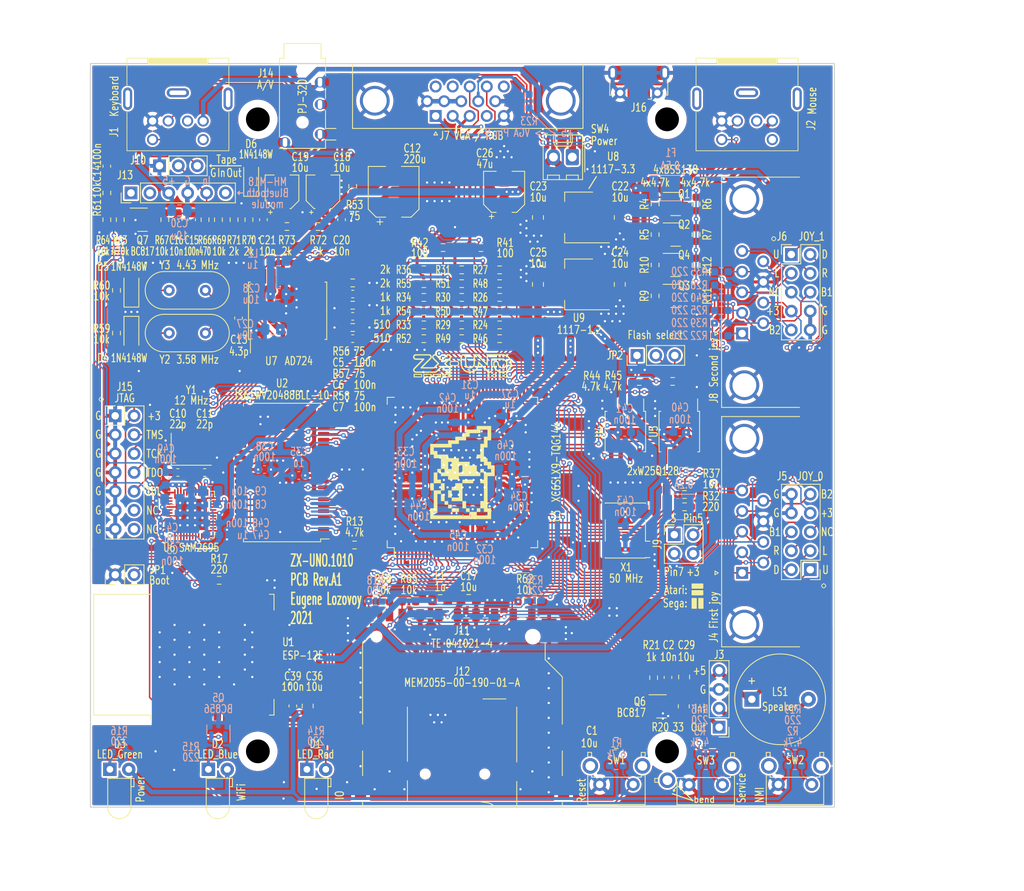
<source format=kicad_pcb>
(kicad_pcb (version 20210424) (generator pcbnew)
  (layers (0 "F.Cu" signal) (31 "B.Cu" signal) (34 "B.Paste" user) (35 "F.Paste" user) (36 "B.SilkS" user "B.Silkscreen") (37 "F.SilkS" user "F.Silkscreen") (38 "B.Mask" user) (39 "F.Mask" user) (44 "Edge.Cuts" user))
  (net 0 "")
  (net 1 "GND")
  (net 2 "/~RESET")
  (net 3 "+5V_FUSE")
  (net 4 "+5V")
  (net 5 "+3V3")
  (net 6 "Net-(D5-Pad2)")
  (net 7 "Net-(C12-Pad1)")
  (net 8 "Net-(C12-Pad2)")
  (net 9 "+1V2")
  (net 10 "+3V3_FUSE")
  (net 11 "Net-(D3-Pad1)")
  (net 12 "/SD_MOSI")
  (net 13 "/SD_SCK")
  (net 14 "/SD_MISO")
  (net 15 "Net-(C7-Pad2)")
  (net 16 "Net-(C10-Pad2)")
  (net 17 "Net-(C11-Pad2)")
  (net 18 "/STDN")
  (net 19 "/R0")
  (net 20 "/R")
  (net 21 "/G")
  (net 22 "/R1")
  (net 23 "/R2")
  (net 24 "/STDNB")
  (net 25 "/B")
  (net 26 "/JOY12_PIN7")
  (net 27 "/JOY12_PIN5")
  (net 28 "/G0")
  (net 29 "/G1")
  (net 30 "/G2")
  (net 31 "/B0")
  (net 32 "/B1")
  (net 33 "/HS")
  (net 34 "/B2")
  (net 35 "/VSYNC")
  (net 36 "/SD_WP")
  (net 37 "/JOY12_SEL")
  (net 38 "Net-(C2-Pad1)")
  (net 39 "/CSYNC")
  (net 40 "/LED")
  (net 41 "/~NMI")
  (net 42 "/~SERVICE")
  (net 43 "/ESP_CTS")
  (net 44 "/ESP_RX")
  (net 45 "/ESP_TX")
  (net 46 "/CLK")
  (net 47 "/FLASH_MOSI")
  (net 48 "/FLASH_MISO")
  (net 49 "/FLASH_SCK")
  (net 50 "/TAPE_OUT")
  (net 51 "/TAPE_IN")
  (net 52 "Net-(C3-Pad2)")
  (net 53 "Net-(C14-Pad2)")
  (net 54 "/VS")
  (net 55 "Net-(C15-Pad1)")
  (net 56 "/SD_VDD")
  (net 57 "/SD_DAT1")
  (net 58 "/SD_DAT2")
  (net 59 "Net-(C15-Pad2)")
  (net 60 "Net-(C5-Pad2)")
  (net 61 "Net-(C5-Pad1)")
  (net 62 "Net-(C6-Pad1)")
  (net 63 "Net-(C6-Pad2)")
  (net 64 "Net-(C7-Pad1)")
  (net 65 "Net-(C8-Pad2)")
  (net 66 "Net-(C18-Pad1)")
  (net 67 "Net-(C18-Pad2)")
  (net 68 "Net-(C13-Pad1)")
  (net 69 "Net-(C19-Pad1)")
  (net 70 "/Composite")
  (net 71 "+5V_PAL")
  (net 72 "Net-(D4-Pad2)")
  (net 73 "/JOY_UP")
  (net 74 "/JOY_FIRE1")
  (net 75 "/JOY_DOWN")
  (net 76 "/JOY_LEFT")
  (net 77 "/JOY_RIGHT")
  (net 78 "/JOY_FIRE2")
  (net 79 "/JOY2_UP")
  (net 80 "/JOY2_DOWN")
  (net 81 "/JOY2_LEFT")
  (net 82 "/JOY2_RIGHT")
  (net 83 "/JOY2_FIRE1")
  (net 84 "/JOY2_FIRE2")
  (net 85 "/EAR")
  (net 86 "/XA13")
  (net 87 "/XA12")
  (net 88 "/XA11")
  (net 89 "/XA10")
  (net 90 "/XA19")
  (net 91 "/XA14")
  (net 92 "/XA9")
  (net 93 "/XA8")
  (net 94 "/XD4")
  (net 95 "/XA7")
  (net 96 "/XD5")
  (net 97 "/XA6")
  (net 98 "/XD6")
  (net 99 "/XA5")
  (net 100 "/~WR")
  (net 101 "/XD3")
  (net 102 "/XD2")
  (net 103 "/XD7")
  (net 104 "/XD1")
  (net 105 "/XA15")
  (net 106 "/XD0")
  (net 107 "/XA4")
  (net 108 "/XA3")
  (net 109 "/XA2")
  (net 110 "/XA16")
  (net 111 "/XA1")
  (net 112 "/XA17")
  (net 113 "/XA0")
  (net 114 "/XA18")
  (net 115 "/XA20")
  (net 116 "/~OE")
  (net 117 "Net-(J1-Pad1)")
  (net 118 "Net-(C19-Pad2)")
  (net 119 "Net-(J1-Pad5)")
  (net 120 "/MIC")
  (net 121 "Net-(J2-Pad5)")
  (net 122 "Net-(J2-Pad1)")
  (net 123 "Net-(J3-Pad1)")
  (net 124 "Net-(Q6-Pad1)")
  (net 125 "Net-(J3-Pad2)")
  (net 126 "/AUDIO_RIGHT")
  (net 127 "/AUDIO_LEFT")
  (net 128 "/TDO")
  (net 129 "/TMS")
  (net 130 "/TCK")
  (net 131 "/TDI")
  (net 132 "Net-(J7-Pad9)")
  (net 133 "/MIDI_IN")
  (net 134 "/MIDI_R")
  (net 135 "/MIDI_L")
  (net 136 "/~SD_CS")
  (net 137 "/~SD_CD")
  (net 138 "/~FLASH_CS0")
  (net 139 "/~FLASH_CS")
  (net 140 "/~FLASH_CS1")
  (net 141 "/~FLASH_HOLD")
  (net 142 "/~FLASH_WP")
  (net 143 "Net-(J16-Pad1)")
  (net 144 "Net-(Q5-Pad2)")
  (net 145 "Net-(Q7-Pad1)")
  (net 146 "/PS2K_DATA")
  (net 147 "/PS2K_CLK")
  (net 148 "/PS2M_DATA")
  (net 149 "/PS2M_CLK")
  (net 150 "Net-(JP1-Pad2)")
  (net 151 "Net-(R17-Pad2)")
  (net 152 "Net-(R18-Pad2)")
  (net 153 "Net-(R19-Pad2)")
  (net 154 "Net-(R22-Pad1)")
  (net 155 "Net-(R25-Pad1)")
  (net 156 "Net-(R28-Pad1)")
  (net 157 "Net-(R32-Pad1)")
  (net 158 "Net-(R35-Pad1)")
  (net 159 "Net-(R38-Pad1)")
  (net 160 "Net-(R39-Pad1)")
  (net 161 "Net-(R40-Pad1)")
  (net 162 "Net-(R43-Pad2)")
  (net 163 "Net-(D1-Pad1)")
  (net 164 "Net-(D2-Pad1)")
  (footprint "Buzzer_Beeper:Buzzer_12x9.5RM7.6" (layer "F.Cu") (at 188.1 133.1)
    (fp_text reference "LS1")
    (fp_text value "Speaker")
  )
  (footprint "Resistor_SMD:R_0603_1608Metric_Pad0.98x0.95mm_HandSolder" (layer "F.Cu") (at 180.6 70.6 90)
    (fp_text reference "R7")
    (fp_text value "4.7k")
  )
  (footprint "my:MountingHole_3.2mm_M3_dk5.2mm_Mask" (layer "F.Cu") (at 176.7 55.1)
    (fp_text reference "H2" hide)
    (fp_text value "Screw M3 dk=5mm L=4mm" hide)
  )
  (footprint "Resistor_SMD:R_0603_1608Metric_Pad0.98x0.95mm_HandSolder" (layer "F.Cu") (at 175.1 78.85 90)
    (fp_text reference "R9")
    (fp_text value "4.7k")
  )
  (footprint "Resistor_SMD:R_0603_1608Metric_Pad0.98x0.95mm_HandSolder" (layer "F.Cu") (at 101.4 68.6 90)
    (fp_text reference "R64")
    (fp_text value "10k")
  )
  (footprint "Connector_Dsub:DSUB-9_Male_Horizontal_P2.77x2.84mm_EdgePinOffset4.94mm_Housed_MountingHolesOffset7.48mm" (layer "F.Cu") (at 186.794669 83.9 90)
    (fp_text reference "J8")
    (fp_text value "DB9-M")
  )
  (footprint "Capacitor_SMD:C_0603_1608Metric_Pad1.08x0.95mm_HandSolder" (layer "F.Cu") (at 112.8 68.6 -90)
    (fp_text reference "C15")
    (fp_text value "100n")
  )
  (footprint "Oscillator:Oscillator_SMD_SeikoEpson_SG8002CA-4Pin_7.0x5.0mm" (layer "F.Cu") (at 171.1 110.4 90)
    (fp_text reference "X1")
    (fp_text value "50 MHz")
  )
  (footprint "Resistor_SMD:R_0603_1608Metric_Pad0.98x0.95mm_HandSolder" (layer "F.Cu") (at 103.2 68.6 -90)
    (fp_text reference "R63")
    (fp_text value "470k")
  )
  (footprint "Diode_SMD:D_SOD-123" (layer "F.Cu") (at 104.7 83.85 -90)
    (fp_text reference "D4")
    (fp_text value "1N4148W")
  )
  (footprint "Capacitor_SMD:C_0603_1608Metric_Pad1.08x0.95mm_HandSolder" (layer "F.Cu") (at 114.55 102.6 180)
    (fp_text reference "C11")
    (fp_text value "22p")
  )
  (footprint "Resistor_SMD:R_0603_1608Metric_Pad0.98x0.95mm_HandSolder" (layer "F.Cu") (at 109.2 68.6 90)
    (fp_text reference "R67")
    (fp_text value "10k")
  )
  (footprint "Connector_Dsub:DSUB-15-HD_Female_Horizontal_P2.29x1.98mm_EdgePinOffset3.03mm_Housed_MountingHolesOffset4.94mm" (layer "F.Cu") (at 145.6 54.650331 180)
    (fp_text reference "J7")
    (fp_text value "DB15_Female_HighDensity_MountingHoles")
  )
  (footprint "Package_TO_SOT_SMD:SOT-23" (layer "F.Cu") (at 177.85 78.85)
    (fp_text reference "Q3")
    (fp_text value "BSS138")
  )
  (footprint "Resistor_SMD:R_0603_1608Metric_Pad0.98x0.95mm_HandSolder" (layer "F.Cu") (at 134.7 112.35 180)
    (fp_text reference "R13")
    (fp_text value "4.7k")
  )
  (footprint "Resistor_SMD:R_0603_1608Metric_Pad0.98x0.95mm_HandSolder" (layer "F.Cu") (at 175.1 74.6875 90)
    (fp_text reference "R10")
    (fp_text value "4.7k")
  )
  (footprint "Resistor_SMD:R_0603_1608Metric_Pad0.98x0.95mm_HandSolder" (layer "F.Cu") (at 177.45 90.35)
    (fp_text reference "R45")
    (fp_text value "4.7k")
  )
  (footprint "Diode_SMD:D_SOD-123" (layer "F.Cu") (at 120.8 63.2 90)
    (fp_text reference "D6")
    (fp_text value "1N4148W")
  )
  (footprint "LED_THT:LED_D3.0mm_Horizontal_O1.27mm_Z6.0mm" (layer "F.Cu") (at 128.2875 142.525)
    (fp_text reference "D1")
    (fp_text value "LED_Red")
  )
  (footprint "Resistor_SMD:R_0603_1608Metric_Pad0.98x0.95mm_HandSolder" (layer "F.Cu") (at 154.2 79.05 180)
    (fp_text reference "R26")
    (fp_text value "1k")
  )
  (footprint "Capacitor_SMD:C_0603_1608Metric_Pad1.08x0.95mm_HandSolder" (layer "F.Cu") (at 132.95 68.6 90)
    (fp_text reference "C20")
    (fp_text value "10n")
  )
  (footprint "Capacitor_SMD:C_0805_2012Metric_Pad1.18x1.45mm_HandSolder" (layer "F.Cu") (at 159.35 77.3 -90)
    (fp_text reference "C25")
    (fp_text value "10u")
  )
  (footprint "Package_TO_SOT_SMD:SOT-23" (layer "F.Cu") (at 177.85 66.4875)
    (fp_text reference "Q1")
    (fp_text value "BSS138")
  )
  (footprint "Resistor_SMD:R_0603_1608Metric_Pad0.98x0.95mm_HandSolder" (layer "F.Cu") (at 144.0125 75.35 180)
    (fp_text reference "R36")
    (fp_text value "2k")
  )
  (footprint "Resistor_SMD:R_0603_1608Metric_Pad0.98x0.95mm_HandSolder" (layer "F.Cu") (at 125.6125 69.52 180)
    (fp_text reference "R73")
    (fp_text value "2k")
  )
  (footprint "Resistor_SMD:R_0603_1608Metric_Pad0.98x0.95mm_HandSolder" (layer "F.Cu") (at 138.5 120)
    (fp_text reference "R68")
    (fp_text value "10k")
  )
  (footprint "Resistor_SMD:R_0603_1608Metric_Pad0.98x0.95mm_HandSolder" (layer "F.Cu") (at 120.5 68.6 90)
    (fp_text reference "R70")
    (fp_text value "2k")
  )
  (footprint "Resistor_SMD:R_0603_1608Metric_Pad0.98x0.95mm_HandSolder" (layer "F.Cu") (at 174.9 130.2 -90)
    (fp_text reference "R21")
    (fp_text value "1k")
  )
  (footprint "Resistor_SMD:R_0603_1608Metric_Pad0.98x0.95mm_HandSolder" (layer "F.Cu") (at 149.1 75.35 180)
    (fp_text reference "R31")
    (fp_text value "2k")
  )
  (footprint "LED_THT:LED_D3.0mm_Horizontal_O1.27mm_Z6.0mm" (layer "F.Cu") (at 115.05 142.525)
    (fp_text reference "D2")
    (fp_text value "LED_Blue")
  )
  (footprint "Connector_PinHeader_2.54mm:PinHeader_2x02_P2.54mm_Vertical" (layer "F.Cu") (at 177.675 110.9625)
    (fp_text reference "J9")
    (fp_text value "Jumper")
  )
  (footprint "Resistor_SMD:R_0603_1608Metric_Pad0.98x0.95mm_HandSolder" (layer "F.Cu") (at 149.1 84.6 180)
    (fp_text reference "R49")
    (fp_text value "510")
  )
  (footprint "my:SOIC-8_5.23x5.23mm_P1.27mm-LONG" (layer "F.Cu") (at 171.1 97.1 -90)
    (fp_text reference "U4")
    (fp_text value "W25Q128")
  )
  (footprint "Package_TO_SOT_SMD:SOT-223-3_TabPin2" (layer "F.Cu") (at 164.85 68.3 180)
    (fp_text reference "U8")
    (fp_text value "1117-3.3")
  )
  (footprint "Resistor_SMD:R_0603_1608Metric_Pad0.98x0.95mm_HandSolder" (layer "F.Cu") (at 154.2 82.75 180)
    (fp_text reference "R24")
    (fp_text value "510")
  )
  (footprint "my:MountingHole_3.2mm_M3_dk5.2mm_Mask" (layer "F.Cu") (at 121.7 55.1)
    (fp_text reference "H4" hide)
    (fp_text value "Screw M3 dk=5mm L=4mm" hide)
  )
  (footprint "my:PJ-320A_D" (layer "F.Cu") (at 127.7 53.28 -90)
    (fp_text reference "J14")
    (fp_text value "PJ-320")
  )
  (footprint "Capacitor_SMD:C_0603_1608Metric_Pad1.08x0.95mm_HandSolder" (layer "F.Cu") (at 101.4 61.4 -90)
    (fp_text reference "C14")
    (fp_text value "100n")
  )
  (footprint "Resistor_SMD:R_0603_1608Metric_Pad0.98x0.95mm_HandSolder" (layer "F.Cu") (at 144.0125 80.9 180)
    (fp_text reference "R54")
    (fp_text value "1k")
  )
  (footprint "Capacitor_SMD:CP_Elec_4x5.4" (layer "F.Cu") (at 130.45 64.85 90)
    (fp_text reference "C18")
    (fp_text value "10u")
  )
  (footprint "Capacitor_SMD:C_0603_1608Metric_Pad1.08x0.95mm_HandSolder" (layer "F.Cu") (at 126.4 134 -90)
    (fp_text reference "C39")
    (fp_text value "100n")
  )
  (footprint "Package_SO:TSOP-II-44_10.16x18.41mm_P0.8mm" (layer "F.Cu") (at 124.95 102.6 180)
    (fp_text reference "U2")
    (fp_text value "IS61WV20488BLL-10")
  )
  (footprint "Capacitor_SMD:C_0805_2012Metric_Pad1.18x1.45mm_HandSolder" (layer "F.Cu") (at 179 130.1 -90)
    (fp_text reference "C29")
    (fp_text value "10u")
  )
  (footprint "Crystal:Crystal_HC49-U_Vertical" (layer "F.Cu") (at 114.65 78.1 180)
    (fp_text reference "Y3")
    (fp_text value "4.43 MHz")
  )
  (footprint "Crystal:Crystal_SMD_SeikoEpson_TSX3225-4Pin_3.2x2.5mm_HandSoldering" (layer "F.Cu") (at 112.75 99.47)
    (fp_text reference "Y1")
    (fp_text value "12 MHz")
  )
  (footprint "RF_Module:ESP-12E" (layer "F.Cu") (at 111.75 127.1 90)
    (fp_text reference "U1")
    (fp_text value "ESP-12E")
  )
  (footprint "Package_TO_SOT_SMD:SOT-223-3_TabPin2" (layer "F.Cu") (at 164.85 77.3 180)
    (fp_text reference "U9")
    (fp_text value "1117-1.2")
  )
  (footprint "Resistor_SMD:R_0603_1608Metric_Pad0.98x0.95mm_HandSolder" (layer "F.Cu") (at 149.1 77.2 180)
    (fp_text reference "R51")
    (fp_text value "2k")
  )
  (footprint "my:MountingHole_3.2mm_M3_dk5.2mm_Mask" (layer "F.Cu") (at 176.7 140.1)
    (fp_text reference "H1" hide)
    (fp_text value "Screw M3 dk=5mm L=4mm" hide)
  )
  (footprint "Resistor_SMD:R_0603_1608Metric_Pad0.98x0.95mm_HandSolder" (layer "F.Cu") (at 149.1 82.75 180)
    (fp_text reference "R29")
    (fp_text value "510")
  )
  (footprint "Resistor_SMD:R_0603_1608Metric_Pad0.98x0.95mm_HandSolder" (layer "F.Cu") (at 144.0125 84.6 180)
    (fp_text reference "R52")
    (fp_text value "510")
  )
  (footprint "Resistor_SMD:R_0603_1608Metric_Pad0.98x0.95mm_HandSolder" (layer "F.Cu") (at 179.05 105.5625)
    (fp_text reference "R37")
    (fp_text value "10k")
  )
  (footprint "Package_DFN_QFN:QFN-48-1EP_6x6mm_P0.4mm_EP4.2x4.2mm" (layer "F.Cu") (at 112.75 108.24)
    (fp_text reference "U6")
    (fp_text value "SAM2695")
  )
  (footprint "Resistor_SMD:R_0603_1608Metric_Pad0.98x0.95mm_HandSolder" (layer "F.Cu") (at 179.05 107.2125)
    (fp_text reference "R32")
    (fp_text value "220")
  )
  (footprint "Capacitor_SMD:C_0603_1608Metric_Pad1.08x0.95mm_HandSolder" (layer "F.Cu") (at 111 68.6 -90)
    (fp_text reference "C16")
    (fp_text value "10n")
  )
  (footprint "Package_TO_SOT_SMD:SOT-23" (layer "F.Cu") (at 177.85 74.6875)
    (fp_text reference "Q4")
    (fp_text value "BSS138")
  )
  (footprint "my:MINI_DIN_6_33PRIMARY" (layer "F.Cu") (at 187.45 53.1)
    (fp_text reference "J2")
    (fp_text value "Mini-DIN-6" hide)
  )
  (footprint "Resistor_SMD:R_0603_1608Metric_Pad0.98x0.95mm_HandSolder" (layer "F.Cu") (at 175.1 70.6 90)
    (fp_text reference "R5")
    (fp_text value "4.7k")
  )
  (footprint "Capacitor_SMD:C_0805_2012Metric_Pad1.18x1.45mm_HandSolder" (layer "F.Cu") (at 169.875 138.9775)
    (fp_text reference "C1")
    (fp_text value "10u")
  )
  (footprint "Resistor_SMD:R_0603_1608Metric_Pad0.98x0.95mm_HandSolder" (layer "F.Cu") (at 102.7 83.85 -90)
    (fp_text reference "R59")
    (fp_text value "10k")
  )
  (footprint "Capacitor_SMD:C_0805_2012Metric_Pad1.18x1.45mm_HandSolder" (layer "F.Cu") (at 150.0375 119.75 180)
    (fp_text reference "C17")
    (fp_text value "10u")
  )
  (footprint "Resistor_SMD:R_0603_1608Metric_Pad0.98x0.95mm_HandSolder" (layer "F.Cu") (at 134.45 80.1)
    (fp_text reference "R57")
    (fp_text value "75")
  )
  (footprint "Capacitor_SMD:C_0603_1608Metric_Pad1.08x0.95mm_HandSolder" (layer "F.Cu") (at 176.825 130.1625 90)
    (fp_text reference "C2")
    (fp_text value "10n")
  )
  (footprint "Capacitor_SMD:C_0805_2012Metric_Pad1.18x1.45mm_HandSolder" (layer "F.Cu") (at 128.4 134 -90)
    (fp_text reference "C36")
    (fp_text value "10u")
  )
  (footprint "Resistor_SMD:R_0603_1608Metric_Pad0.98x0.95mm_HandSolder" (layer "F.Cu") (at 144.0125 82.75 180)
    (fp_text reference "R33")
    (fp_text value "510")
  )
  (footprint "Connector_PinHeader_2.54mm:PinHeader_2x05_P2.54mm_Vertical" (layer "F.Cu") (at 195.955331 115.675 180)
    (fp_text reference "J5")
    (fp_text value "Conn_02x05_Odd_Even")
  )
  (footprint "Resistor_SMD:R_0603_1608Metric_Pad0.98x0.95mm_HandSolder" (layer "F.Cu") (at 146.6 72.35)
    (fp_text reference "R42")
    (fp_text value "100")
  )
  (footprint "Resistor_SMD:R_0603_1608Metric_Pad0.98x0.95mm_HandSolder" (layer "F.Cu") (at 134.45 77.1)
    (fp_text reference "R56")
    (fp_text value "75")
  )
  (footprint "Resistor_SMD:R_0603_1608Metric_Pad0.98x0.95mm_HandSolder" (layer "F.Cu") (at 116.4 68.6 -90)
    (fp_text reference "R69")
    (fp_text value "10k")
  )
  (footprint "Button_Switch_THT:SW_Tactile_SPST_Angled_PTS645Vx58-2LFS" (layer "F.Cu") (at 184.15 144.59 180)
    (fp_text reference "SW3")
    (fp_text value "SW_Push")
  )
  (footprint "Capacitor_SMD:CP_Elec_6.3x7.7" (layer "F.Cu") (at 139.95 64.85 90)
    (fp_text reference "C12")
    (fp_text value "220u")
  )
  (footprint "Resistor_SMD:R_0603_1608Metric_Pad0.98x0.95mm_HandSolder" (layer "F.Cu") (at 134.45 83.1)
    (fp_text reference "R58")
    (fp_text value "75")
  )
  (footprint "Button_Switch_THT:SW_Tactile_SPST_Angled_PTS645Vx58-2LFS" (layer "F.Cu") (at 172.15 144.5525 180)
    (fp_text reference "SW1")
    (fp_text value "SW_Push")
  )
  (footprint "Capacitor_SMD:C_0805_2012Metric_Pad1.18x1.45mm_HandSolder" (layer "F.Cu") (at 159.35 68.3 90)
    (fp_text reference "C23")
    (fp_text value "10u")
  )
  (footprint "Resistor_SMD:R_0603_1608Metric_Pad0.98x0.95mm_HandSolder" (layer "F.Cu") (at 118.5 68.6 90)
    (fp_text reference "R71")
    (fp_text value "2k")
  )
  (footprint "Package_TO_SOT_SMD:SOT-23" (layer "F.Cu") (at 177.85 70.6)
    (fp_text reference "Q2")
    (fp_text value "BSS138")
  )
  (footprint "Capacitor_SMD:CP_Elec_4x5.4" (layer "F.Cu") (at 124.95 64.85 90)
    (fp_text reference "C19")
    (fp_text value "10u")
  )
  (footprint "Resistor_SMD:R_0603_1608Metric_Pad0.98x0.95mm_HandSolder" (layer "F.Cu") (at 142 120 180)
    (fp_text reference "R65")
    (fp_text value "10k")
  )
  (footprint "Resistor_SMD:R_0603_1608Metric_Pad0.98x0.95mm_HandSolder" (layer "F.Cu") (at 144.0125 79.05 180)
    (fp_text reference "R34")
    (fp_text value "1k")
  )
  (footprint "Connector_PinHeader_2.54mm:PinHeader_1x03_P2.54mm_Vertical" (layer "F.Cu") (at 108.475 61.35 90)
    (fp_text reference "J10")
    (fp_text value "PJ-392")
  )
  (footprint "Resistor_SMD:R_0603_1608Metric_Pad0.98x0.95mm_HandSolder" (layer "F.Cu") (at 114.6 68.6 -90)
    (fp_text reference "R66")
    (fp_text value "470")
  )
  (footprint "Package_QFP:LQFP-144_20x20mm_P0.5mm" (layer "F.Cu") (at 149.2 102.6 90)
    (fp_text reference "U3")
    (fp_text value "XC6SLX9-TQG144")
  )
  (footprint "Capacitor_SMD:C_0603_1608Metric_Pad1.08x0.95mm_HandSolder" (layer "F.Cu") (at 134.45 81.6)
    (fp_text reference "C6")
    (fp_text value "100n")
  )
  (footprint "mygraphic:black-mage-12.5x8.6" (layer "F.Cu") (at 149.2 102.6)
    (fp_text reference "LOGO2" hide)
    (fp_text value "graphic" hide)
  )
  (footprint "Resistor_SMD:R_0603_1608Metric_Pad0.98x0.95mm_HandSolder" (layer "F.Cu") (at 102.7 78.1 90)
    (fp_text reference "R60")
    (fp_text value "10k")
  )
  (footprint "Resistor_SMD:R_0603_1608Metric_Pad0.98x0.95mm_HandSolder" (layer "F.Cu") (at 149.1 80.9 180)
    (fp_text reference "R50")
    (fp_text value "1k")
  )
  (footprint "Package_TO_SOT_SMD:SOT-23" (layer "F.Cu") (at 175.95 134.05)
    (fp_text reference "Q6")
    (fp_text value "BC817")
  )
  (footprint "Resistor_SMD:R_0603_1608Metric_Pad0.98x0.95mm_HandSolder" (layer "F.Cu") (at 157.5875 120)
    (fp_text reference "R62")
    (fp_text value "10k")
  )
  (footprint "Resistor_SMD:R_0603_1608Metric_Pad0.98x0.95mm_HandSolder" (layer "F.Cu") (at 154.2 84.6 180)
    (fp_text reference "R46")
    (fp_text value "510")
  )
  (footprint "Resistor_SMD:R_0603_1608Metric_Pad0.98x0.95mm_HandSolder" (layer "F.Cu") (at 149.1 79.05 180)
    (fp_text reference "R30")
    (fp_text value "1k")
  )
  (footprint "Resistor_SMD:R_0603_1608Metric_Pad0.98x0.95mm_HandSolder" (layer "F.Cu") (at 154.2 80.9 180)
    (fp_text reference "R47")
    (fp_text value "1k")
  )
  (footprint "Resistor_SMD:R_0603_1608Metric_Pad0.98x0.95mm_HandSolder" (layer "F.Cu") (at 144.0125 77.2 180)
    (fp_text reference "R55")
    (fp_text value "2k")
  )
  (footprint "Crystal:Crystal_HC49-U_Vertical" (layer "F.Cu") (at 114.65 83.85 180)
    (fp_text reference "Y2")
    (fp_text value "3.58 MHz")
  )
  (footprint "Resistor_SMD:R_0805_2012Metric_Pad1.20x1.40mm_HandSolder" (layer "F.Cu") (at 178.95 134.05 90)
    (fp_text reference "R20")
    (fp_text value "33")
  )
  (footprint "Resistor_SMD:R_0603_1608Metric_Pad0.98x0.95mm_HandSolder" (layer "F.Cu") (at 175.1 66.4875 90)
    (fp_text reference "R4")
    (fp_text value "4.7k")
  )
  (footprint "Connector_USB:USB_Micro-B_Molex-105017-0001" (layer "F.Cu") (at 172.9 50.08 180)
    (fp_text reference "J16")
    (fp_text value "USB_B_Micro")
  )
  (footprint "Resistor_SMD:R_0603_1608Metric_Pad0.98x0.95mm_HandSolder" (layer "F.Cu") (at 180.6 74.6875 90)
    (fp_text reference "R12")
    (fp_text value "4.7k")
  )
  (footprint "Resistor_SMD:R_0603_1608Metric_Pad0.98x0.95mm_HandSolder" (layer "F.Cu") (at 129.7875 69.52)
    (fp_text reference "R72")
    (fp_text value "2k")
  )
  (footprint "my:MINI_DIN_6_33PRIMARY" (layer "F.Cu") (at 110.95 53.1)
    (fp_text reference "J1")
    (fp_text value "Mini-DIN-6" hide)
  )
  (footprint "Package_TO_SOT_SMD:SOT-23" (layer "F.Cu") (at 106.2 68.6)
    (fp_text reference "Q7")
    (fp_text value "BC817")
  )
  (footprint "Connector_Dsub:DSUB-9_Male_Horizontal_P2.77x2.84mm_EdgePinOffset4.94mm_Housed_MountingHolesOffset7.48mm" (layer "F.Cu") (at 186.8 116.1 90)
    (fp_text reference "J4")
    (fp_text value "DB9-M")
  )
  (footprint "my:SD_TE_2041021-mod" (layer "F.Cu") (at 149.15 133.85)
    (fp_text reference "J11")
    (fp_text value "TE 041021-4")
  )
  (footprint "Capacitor_SMD:C_0603_1608Metric_Pad1.08x0.95mm_HandSolder" (layer "F.Cu") (at 119.1 81.825 -90)
    (fp_text reference "C13")
    (fp_text value "4.3p")
  )
  (footprint "Resistor_SMD:R_0603_1608Metric_Pad0.98x0.95mm_HandSolder" (layer "F.Cu") (at 101.4 65 90)
    (fp_text reference "R61")
    (fp_text value "10k")
  )
  (footprint "Connector_PinHeader_2.54mm:PinHeader_1x04_P2.54mm_Vertical" (layer "F.Cu") (at 183.7 136.85 180)
    (fp_text reference "J3")
    (fp_text value "Conn_01x04")
  )
  (footprint "Capacitor_SMD:CP_Elec_5x5.9" (layer "F.Cu") (at 154.8 64.85 90)
    (fp_text reference "C26")
    (fp_text value "47u")
  )
  (footprint "my:SOIC-8_5.23x5.23mm_P1.27mm-LONG" (layer "F.Cu") (at 178.35 97.1 -90)
    (fp_text reference "U5")
    (fp_text value "W25Q128")
  )
  (footprint "Capacitor_SMD:C_0603_1608Metric_Pad1.08x0.95mm_HandSolder" (layer "F.Cu") (at 110.95 102.6)
    (fp_text reference "C10")
    (fp_text value "22p")
  )
  (footprint "Resistor_SMD:R_0603_1608Metric_Pad0.98x0.95mm_HandSolder" (layer "F.Cu") (at 154.2 77.2 180)
    (fp_text reference "R48")
    (fp_text value "2k")
  )
  (footprint "Connector_PinHeader_2.54mm:PinHeader_2x07_P2.54mm_Vertical" (layer "F.Cu") (at 102.525 94.975)
    (fp_text reference "J15")
    (fp_text value "Conn_02x07_Odd_Even")
  )
  (footprint "Capacitor_SMD:C_0603_1608Metric_Pad1.08x0.95mm_HandSolder" (layer "F.Cu") (at 134.45 78.6)
    (fp_text reference "C5")
    (fp_text value "100n")
  )
  (footprint "mygraphic:zxuno_13x3.2" (layer "F.Cu") (at 149.05 88.25)
    (fp_text reference "LOGO1" hide)
    (fp_text value "graphic" hide)
  )
  (footprint "my:MountingHole_3.2mm_M3_dk5.2mm_Mask" (layer "F.Cu") (at 121.7 140.1)
    (fp_text reference "H3" hide)
    (fp_text value "Screw M3 dk=5mm L=4mm" hide)
  )
  (footprint "Capacitor_SMD:C_0603_1608Metric_Pad1.08x0.95mm_HandSolder" (layer "F.Cu") (at 134.45 84.6)
    (fp_text reference "C7")
    (fp_text value "100n")
  )
  (footprint "Button_Switch_THT:SW_Tactile_SPST_Angled_PTS645Vx58-2LFS" (layer "F.Cu") (at 196.15 144.5525 180)
    (fp_text reference "SW2")
    (fp_text value "SW_Push")
  )
  (footprint "Capacitor_SMD:C_0805_2012Metric_Pad1.18x1.45mm_HandSolder" (layer "F.Cu") (at 170.35 68.3 90)
    (fp_text reference "C22")
    (fp_text value "10u")
  )
  (footprint "LED_THT:LED_D3.0mm_Horizontal_O1.27mm_Z6.0mm" (layer "F.Cu") (at 101.81 142.525)
    (fp_text reference "D3")
    (fp_text value "LED_Green")
  )
  (footprint "Resistor_SMD:R_0603_1608Metric_Pad0.98x0.95mm_HandSolder" (layer "F.Cu") (at 180.6 78.85 90)
    (fp_text reference "R11")
    (fp_text value "4.7k")
  )
  (footprint "Connector_PinHeader_2.54mm:PinHeader_1x02_P2.54mm_Vertical" (layer "F.Cu") (at 102.525 116.35 90)
    (fp_text reference "JP1")
    (fp_text value "Jumper")
  )
  (footprint "Resistor_SMD:R_0603_1608Metric_Pad0.98x0.95mm_HandSolder" (layer "F.Cu") (at 116.5 117.1)
    (fp_text reference "R17")
    (fp_text value "220")
  )
  (footprint "Resistor_SMD:R_0603_1608Metric_Pad0.98x0.95mm_HandSolder" (layer "F.Cu") (at 134.45 64.1 -90)
    (fp_text reference "R53")
    (fp_text value "75")
  )
  (footprint "Inductor_SMD:L_0805_2012Metric_Pad1.15x1.40mm_HandSolder" (layer "F.Cu") (at 146.2 119.75)
    (fp_text reference "L1")
    (fp_text value "1u")
  )
  (footprint "my:GCT-MEM2055-00-190-01-A" (layer "F.Cu") (at 149.15 131.85 180)
    (fp_text reference "J12")
    (fp_text value "MEM2055-00-190-01-A")
  )
  (footprint "Resistor_SMD:R_0603_1608Metric_Pad0.98x0.95mm_HandSolder" (layer "F.Cu") (at 151.7 72.35)
    (fp_text reference "R41")
    (fp_text value "100")
  )
  (footprint "Connector_Molex:Molex_KK-254_AE-6410-02A_1x02_P2.54mm_Vertical" (layer "F.Cu") (at 163.97 60.18 180)
    (fp_text reference "SW4")
    (fp_text value "PB05A")
  )
  (footprint "Connector_PinHeader_2.54mm:PinHeader_1x03_P2.54mm_Vertical" (layer "F.Cu") (at 172.66 86.85 90)
    (fp_text reference "JP2")
    (fp_text value "Jumper")
  )
  (footprint "Connector_PinHeader_2.54mm:PinHeader_2x05_P2.54mm_Vertical" (layer "F.Cu") (at 193.405331 73.275)
    (fp_text reference "J6")
    (fp_text value "Conn_02x05_Odd_Even")
  )
  (footprint "Diode_SMD:D_SOD-123" (layer "F.Cu") (at 104.7 78.1 90)
    (fp_text reference "D5")
    (fp_text value "1N4148W")
  )
  (footprint "Capacitor_SMD:C_0603_1608Metric_Pad1.08x0.95mm_HandSolder" (layer "F.Cu") (at 122.45 68.6 -90)
    (fp_text reference "C21")
    (fp_text value "10n")
  )
  (footprint "Package_SO:SOIC-16W_7.5x10.3mm_P1.27mm" (layer "F.Cu") (at 125.7 80.85 90)
    (fp_text reference "U7")
    (fp_text value "AD724")
  )
  (footprint "Resistor_SMD:R_0603_1608Metric_Pad0.98x0.95mm_HandSolder" (layer "F.Cu") (at 172.95 90.35 180)
    (fp_text reference "R44")
    (fp_text value "4.7k")
  )
  (footprint "Connector_PinHeader_2.54mm:PinHeader_1x06_P2.54mm_Vertical" (layer "F.Cu") (at 104.65 65 90)
    (fp_text reference "J13")
    (fp_text value "MH-M18")
  )
  (footprint "Resistor_SMD:R_0603_1608Metric_Pad0.98x0.95mm_HandSolder" (layer "F.Cu") (at 154.2 75.35 180)
    (fp_text reference "R27")
    (fp_text value "2k")
  )
  (footprint "Capacitor_SMD:C_0805_2012Metric_Pad1.18x1.45mm_HandSolder" (layer "F.Cu") (at 170.35 77.3 90)
    (fp_text reference "C24")
    (fp_text value "10u")
  )
  (footprint "Resistor_SMD:R_0603_1608Metric_Pad0.98x0.95mm_HandSolder" (layer "F.Cu") (at 180.6 66.4875 90)
    (fp_text reference "R6")
    (fp_text value "4.7k")
  )
  (footprint "Capacitor_SMD:C_0603_1608Metric_Pad1.08x0.95mm_HandSolder" (layer "B.Cu") (at 110.2 108 180)
    (fp_text reference "C3")
    (fp_text value "100n")
  )
  (footprint "Capacitor_SMD:C_0805_2012Metric_Pad1.18x1.45mm_HandSolder" (layer "B.Cu") (at 111.1625 67.35 180)
    (fp_text reference "C30")
    (fp_text value "10u")
  )
  (footprint "Capacitor_SMD:C_0603_1608Metric_Pad1.08x0.95mm_HandSolder" (layer "B.Cu") (at 122.6 102.2 180)
    (fp_text reference "C38")
    (fp_text value "100n")
  )
  (footprint "Package_TO_SOT_SMD:SOT-23" (layer "B.Cu") (at 116.4 137.2 90)
    (fp_text reference "Q5")
    (fp_text value "BC856")
  )
  (footprint "Capacitor_SMD:C_0805_2012Metric_Pad1.18x1.45mm_HandSolder" (layer "B.Cu") (at 115.325 105.09)
    (fp_text reference "C9")
    (fp_text value "10u")
  )
  (footprint "Resistor_SMD:R_0603_1608Metric_Pad0.98x0.95mm_HandSolder" (layer "B.Cu") (at 184 80.8)
    (fp_text reference "R25")
    (fp_text value "220")
  )
  (footprint "Capacitor_SMD:C_0603_1608Metric_Pad1.08x0.95mm_HandSolder" (layer "B.Cu") (at 151.6 110.1375 -90)
    (fp_text reference "C32")
    (fp_text value "100n")
  )
  (footprint "Resistor_SMD:R_0603_1608Metric_Pad0.98x0.95mm_HandSolder" (layer "B.Cu") (at 158.9 119.8 180)
    (fp_text reference "R38")
    (fp_text value "220")
  )
  (footprint "Resistor_SMD:R_0603_1608Metric_Pad0.98x0.95mm_HandSolder" (layer "B.Cu") (at 129.5375 140.2)
    (fp_text reference "R14")
    (fp_text value "220")
  )
  (footprint "Resistor_SMD:R_0603_1608Metric_Pad0.98x0.95mm_HandSolder" (layer "B.Cu") (at 184 75.6)
    (fp_text reference "R35")
    (fp_text value "220")
  )
  (footprint "Capacitor_SMD:C_0603_1608Metric_Pad1.08x0.95mm_HandSolder" (layer "B.Cu") (at 148.2 96.7375 -90)
    (fp_text reference "C42")
    (fp_text value "100n")
  )
  (footprint "Resistor_SMD:R_0603_1608Metric_Pad0.98x0.95mm_HandSolder" (layer "B.Cu") (at 116.3 140.2)
    (fp_text reference "R15")
    (fp_text value "220")
  )
  (footprint "Resistor_SMD:R_0603_1608Metric_Pad0.98x0.95mm_HandSolder" (layer "B.Cu") (at 184 79.1)
    (fp_text reference "R40")
    (fp_text value "220")
  )
  (footprint "Capacitor_SMD:C_0805_2012Metric_Pad1.18x1.45mm_HandSolder" (layer "B.Cu") (at 124.45 78.6 180)
    (fp_text reference "C28")
    (fp_text value "10u")
  )
  (footprint "Inductor_SMD:L_0805_2012Metric_Pad1.15x1.40mm_HandSolder" (layer "B.Cu") (at 124.45 74.1 180)
    (fp_text reference "L2")
    (fp_text value "1u")
  )
  (footprint "Capacitor_SMD:C_0603_1608Metric_Pad1.08x0.95mm_HandSolder" (layer "B.Cu") (at 127.2 103)
    (fp_text reference "C35")
    (fp_text value "1u")
  )
  (footprint "Resistor_SMD:R_0603_1608Metric_Pad0.98x0.95mm_HandSolder" (layer "B.Cu") (at 169.875 142.015)
    (fp_text reference "R1")
    (fp_text value "4.7k")
  )
  (footprint "Capacitor_SMD:C_0603_1608Metric_Pad1.08x0.95mm_HandSolder" (layer "B.Cu") (at 150 95 90)
    (fp_text reference "C31")
    (fp_text value "1u")
  )
  (footprint "Capacitor_SMD:C_0603_1608Metric_Pad1.08x0.95mm_HandSolder" (layer "B.Cu") (at 156.7375 103.85)
    (fp_text reference "C34")
    (fp_text value "100n")
  )
  (footprint "Capacitor_SMD:C_0603_1608Metric_Pad1.08x0.95mm_HandSolder" (layer "B.Cu") (at 178.4 97.2)
    (fp_text reference "C40")
    (fp_text value "100n")
  )
  (footprint "Fuse:Fuse_1812_4532Metric_Pad1.30x3.40mm_HandSolder" (layer "B.Cu") (at 178.95 107.2375)
    (fp_text reference "F2")
    (fp_text value "0.2A")
  )
  (footprint "Resistor_SMD:R_0603_1608Metric_Pad0.98x0.95mm_HandSolder" (layer "B.Cu") (at 103.06 140.2)
    (fp_text reference "R16")
    (fp_text value "220")
  )
  (footprint "Capacitor_SMD:C_0603_1608Metric_Pad1.08x0.95mm_HandSolder" (layer "B.Cu") (at 141.6 103.35 180)
    (fp_text reference "C33")
    (fp_text value "100n")
  )
  (footprint "Resistor_SMD:R_0603_1608Metric_Pad0.98x0.95mm_HandSolder" (layer "B.Cu") (at 183.9875 82.5)
    (fp_text reference "R39")
    (fp_text value "220")
  )
  (footprint "Capacitor_SMD:C_0603_1608Metric_Pad1.08x0.95mm_HandSolder" (layer "B.Cu") (at 115.65 109.4)
    (fp_text reference "C48")
    (fp_text value "100n")
  )
  (footprint "Capacitor_SMD:C_0603_1608Metric_Pad1.08x0.95mm_HandSolder" (layer "B.Cu") (at 143.3125 105.2)
    (fp_text reference "C44")
    (fp_text value "100n")
  )
  (footprint "Resistor_SMD:R_0603_1608Metric_Pad0.98x0.95mm_HandSolder" (layer "B.Cu") (at 181.9 142.015)
    (fp_text reference "R3")
    (fp_text value "4.7k")
  )
  (footprint "Resistor_SMD:R_0603_1608Metric_Pad0.98x0.95mm_HandSolder" (layer "B.Cu") (at 184 77.4)
    (fp_text reference "R28")
    (fp_text value "220")
  )
  (footprint "Resistor_SMD:R_0603_1608Metric_Pad0.98x0.95mm_HandSolder" (layer "B.Cu") (at 183.9875 84.2)
    (fp_text reference "R22")
    (fp_text value "220")
  )
  (footprint "Capacitor_SMD:C_0805_2012Metric_Pad1.18x1.45mm_HandSolder" (layer "B.Cu") (at 123.7 83.35)
    (fp_text reference "C27")
    (fp_text value "10u")
  )
  (footprint "Capacitor_SMD:C_0603_1608Metric_Pad1.08x0.95mm_HandSolder" (layer "B.Cu") (at 115.35 106.9)
    (fp_text reference "C8")
    (fp_text value "100n")
  )
  (footprint "Capacitor_SMD:C_0805_2012Metric_Pad1.18x1.45mm_HandSolder" (layer "B.Cu") (at 110.2 106.2 180)
    (fp_text reference "C4")
    (fp_text value "10u")
  )
  (footprint "Fuse:Fuse_1812_4532Metric_Pad1.30x3.40mm_HandSolder" (layer "B.Cu") (at 177.15 64.35)
    (fp_text reference "F1")
    (fp_text value "0.5A")
  )
  (footprint "Capacitor_SMD:C_0603_1608Metric_Pad1.08x0.95mm_HandSolder" (layer "B.Cu") (at 149.775 108.4125 90)
    (fp_text reference "C45")
    (fp_text value "100n")
  )
  (footprint "Capacitor_SMD:C_0603_1608Metric_Pad1.08x0.95mm_HandSolder" (layer "B.Cu") (at 171 97.2)
    (fp_text reference "C41")
    (fp_text value "100n")
  )
  (footprint "Capacitor_SMD:C_0603_1608Metric_Pad1.08x0.95mm_HandSolder" (layer "B.Cu") (at 155.0125 102 180)
    (fp_text reference "C46")
    (fp_text value "100n")
  )
  (footprint "Resistor_SMD:R_0603_1608Metric_Pad0.98x0.95mm_HandSolder" (layer "B.Cu") (at 193.9 142.015)
    (fp_text reference "R2")
    (fp_text value "4.7k")
  )
  (footprint "Capacitor_SMD:C_0603_1608Metric_Pad1.08x0.95mm_HandSolder" (layer "B.Cu") (at 115.65 111.01)
    (fp_text reference "C47")
    (fp_text value "1u")
  )
  (footprint "Resistor_SMD:R_0603_1608Metric_Pad0.98x0.95mm_HandSolder" (layer "B.Cu") (at 181.9 140.415 180)
    (fp_text reference "R43")
    (fp_text value "220")
  )
  (footprint "Resistor_SMD:R_0603_1608Metric_Pad0.98x0.95mm_HandSolder" (layer "B.Cu") (at 158.15 52.65 90)
    (fp_text reference "R23")
    (fp_text value "0")
  )
  (footprint "Capacitor_SMD:C_0603_1608Metric_Pad1.08x0.95mm_HandSolder" (layer "B.Cu") (at 155.6 95)
    (fp_text reference "C37")
    (fp_text value "1u")
  )
  (footprint "Capacitor_SMD:C_0603_1608Metric_Pad1.08x0.95mm_HandSolder" (layer "B.Cu") (at 171.1 110.5125 -90)
    (fp_text reference "C43")
    (fp_text value "100n")
  )
  (footprint "Resistor_SMD:R_0603_1608Metric_Pad0.98x0.95mm_HandSolder" (layer "B.Cu") (at 137.5 119.9)
    (fp_text reference "R18")
    (fp_text value "220")
  )
  (footprint "Capacitor_SMD:C_0603_1608Metric_Pad1.08x0.95mm_HandSolder" (layer "B.Cu") (at 109.25 103.4 -90)
    (fp_text reference "C49")
    (fp_text value "100n")
  )
  (footprint "Resistor_SMD:R_0603_1608Metric_Pad0.98x0.95mm_HandSolder" (layer "B.Cu") (at 193.9 140.415 180)
    (fp_text reference "R19")
    (fp_text value "220")
  )
  (gr_line (start 119.8 65) (end 119 65) (layer "B.SilkS") (width 0.15))
  (gr_line (start 119 65) (end 119.2 64.8) (layer "B.SilkS") (width 0.15))
  (gr_line (start 119.2 65.2) (end 119 65) (layer "B.SilkS") (width 0.15))
  (gr_line (start 119.2 64.8) (end 119.2 65.2) (layer "B.SilkS") (width 0.15))
  (gr_line (start 180.2 146.75) (end 178.2 144.8) (layer "F.SilkS") (width 0.15))
  (gr_line (start 115.25 61.35) (end 115.4 61.2) (layer "F.SilkS") (width 0.15))
  (gr_line (start 177.577902 145.463688) (end 177.55 145.278999) (layer "F.SilkS") (width 0.15))
  (gr_line (start 167.2 62.8) (end 166.2 64.4) (layer "F.SilkS") (width 0.15))
  (gr_line (start 177.577902 145.463688) (end 177.754697 145.403999) (layer "F.SilkS") (width 0.15))
  (gr_rect (start 180.975 119.55) (end 181.525 120.85) (layer "F.SilkS") (width 0.15) (fill solid))
  (gr_rect (start 180.075 119.05) (end 181.5 118.5) (layer "F.SilkS") (width 0.15) (fill solid))
  (gr_line (start 115.25 61.35) (end 119.45 61.35) (layer "F.SilkS") (width 0.15))
  (gr_line (start 115.4 61.5) (end 115.25 61.35) (layer "F.SilkS") (width 0.15))
  (gr_line (start 180.2 146.75) (end 177.4 145.8) (layer "F.SilkS") (width 0.15))
  (gr_rect (start 180.075 118.15) (end 181.5 117.6) (layer "F.SilkS") (width 0.15) (fill solid))
  (gr_rect (start 180.075 119.55) (end 180.625 120.85) (layer "F.SilkS") (width 0.15) (fill solid))
  (gr_line (start 115.4 61.2) (end 115.4 61.5) (layer "F.SilkS") (width 0.15))
  (gr_arc (start 180.2 146.75) (end 177.9 144.95) (angle -11.91604199) (layer "F.SilkS") (width 0.15))
  (gr_rect (start 99.2 47.6) (end 199.2 147.6) (layer "Edge.Cuts") (width 0.15) (fill none))
  (gr_text "Atari:\nSega:" (at 179.525 119.285) (layer "F.SilkS") (effects (font (size 1.1 0.8) (thickness 0.14)) (justify right)))
  (gr_text "1010" (at 153.9 89.6) (layer "F.SilkS") (effects (font (size 0.39 0.8) (thickness 0.0975))))
  (gr_text "ZX-UNO.1010\nPCB Rev.A1\nEugene Lozovoy\n2021" (at 125.95 118.3) (layer "F.SilkS") (effects (font (size 1.6 0.8) (thickness 0.2)) (justify left)))
  (segment (start 110.79 107.24) (end 111.25 107.7) (width 0.2) (layer "F.Cu") (net 1))
  (segment (start 125.065 78.165) (end 125.5 78.6) (width 0.6) (layer "F.Cu") (net 1))
  (segment (start 126.335 77.335) (end 126.9 77.9) (width 0.6) (layer "F.Cu") (net 1))
  (segment (start 105.2625 70.4875) (end 105.2625 69.55) (width 0.2) (layer "F.Cu") (net 1))
  (segment (start 152.45 111.85) (end 152.45 109.275) (width 0.2) (layer "F.Cu") (net 1))
  (segment (start 153.55 119.75) (end 154.5 119.75) (width 0.6) (layer "F.Cu") (net 1))
  (segment (start 158.2625 91.9375) (end 158.7 91.5) (width 0.2) (layer "F.Cu") (net 1))
  (segment (start 160.8 92.4) (end 160.3375 91.9375) (width 0.2) (layer "F.Cu") (net 1))
  (segment (start 111.35 109.8) (end 111.25 109.7) (width 0.2) (layer "F.Cu") (net 1))
  (segment (start 174.95 135) (end 176.15 135) (width 0.2) (layer "F.Cu") (net 1))
  (segment (start 105.2625 69.55) (end 105.2625 68.6625) (width 0.2) (layer "F.Cu") (net 1))
  (segment (start 125.5 78.6) (end 125.5 80.2) (width 0.6) (layer "F.Cu") (net 1))
  (segment (start 157.7 97.2) (end 159.05 95.85) (width 0.2) (layer "F.Cu") (net 1))
  (segment (start 140.175 95.85) (end 142.4625 98.1375) (width 0.2) (layer "F.Cu") (net 1))
  (segment (start 105.2625 68.6625) (end 105.25 68.65) (width 0.2) (layer "F.Cu") (net 1))
  (segment (start 116.4 69.5125) (end 116.4 70.4) (width 0.2) (layer "F.Cu") (net 1))
  (segment (start 155.9 102.85) (end 155.875 102.825) (width 0.2) (layer "F.Cu") (net 1))
  (segment (start 138.5375 104.35) (end 139.5 104.35) (width 0.2) (layer "F.Cu") (net 1))
  (segment (start 109.8 107.24) (end 110.79 107.24) (width 0.2) (layer "F.Cu") (net 1))
  (segment (start 112.55 111.19) (end 112.55 110) (width 0.2) (layer "F.Cu") (net 1))
  (segment (start 130.5375 102.2) (end 127.1375 102.2) (width 0.4) (layer "F.Cu") (net 1))
  (segment (start 129.455 50.7) (end 128.5 50.7) (width 0.4) (layer "F.Cu") (net 1))
  (segment (start 140.175 94.875) (end 140.2 94.85) (width 0.2) (layer "F.Cu") (net 1))
  (segment (start 173.9 50.32) (end 176.4 50.32) (width 0.4) (layer "F.Cu") (net 1))
  (segment (start 127.1375 102.2) (end 126.3375 103) (width 0.4) (layer "F.Cu") (net 1))
  (segment (start 189.634669 76.975) (end 188.305331 76.975) (width 0.4) (layer "F.Cu") (net 1))
  (segment (start 176.4 49.1) (end 169.4 49.1) (width 0.6) (layer "F.Cu") (net 1))
  (segment (start 146.45 109.7) (end 146.025 109.275) (width 0.2) (layer "F.Cu") (net 1))
  (segment (start 168 70.6) (end 169.0875 70.6) (width 0.4) (layer "F.Cu") (net 1))
  (segment (start 112.55 110) (end 112.25 109.7) (width 0.2) (layer "F.Cu") (net 1))
  (segment (start 142.375 107.35) (end 142.825 107.8) (width 0.2) (layer "F.Cu") (net 1))
  (segment (start 110.71 109.24) (end 111.25 108.7) (width 0.2) (layer "F.Cu") (net 1))
  (segment (start 146.45 91.9375) (end 146.45 95.875) (width 0.2) (layer "F.Cu") (net 1))
  (segment (start 110.55 105.29) (end 110.55 106) (width 0.2) (layer "F.Cu") (net 1))
  (segment (start 142.7495 111.8995) (end 142.799 111.85) (width 0.2) (layer "F.Cu") (net 1))
  (segment (start 152.45 113.2625) (end 152.45 111.85) (width 0.2) (layer "F.Cu") (net 1))
  (segment (start 173.9 48.72) (end 173.9 50.32) (width 0.4) (layer "F.Cu") (net 1))
  (segment (start 157.95 91.9375) (end 158.2625 91.9375) (width 0.2) (layer "F.Cu") (net 1))
  (segment (start 122.95 117.1) (end 123.95 117.1) (width 0.4) (layer "F.Cu") (net 1))
  (segment (start 114.91 106.04) (end 114.25 106.7) (width 0.2) (layer "F.Cu") (net 1))
  (segment (start 136.7 77.1) (end 137.7 77.1) (width 0.4) (layer "F.Cu") (net 1))
  (segment (start 142.799 111.85) (end 142.95 111.85) (width 0.2) (layer "F.Cu") (net 1))
  (segment (start 159.8625 99.85) (end 158.2 99.85) (width 0.2) (layer "F.Cu") (net 1))
  (segment (start 114.99 110.44) (end 114.25 109.7) (width 0.2) (layer "F.Cu") (net 1))
  (segment (start 158.45 105.35) (end 156.45 105.35) (width 0.2) (layer "F.Cu") (net 1))
  (segment (start 112.55 112.103873) (end 113.049855 112.603728) (width 0.2) (layer "F.Cu") (net 1))
  (segment (start 110.55 110.4) (end 111.25 109.7) (width 0.2) (layer "F.Cu") (net 1))
  (segment (start 146.45 113.2625) (end 146.45 109.7) (width 0.2) (layer "F.Cu") (net 1))
  (segment (start 111 69.4625) (end 111 71.1) (width 0.2) (layer "F.Cu") (net 1))
  (segment (start 173.2 107.875) (end 171.1 107.875) (width 0.6) (layer "F.Cu") (net 1))
  (segment (start 171.6 50.32) (end 169.4 50.32) (width 0.4) (layer "F.Cu") (net 1))
  (segment (start 110.55 105.29) (end 109.76 105.29) (width 0.2) (layer "F.Cu") (net 1))
  (segment (start 171.6 51.42) (end 171.6 50.32) (width 0.4) (layer "F.Cu") (net 1))
  (segment (start 175.77452 129.2) (end 175.77452 128.92548) (width 0.4) (layer "F.Cu") (net 1))
  (segment (start 176.15 135) (end 176.15 135.7) (width 0.2) (layer "F.Cu") (net 1))
  (segment (start 145.9 132.65) (end 145.9 125.475) (width 0.6) (layer "F.Cu") (net 1))
  (segment (start 148.584281 93.234281) (end 147.25 94.568563) (width 0.2) (layer "F.Cu") (net 1))
  (segment (start 121.5 83.5) (end 120.8 83.5) (width 0.6) (layer "F.Cu") (net 1))
  (segment (start 138.5375 95.85) (end 140.175 95.85) (width 0.2) (layer "F.Cu") (net 1))
  (segment (start 139.5 104.35) (end 141.25 106.1) (width 0.2) (layer "F.Cu") (net 1))
  (segment (start 169.195 94) (end 169.195 91.805) (width 0.2) (layer "F.Cu") (net 1))
  (segment (start 119.3625 103) (end 122.6625 103) (width 0.4) (layer "F.Cu") (net 1))
  (segment (start 147.25 94.568563) (end 147.25 95.875) (width 0.2) (layer "F.Cu") (net 1))
  (segment (start 151.075 119.75) (end 152.55 119.75) (width 0.6) (layer "F.Cu") (net 1))
  (segment (start 169.0875 79.6) (end 170.35 78.3375) (width 0.4) (layer "F.Cu") (net 1))
  (segment (start 145.9 125.475) (end 143.525 123.1) (width 0.6) (layer "F.Cu") (net 1))
  (segment (start 130.5375 102.2) (end 133 102.2) (width 0.4) (layer "F.Cu") (net 1))
  (segment (start 126.335 76.2) (end 126.335 77.335) (width 0.6) (layer "F.Cu") (net 1))
  (segment (start 140.45 93.825) (end 143.6125 96.9875) (width 0.2) (layer "F.Cu") (net 1))
  (segment (start 171.6 50.32) (end 171.9 50.32) (width 0.4) (layer "F.Cu") (net 1))
  (segment (start 125.5 80.2) (end 125.5 81.2) (width 0.6) (layer "F.Cu") (net 1))
  (segment (start 135.3625 83.1) (end 136.7 83.1) (width 0.4) (layer "F.Cu") (net 1))
  (segment (start 126.9 77.9) (end 126.9 79.4) (width 0.6) (layer "F.Cu") (net 1))
  (segment (start 189.634669 76.975) (end 190.955331 76.975) (width 0.4) (layer "F.Cu") (net 1))
  (segment (start 136.7 80.1) (end 137.7 80.1) (width 0.4) (layer "F.Cu") (net 1))
  (segment (start 169.195 94) (end 168 94) (width 0.2) (layer "F.Cu") (net 1))
  (segment (start 130.05 50.105) (end 129.455 50.7) (width 0.4) (layer "F.Cu") (net 1))
  (segment (start 171.9 50.32) (end 173.9 50.32) (width 0.4) (layer "F.Cu") (net 1))
  (segment (start 159.8625 105.35) (end 158.45 105.35) (width 0.2) (layer "F.Cu") (net 1))
  (segment (start 126.9 79.4) (end 126.9 80.4) (width 0.6) (layer "F.Cu") (net 1))
  (segment (start 122.45 69.4625) (end 122.45 70.55) (width 0.2) (layer "F.Cu") (net 1))
  (segment (start 158.2 99.85) (end 155.9 99.85) (width 0.2) (layer "F.Cu") (net 1))
  (segment (start 110.55 111.19) (end 110.55 110.4) (width 0.2) (layer "F.Cu") (net 1))
  (segment (start 148.95 91.9375) (end 148.95 92.868563) (width 0.2) (layer "F.Cu") (net 1))
  (segment (start 175.87452 129.3) (end 175.77452 129.4) (width 0.4) (layer "F.Cu") (net 1))
  (segment (start 110.99 108.44) (end 111.25 108.7) (width 0.2) (layer "F.Cu") (net 1))
  (segment (start 135 102.2) (end 135.8 102.2) (width 0.4) (layer "F.Cu") (net 1))
  (segment (start 176.5 135) (end 176.85 135.35) (width 0.2) (layer "F.Cu") (net 1))
  (segment (start 111.75 106.2) (end 112.25 106.7) (width 0.2) (layer "F.Cu") (net 1))
  (segment (start 175.1 94) (end 175.1 93) (width 0.2) (layer "F.Cu") (net 1))
  (segment (start 176.15 135) (end 176.5 135) (width 0.2) (layer "F.Cu") (net 1))
  (segment (start 122.95 117.1) (end 120.6 117.1) (width 0.4) (layer "F.Cu") (net 1))
  (segment (start 175.1 94) (end 175.1 95) (width 0.2) (layer "F.Cu") (net 1))
  (segment (start 138.5375 107.35) (end 142.375 107.35) (width 0.2) (layer "F.Cu") (net 1))
  (segment (start 111.19 109.64) (end 111.25 109.7) (width 0.2) (layer "F.Cu") (net 1))
  (segment (start 176.825 129.3) (end 175.87452 129.3) (width 0.6) (layer "F.Cu") (net 1))
  (segment (start 171.9 48.72) (end 171.9 50.32) (width 0.4) (layer "F.Cu") (net 1))
  (segment (start 146.45 91.9375) (end 146.45 93.238) (width 0.2) (layer "F.Cu") (net 1))
  (segment (start 152.55 119.75) (end 153.55 119.75) (width 0.6) (layer "F.Cu") (net 1))
  (segment (start 159.8625 102.85) (end 155.9 102.85) (width 0.2) (layer "F.Cu") (net 1))
  (segment (start 123.95 117.1) (end 123.95 118.1) (width 0.4) (layer "F.Cu") (net 1))
  (segment (start 152.45 111.85) (end 152.45 111.8995) (width 0.2) (layer "F.Cu") (net 1))
  (segment (start 116.4 70.4) (end 115.7 71.1) (width 0.2) (layer "F.Cu") (net 1))
  (segment (start 112.55 111.19) (end 112.55 112.103873) (width 0.2) (layer "F.Cu") (net 1))
  (segment (start 109.8 109.24) (end 110.71 109.24) (width 0.2) (layer "F.Cu") (net 1))
  (segment (start 117.41 110.44) (end 117.55 110.3) (width 0.2) (layer "F.Cu") (net 1))
  (segment (start 155.95 92.744849) (end 154.760285 93.934564) (width 0.2) (layer "F.Cu") (net 1))
  (segment (start 122.525 84.525) (end 121.5 83.5) (width 0.6) (layer "F.Cu") (net 1))
  (segment (start 113.049855 112.603728) (end 113.846272 112.603728) (width 0.2) (layer "F.Cu") (net 1))
  (segment (start 144.455 52.670331) (end 149.035 52.670331) (width 0.6) (layer "F.Cu") (net 1))
  (segment (start 143.525 123.1) (end 143.525 121.77) (width 0.6) (layer "F.Cu") (net 1))
  (segment (start 111.35 111.19) (end 111.35 112.3) (width 0.2) (layer "F.Cu") (net 1))
  (segment (start 111.75 105.29) (end 111.75 106.2) (width 0.2) (layer "F.Cu") (net 1))
  (segment (start 115.7 106.04) (end 114.91 106.04) (width 0.2) (layer "F.Cu") (net 1))
  (segment (start 122.525 85.5) (end 122.525 84.525) (width 0.6) (layer "F.Cu") (net 1))
  (segment (start 136.7 83.1) (end 137.7 83.1) (width 0.4) (layer "F.Cu") (net 1))
  (segment (start 175.77452 129.4) (end 175.77452 129.7) (width 0.4) (layer "F.Cu") (net 1))
  (segment (start 160.3375 91.9375) (end 157.95 91.9375) (width 0.2) (layer "F.Cu") (net 1))
  (segment (start 110.55 111.19) (end 110.55 112.3) (width 0.2) (layer "F.Cu") (net 1))
  (segment (start 120.6 117.1) (end 120.25 117.45) (width 0.4) (layer "F.Cu") (net 1))
  (segment (start 115.7 106.04) (end 115.7 105.3) (width 0.2) (layer "F.Cu") (net 1))
  (segment (start 155.95 92.711724) (end 155.95 92.744849) (width 0.2) (layer "F.Cu") (net 1))
  (segment (start 110.95 111.19) (end 110.95 110) (width 0.2) (layer "F.Cu") (net 1))
  (segment (start 104.7 79.75) (end 104.7 81) (width 0.2) (layer "F.Cu") (net 1))
  (segment (start 141.45 113.2625) (end 141.45 110.45) (width 0.2) (layer "F.Cu") (net 1))
  (segment (start 105.25 70.5) (end 105.2625 70.4875) (width 0.2) (layer "F.Cu") (net 1))
  (segment (start 159.05 95.85) (end 159.8625 95.85) (width 0.2) (layer "F.Cu") (net 1))
  (segment (start 115.7 110.44) (end 114.99 110.44) (width 0.2) (layer "F.Cu") (net 1))
  (segment (start 122.6625 103) (end 123.4625 102.2) (width 0.4) (layer "F.Cu") (net 1))
  (segment (start 140.45 91.9375) (end 140.45 93.825) (width 0.2) (layer "F.Cu") (net 1))
  (segment (start 156.45 105.35) (end 155.875 104.775) (width 0.2) (layer "F.Cu") (net 1))
  (segment (start 125.065 76.2) (end 125.065 78.165) (width 0.6) (layer "F.Cu") (net 1))
  (segment (start 146.45 113.2625) (end 146.45 111.8995) (width 0.2) (layer "F.Cu") (net 1))
  (segment (start 111.35 111.19) (end 111.35 109.8) (width 0.2) (layer "F.Cu") (net 1))
  (segment (start 104.7 81) (end 104.7 82.2) (width 0.2) (layer "F.Cu") (net 1))
  (segment (start 155.9 99.85) (end 155.875 99.875) (width 0.2) (layer "F.Cu") (net 1))
  (segment (start 122.45 70.55) (end 121.9 71.1) (width 0.2) (layer "F.Cu") (net 1))
  (segment (start 133 102.2) (end 134 102.2) (width 0.4) (layer "F.Cu") (net 1))
  (segment (start 115.7 110.44) (end 117.41 110.44) (width 0.2) (layer "F.Cu") (net 1))
  (segment (start 109.8 108.44) (end 110.99 108.44) (width 0.2) (layer "F.Cu") (net 1))
  (segment (start 110.95 110) (end 111.25 109.7) (width 0.2) (layer "F.Cu") (net 1))
  (segment (start 153.615 52.670331) (end 155.129669 52.670331) (width 0.6) (layer "F.Cu") (net 1))
  (segment (start 134 102.2) (end 135 102.2) (width 0.4) (layer "F.Cu") (net 1))
  (segment (start 158.45 105.35) (end 158.4995 105.35) (width 0.2) (layer "F.Cu") (net 1))
  (segment (start 141.25 106.1) (end 142.45 106.1) (width 0.2) (layer "F.Cu") (net 1))
  (segment (start 141.45 110.45) (end 143.4625 108.4375) (width 0.2) (layer "F.Cu") (net 1))
  (segment (start 169.195 91.805) (end 169.2 91.8) (width 0.2) (layer "F.Cu") (net 1))
  (segment (start 176.445 94) (end 175.1 94) (width 0.2) (layer "F.Cu") (net 1))
  (segment (start 135.3625 77.1) (end 136.7 77.1) (width 0.4) (layer "F.Cu") (net 1))
  (segment (start 148.95 92.868563) (end 148.584281 93.234281) (width 0.2) (layer "F.Cu") (net 1))
  (segment (start 168 79.6) (end 169.0875 79.6) (width 0.4) (layer "F.Cu") (net 1))
  (segment (start 110.55 106) (end 111.25 106.7) (width 0.2) (layer "F.Cu") (net 1))
  (segment (start 175.87452 129.3) (end 175.77452 129.2) (width 0.4) (layer "F.Cu") (net 1))
  (segment (start 109.8 109.64) (end 111.19 109.64) (width 0.2) (layer "F.Cu") (net 1))
  (segment (start 113.846272 112.603728) (end 113.85 112.6) (width 0.2) (layer "F.Cu") (net 1))
  (segment (start 120.25 117.45) (end 120.25 119.5) (width 0.4) (layer "F.Cu") (net 1))
  (segment (start 169.0875 70.6) (end 170.35 69.3375) (width 0.4) (layer "F.Cu") (net 1))
  (segment (start 110.95 111.19) (end 110.95 112.3) (width 0.2) (layer "F.Cu") (net 1))
  (segment (start 155.95 91.9375) (end 155.95 92.711724) (width 0.2) (layer "F.Cu") (net 1))
  (segment (start 135.3625 80.1) (end 136.7 80.1) (width 0.4) (layer "F.Cu") (net 1))
  (via (at 126.9 77.9) (size 0.6) (drill 0.3) (layers "F.Cu" "B.Cu") (net 1))
  (via (at 143.1 86.1) (size 0.6) (drill 0.3) (layers "F.Cu" "B.Cu") (net 1))
  (via (at 134.25 66.8) (size 0.6) (drill 0.3) (layers "F.Cu" "B.Cu") (net 1))
  (via (at 180.7 86.85) (size 0.6) (drill 0.3) (layers "F.Cu" "B.Cu") (net 1))
  (via (at 105.25 70.5) (size 0.6) (drill 0.3) (layers "F.Cu" "B.Cu") (net 1))
  (via (at 155.875 104.775) (size 0.6) (drill 0.3) (layers "F.Cu" "B.Cu") (net 1))
  (via (at 135.5 128.85) (size 0.6) (drill 0.3) (layers "F.Cu" "B.Cu") (net 1))
  (via (at 158.4995 105.35) (size 0.6) (drill 0.3) (layers "F.Cu" "B.Cu") (net 1))
  (via (at 149.7 99.6) (size 0.6) (drill 0.3) (layers "F.Cu" "B.Cu") (net 1))
  (via (at 152.8 95.3) (size 0.6) (drill 0.3) (layers "F.Cu" "B.Cu") (net 1))
  (via (at 126.9 79.4) (size 0.6) (drill 0.3) (layers "F.Cu" "B.Cu") (net 1))
  (via (at 154.3 59.4) (size 0.6) (drill 0.3) (layers "F.Cu" "B.Cu") (net 1))
  (via (at 117.55 110.3) (size 0.6) (drill 0.3) (layers "F.Cu" "B.Cu") (net 1))
  (via (at 119.25 88.95) (size 0.6) (drill 0.3) (layers "F.Cu" "B.Cu") (net 1))
  (via (at 158.2 100.85) (size 0.6) (drill 0.3) (layers "F.Cu" "B.Cu") (net 1))
  (via (at 166.2 96.6) (size 0.6) (drill 0.3) (layers "F.Cu" "B.Cu") (net 1))
  (via (at 143.05 97.55) (size 0.6) (drill 0.3) (layers "F.Cu" "B.Cu") (net 1))
  (via (at 152.2 102.6) (size 0.6) (drill 0.3) (layers "F.Cu" "B.Cu") (net 1))
  (via (at 142.2 93.85) (size 0.6) (drill 0.3) (layers "F.Cu" "B.Cu") (net 1))
  (via (at 140.167355 108.889441) (size 0.6) (drill 0.3) (layers "F.Cu" "B.Cu") (net 1))
  (via (at 169.85 80.25) (size 0.6) (drill 0.3) (layers "F.Cu" "B.Cu") (net 1))
  (via (at 158.2 99.85) (size 0.6) (drill 0.3) (layers "F.Cu" "B.Cu") (net 1))
  (via (at 144.2 111.8995) (size 0.6) (drill 0.3) (layers "F.Cu" "B.Cu") (net 1))
  (via (at 145.4 136.2) (size 0.6) (drill 0.3) (layers "F.Cu" "B.Cu") (net 1))
  (via (at 146.45 63.6) (size 0.6) (drill 0.3) (layers "F.Cu" "B.Cu") (net 1))
  (via (at 171.1 103.95) (size 0.6) (drill 0.3) (layers "F.Cu" "B.Cu") (net 1))
  (via (at 106.6 74.4) (size 0.6) (drill 0.3) (layers "F.Cu" "B.Cu") (net 1))
  (via (at 159.3 71.55) (size 0.6) (drill 0.3) (layers "F.Cu" "B.Cu") (net 1))
  (via (at 163.9 124.2) (size 0.6) (drill 0.3) (layers "F.Cu" "B.Cu") (net 1))
  (via (at 146.025 109.275) (size 0.6) (drill 0.3) (layers "F.Cu" "B.Cu") (net 1))
  (via (at 149.7 121.85) (size 0.6) (drill 0.3) (layers "F.Cu" "B.Cu") (net 1))
  (via (at 114.5 129.1) (size 0.6) (drill 0.3) (layers "F.Cu" "B.Cu") (net 1))
  (via (at 146.4 136.2) (size 0.6) (drill 0.3) (layers "F.Cu" "B.Cu") (net 1))
  (via (at 146.9 135.2) (size 0.6) (drill 0.3) (layers "F.Cu" "B.Cu") (net 1))
  (via (at 112.25 109.7) (size 0.6) (drill 0.3) (layers "F.Cu" "B.Cu") (net 1))
  (via (at 151.7 105.6) (size 0.6) (drill 0.3) (layers "F.Cu" "B.Cu") (net 1))
  (via (at 149.7 123.45) (size 0.6) (drill 0.3) (layers "F.Cu" "B.Cu") (net 1))
  (via (at 125.95 127.1) (size 0.6) (drill 0.3) (layers "F.Cu" "B.Cu") (net 1))
  (via (at 152.55 119.75) (size 0.6) (drill 0.3) (layers "F.Cu" "B.Cu") (net 1))
  (via (at 176.15 135) (size 0.6) (drill 0.3) (layers "F.Cu" "B.Cu") (net 1))
  (via (at 158.7 91.5) (size 0.6) (drill 0.3) (layers "F.Cu" "B.Cu") (net 1))
  (via (at 139.838 106.1) (size 0.6) (drill 0.3) (layers "F.Cu" "B.Cu") (net 1))
  (via (at 125.5 103.975) (size 0.6) (drill 0.3) (layers "F.Cu" "B.Cu") (net 1))
  (via (at 146.45 111.8995) (size 0.6) (drill 0.3) (layers "F.Cu" "B.Cu") (net 1))
  (via (at 194.45 85.8) (size 0.6) (drill 0.3) (layers "F.Cu" "B.Cu") (net 1))
  (via (at 141.2 93.85) (size 0.6) (drill 0.3) (layers "F.Cu" "B.Cu") (net 1))
  (via (at 127.7 67.6) (size 0.6) (drill 0.3) (layers "F.Cu" "B.Cu") (net 1))
  (via (at 108.6 74.4) (size 0.6) (drill 0.3) (layers "F.Cu" "B.Cu") (net 1))
  (via (at 141.4 145.2) (size 0.6) (drill 0.3) (layers "F.Cu" "B.Cu") (net 1))
  (via (at 148.2 69.6) (size 0.6) (drill 0.3) (layers "F.Cu" "B.Cu") (net 1))
  (via (at 149.7 101.6) (size 0.6) (drill 0.3) (layers "F.Cu" "B.Cu") (net 1))
  (via (at 149.2 100.6) (size 0.6) (drill 0.3) (layers "F.Cu" "B.Cu") (net 1))
  (via (at 170.85 71.25) (size 0.6) (drill 0.3) (layers "F.Cu" "B.Cu") (net 1))
  (via (at 149.7 105.6) (size 0.6) (drill 0.3) (layers "F.Cu" "B.Cu") (net 1))
  (via (at 122.05 96.1) (size 0.6) (drill 0.3) (layers "F.Cu" "B.Cu") (net 1))
  (via (at 132.7 92) (size 0.6) (drill 0.3) (layers "F.Cu" "B.Cu") (net 1))
  (via (at 105.25 68.65) (size 0.6) (drill 0.3) (layers "F.Cu" "B.Cu") (net 1))
  (via (at 125.5 81.2) (size 0.6) (drill 0.3) (layers "F.Cu" "B.Cu") (net 1))
  (via (at 150.7 103.6) (size 0.6) (drill 0.3) (layers "F.Cu" "B.Cu") (net 1))
  (via (at 153.6 95) (size 0.6) (drill 0.3) (layers "F.Cu" "B.Cu") (net 1))
  (via (at 147.7 105.6) (size 0.6) (drill 0.3) (layers "F.Cu" "B.Cu") (net 1))
  (via (at 135.8 102.2) (size 0.6) (drill 0.3) (layers "F.Cu" "B.Cu") (net 1))
  (via (at 134.25 67.8) (size 0.6) (drill 0.3) (layers "F.Cu" "B.Cu") (net 1))
  (via (at 176.3 97.45) (size 0.6) (drill 0.3) (layers "F.Cu" "B.Cu") (net 1))
  (via (at 136.7 83.1) (size 0.6) (drill 0.3) (layers "F.Cu" "B.Cu") (net 1))
  (via (at 114.25 107.7) (size 0.6) (drill 0.3) (layers "F.Cu" "B.Cu") (net 1))
  (via (at 146.7 99.6) (size 0.6) (drill 0.3) (layers "F.Cu" "B.Cu") (net 1))
  (via (at 158.6 142.8) (size 0.6) (drill 0.3) (layers "F.Cu" "B.Cu") (net 1))
  (via (at 146.45 95.875) (size 0.6) (drill 0.3) (layers "F.Cu" "B.Cu") (net 1))
  (via (at 110.5 131.1) (size 0.6) (drill 0.3) (layers "F.Cu" "B.Cu") (net 1))
  (via (at 140.175 95.85) (size 0.6) (drill 0.3) (layers "F.Cu" "B.Cu") (net 1))
  (via (at 113.25 109.7) (size 0.6) (drill 0.3) (layers "F.Cu" "B.Cu") (net 1))
  (via (at 175.7 96.855589) (size 0.6) (drill 0.3) (layers "F.Cu" "B.Cu") (net 1))
  (via (at 169.95 121.85) (size 0.6) (drill 0.3) (layers "F.Cu" "B.Cu") (net 1))
  (via (at 179.8 61.4) (size 0.6) (drill 0.3) (layers "F.Cu" "B.Cu") (net 1))
  (via (at 112.25 108.7) (size 0.6) (drill 0.3) (layers "F.Cu" "B.Cu") (net 1))
  (via (at 171.1 108.6) (size 0.6) (drill 0.3) (layers "F.Cu" "B.Cu") (net 1))
  (via (at 126.9 80.4) (size 0.6) (drill 0.3) (layers "F.Cu" "B.Cu") (net 1))
  (via (at 145.45 66.1) (size 0.6) (drill 0.3) (layers "F.Cu" "B.Cu") (net 1))
  (via (at 168.95 121.85) (size 0.6) (drill 0.3) (layers "F.Cu" "B.Cu") (net 1))
  (via (at 123.95 117.1) (size 0.6) (drill 0.3) (layers "F.Cu" "B.Cu") (net 1))
  (via (at 126.5 91.65) (size 0.6) (drill 0.3) (layers "F.Cu" "B.Cu") (net 1))
  (via (at 165.65 112.5) (size 0.6) (drill 0.3) (layers "F.Cu" "B.Cu") (net 1))
  (via (at 114.25 109.7) (size 0.6) (drill 0.3) (layers "F.Cu" "B.Cu") (net 1))
  (via (at 168 92.95) (size 0.6) (drill 0.3) (layers "F.Cu" "B.Cu") (net 1))
  (via (at 157.05 76.35) (size 0.6) (drill 0.3) (layers "F.Cu" "B.Cu") (net 1))
  (via (at 155.3 59.4) (size 0.6) (drill 0.3) (layers "F.Cu" "B.Cu") (net 1))
  (via (at 111.25 107.7) (size 0.6) (drill 0.3) (layers "F.Cu" "B.Cu") (net 1))
  (via (at 158.4995 106.6) (size 0.6) (drill 0.3) (layers "F.Cu" "B.Cu") (net 1))
  (via (at 140.95 111.85) (size 0.6) (drill 0.3) (layers "F.Cu" "B.Cu") (net 1))
  (via (at 153.55 119.75) (size 0.6) (drill 0.3) (layers "F.Cu" "B.Cu") (net 1))
  (via (at 138.6 86.1) (size 0.6) (drill 0.3) (layers "F.Cu" "B.Cu") (net 1))
  (via (at 155.5 123.7) (size 0.6) (drill 0.3) (layers "F.Cu" "B.Cu") (net 1))
  (via (at 114.5 131.1) (size 0.6) (drill 0.3) (layers "F.Cu" "B.Cu") (net 1))
  (via (at 108.5 130.1) (size 0.6) (drill 0.3) (layers "F.Cu" "B.Cu") (net 1))
  (via (at 129.45 91.65) (size 0.6) (drill 0.3) (layers "F.Cu" "B.Cu") (net 1))
  (via (at 151.2 100.6) (size 0.6) (drill 0.3) (layers "F.Cu" "B.Cu") (net 1))
  (via (at 120.95 126.1) (size 0.6) (drill 0.3) (layers "F.Cu" "B.Cu") (net 1))
  (via (at 125.2 144.25) (size 0.6) (drill 0.3) (layers "F.Cu" "B.Cu") (net 1))
  (via (at 159.8 74.85) (size 0.6) (drill 0.3) (layers "F.Cu" "B.Cu") (net 1))
  (via (at 117.55 111.6) (size 0.6) (drill 0.3) (layers "F.Cu" "B.Cu") (net 1))
  (via (at 152.2 100.6) (size 0.6) (drill 0.3) (layers "F.Cu" "B.Cu") (net 1))
  (via (at 107.2 93.5) (size 0.6) (drill 0.3) (layers "F.Cu" "B.Cu") (net 1))
  (via (at 119.8 74.4) (size 0.6) (drill 0.3) (layers "F.Cu" "B.Cu") (net 1))
  (via (at 170.35 79.45) (size 0.6) (drill 0.3) (layers "F.Cu" "B.Cu") (net 1))
  (via (at 136.7 77.1) (size 0.6) (drill 0.3) (layers "F.Cu" "B.Cu") (net 1))
  (via (at 169.35 73.2) (size 0.6) (drill 0.3) (layers "F.Cu" "B.Cu") (net 1))
  (via (at 112.25 106.7) (size 0.6) (drill 0.3) (layers "F.Cu" "B.Cu") (net 1))
  (via (at 114.25 106.7) (size 0.6) (drill 0.3) (layers "F.Cu" "B.Cu") (net 1))
  (via (at 122.05 95.1) (size 0.6) (drill 0.3) (layers "F.Cu" "B.Cu") (net 1))
  (via (at 148.7 101.6) (size 0.6) (drill 0.3) (layers "F.Cu" "B.Cu") (net 1))
  (via (at 132.95 63.35) (size 0.6) (drill 0.3) (layers "F.Cu" "B.Cu") (net 1))
  (via (at 120.95 128.1) (size 0.6) (drill 0.3) (layers "F.Cu" "B.Cu") (net 1))
  (via (at 116.5 128.1) (size 0.6) (drill 0.3) (layers "F.Cu" "B.Cu") (net 1))
  (via (at 114.5 127.1) (size 0.6) (drill 0.3) (layers "F.Cu" "B.Cu") (net 1))
  (via (at 155.875 99.875) (size 0.6) (drill 0.3) (layers "F.Cu" "B.Cu") (net 1))
  (via (at 116.5 124.1) (size 0.6) (drill 0.3) (layers "F.Cu" "B.Cu") (net 1))
  (via (at 111 71.1) (size 0.6) (drill 0.3) (layers "F.Cu" "B.Cu") (net 1))
  (via (at 149.2 102.6) (size 0.6) (drill 0.3) (layers "F.Cu" "B.Cu") (net 1))
  (via (at 164.8 104.4) (size 0.6) (drill 0.3) (layers "F.Cu" "B.Cu") (net 1))
  (via (at 132.95 65.15) (size 0.6) (drill 0.3) (layers "F.Cu" "B.Cu") (net 1))
  (via (at 166.2 95.7) (size 0.6) (drill 0.3) (layers "F.Cu" "B.Cu") (net 1))
  (via (at 154.8 60.2) (size 0.6) (drill 0.3) (layers "F.Cu" "B.Cu") (net 1))
  (via (at 110.5 129.1) (size 0.6) (drill 0.3) (layers "F.Cu" "B.Cu") (net 1))
  (via (at 112.5 128.1) (size 0.6) (drill 0.3) (layers "F.Cu" "B.Cu") (net 1))
  (via (at 148.95 124) (size 0.6) (drill 0.3) (layers "F.Cu" "B.Cu") (net 1))
  (via (at 147.2 104.6) (size 0.6) (drill 0.3) (layers "F.Cu" "B.Cu") (net 1))
  (via (at 142.4625 98.1375) (size 0.6) (drill 0.3) (layers "F.Cu" "B.Cu") (net 1))
  (via (at 129.6 145.15) (size 0.6) (drill 0.3) (layers "F.Cu" "B.Cu") (net 1))
  (via (at 161.7 105.35) (size 0.6) (drill 0.3) (layers "F.Cu" "B.Cu") (net 1))
  (via (at 147.2 102.6) (size 0.6) (drill 0.3) (layers "F.Cu" "B.Cu") (net 1))
  (via (at 152.45 111.8995) (size 0.6) (drill 0.3) (layers "F.Cu" "B.Cu") (net 1))
  (via (at 134.8 86.1) (size 0.6) (drill 0.3) (layers "F.Cu" "B.Cu") (net 1))
  (via (at 161.7 104.35) (size 0.6) (drill 0.3) (layers "F.Cu" "B.Cu") (net 1))
  (via (at 144.45 93.238) (size 0.6) (drill 0.3) (layers "F.Cu" "B.Cu") (net 1))
  (via (at 159.4 74.1) (size 0.6) (drill 0.3) (layers "F.Cu" "B.Cu") (net 1))
  (via (at 163.1 123.4) (size 0.6) (drill 0.3) (layers "F.Cu" "B.Cu") (net 1))
  (via (at 110.5 125.1) (size 0.6) (drill 0.3) (layers "F.Cu" "B.Cu") (net 1))
  (via (at 137.7 80.1) (size 0.6) (drill 0.3) (layers "F.Cu" "B.Cu") (net 1))
  (via (at 175.1 93) (size 0.6) (drill 0.3) (layers "F.Cu" "B.Cu") (net 1))
  (via (at 125.15 146.45) (size 0.6) (drill 0.3) (layers "F.Cu" "B.Cu") (net 1))
  (via (at 168 94) (size 0.6) (drill 0.3) (layers "F.Cu" "B.Cu") (net 1))
  (via (at 180.7 81.35) (size 0.6) (drill 0.3) (layers "F.Cu" "B.Cu") (net 1))
  (via (at 160.8 92.4) (size 0.6) (drill 0.3) (layers "F.Cu" "B.Cu") (net 1))
  (via (at 160 56.4) (size 0.6) (drill 0.3) (layers "F.Cu" "B.Cu") (net 1))
  (via (at 160.8 133.6) (size 0.6) (drill 0.3) (layers "F.Cu" "B.Cu") (net 1))
  (via (at 107.95 140.1) (size 0.6) (drill 0.3) (layers "F.Cu" "B.Cu") (net 1))
  (via (at 148.2 104.6) (size 0.6) (drill 0.3) (layers "F.Cu" "B.Cu") (net 1))
  (via (at 125.5 80.2) (size 0.6) (drill 0.3) (layers "F.Cu" "B.Cu") (net 1))
  (via (at 128.45 91.65) (size 0.6) (drill 0.3) (layers "F.Cu" "B.Cu") (net 1))
  (via (at 137.7 77.1) (size 0.6) (drill 0.3) (layers "F.Cu" "B.Cu") (net 1))
  (via (at 123.4625 102.2) (size 0.6) (drill 0.3) (layers "F.Cu" "B.Cu") (net 1))
  (via (at 157.8 70.75) (size 0.6) (drill 0.3) (layers "F.Cu" "B.Cu") (net 1))
  (via (at 136.7 80.1) (size 0.6) (drill 0.3) (layers "F.Cu" "B.Cu") (net 1))
  (via (at 142.45 106.1) (size 0.6) (drill 0.3) (layers "F.Cu" "B.Cu") (net 1))
  (via (at 148.825 109.275) (size 0.6) (drill 0.3) (layers "F.Cu" "B.Cu") (net 1))
  (via (at 135.5 130.85) (size 0.6) (drill 0.3) (layers "F.Cu" "B.Cu") (net 1))
  (via (at 170.85 81.25) (size 0.6) (drill 0.3) (layers "F.Cu" "B.Cu") (net 1))
  (via (at 148.95 125.175) (size 0.6) (drill 0.3) (layers "F.Cu" "B.Cu") (net 1))
  (via (at 142.4625 99.0875) (size 0.6) (drill 0.3) (layers "F.Cu" "B.Cu") (net 1))
  (via (at 158.8 74.85) (size 0.6) (drill 0.3) (layers "F.Cu" "B.Cu") (net 1))
  (via (at 148.584281 93.234281) (size 0.6) (drill 0.3) (layers "F.Cu" "B.Cu") (net 1))
  (via (at 160.8 137.6) (size 0.6) (drill 0.3) (layers "F.Cu" "B.Cu") (net 1))
  (via (at 155.71875 107.46875) (size 0.6) (drill 0.3) (layers "F.Cu" "B.Cu") (net 1))
  (via (at 127.5 91.65) (size 0.6) (drill 0.3) (layers "F.Cu" "B.Cu") (net 1))
  (via (at 145.45 93.238) (size 0.6) (drill 0.3) (layers "F.Cu" "B.Cu") (net 1))
  (via (at 168.85 72.25) (size 0.6) (drill 0.3) (layers "F.Cu" "B.Cu") (net 1))
  (via (at 176.15 135.7) (size 0.6) (drill 0.3) (layers "F.Cu" "B.Cu") (net 1))
  (via (at 150.2 100.6) (size 0.6) (drill 0.3) (layers "F.Cu" "B.Cu") (net 1))
  (via (at 178 115.2) (size 0.6) (drill 0.3) (layers "F.Cu" "B.Cu") (net 1))
  (via (at 120.95 71.1) (size 0.6) (drill 0.3) (layers "F.Cu" "B.Cu") (net 1))
  (via (at 109.3 98.3) (size 0.6) (drill 0.3) (layers "F.Cu" "B.Cu") (net 1))
  (via (at 113.25 106.7) (size 0.6) (drill 0.3) (layers "F.Cu" "B.Cu") (net 1))
  (via (at 122.95 117.1) (size 0.6) (drill 0.3) (layers "F.Cu" "B.Cu") (net 1))
  (via (at 167.85 72.25) (size 0.6) (drill 0.3) (layers "F.Cu" "B.Cu") (net 1))
  (via (at 167 59.4) (size 0.6) (drill 0.3) (layers "F.Cu" "B.Cu") (net 1))
  (via (at 157.8 75.85) (size 0.6) (drill 0.3) (layers "F.Cu" "B.Cu") (net 1))
  (via (at 147.2 100.6) (size 0.6) (drill 0.3) (layers "F.Cu" "B.Cu") (net 1))
  (via (at 147.7 101.6) (size 0.6) (drill 0.3) (layers "F.Cu" "B.Cu") (net 1))
  (via (at 152.2 95.8625) (size 0.6) (drill 0.3) (layers "F.Cu" "B.Cu") (net 1))
  (via (at 142.4625 101.0875) (size 0.6) (drill 0.3) (layers "F.Cu" "B.Cu") (net 1))
  (via (at 113.25 108.7) (size 0.6) (drill 0.3) (layers "F.Cu" "B.Cu") (net 1))
  (via (at 160.8 131.6) (size 0.6) (drill 0.3) (layers "F.Cu" "B.Cu") (net 1))
  (via (at 170.35 70.45) (size 0.6) (drill 0.3) (layers "F.Cu" "B.Cu") (net 1))
  (via (at 157.05 75.35) (size 0.6) (drill 0.3) (layers "F.Cu" "B.Cu") (net 1))
  (via (at 116.2 100.6) (size 0.6) (drill 0.3) (layers "F.Cu" "B.Cu") (net 1))
  (via (at 147.7 99.6) (size 0.6) (drill 0.3) (layers "F.Cu" "B.Cu") (net 1))
  (via (at 132.95 64.25) (size 0.6) (drill 0.3) (layers "F.Cu" "B.Cu") (net 1))
  (via (at 139.4 142.8) (size 0.6) (drill 0.3) (layers "F.Cu" "B.Cu") (net 1))
  (via (at 150 95.8625) (size 0.6) (drill 0.3) (layers "F.Cu" "B.Cu") (net 1))
  (via (at 144.1 123.7) (size 0.6) (drill 0.3) (layers "F.Cu" "B.Cu") (net 1))
  (via (at 123.95 118.1) (size 0.6) (drill 0.3) (layers "F.Cu" "B.Cu") (net 1))
  (via (at 111.25 106.7) (size 0.6) (drill 0.3) (layers "F.Cu" "B.Cu") (net 1))
  (via (at 144.1 86.1) (size 0.6) (drill 0.3) (layers "F.Cu" "B.Cu") (net 1))
  (via (at 151.7 101.6) (size 0.6) (drill 0.3) (layers "F.Cu" "B.Cu") (net 1))
  (via (at 144.9 135.2) (size 0.6) (drill 0.3) (layers "F.Cu" "B.Cu") (net 1))
  (via (at 110.5 123.1) (size 0.6) (drill 0.3) (layers "F.Cu" "B.Cu") (net 1))
  (via (at 116.5 126.1) (size 0.6) (drill 0.3) (layers "F.Cu" "B.Cu") (net 1))
  (via (at 125.1 101) (size 0.6) (drill 0.3) (layers "F.Cu" "B.Cu") (net 1))
  (via (at 147.7 103.6) (size 0.6) (drill 0.3) (layers "F.Cu" "B.Cu") (net 1))
  (via (at 155.8 60.2) (size 0.6) (drill 0.3) (layers "F.Cu" "B.Cu") (net 1))
  (via (at 157.8 68.75) (size 0.6) (drill 0.3) (layers "F.Cu" "B.Cu") (net 1))
  (via (at 147.05 109.275) (size 0.6) (drill 0.3) (layers "F.Cu" "B.Cu") (net 1))
  (via (at 169.2 91.8) (size 0.6) (drill 0.3) (layers "F.Cu" "B.Cu") (net 1))
  (via (at 159.8 70.75) (size 0.6) (drill 0.3) (layers "F.Cu" "B.Cu") (net 1))
  (via (at 152.2 121.85) (size 0.6) (drill 0.3) (layers "F.Cu" "B.Cu") (net 1))
  (via (at 111.3 96.5) (size 0.6) (drill 0.3) (layers "F.Cu" "B.Cu") (net 1))
  (via (at 160.8 114) (size 0.6) (drill 0.3) (layers "F.Cu" "B.Cu") (net 1))
  (via (at 175.025 115.2) (size 0.6) (drill 0.3) (layers "F.Cu" "B.Cu") (net 1))
  (via (at 124.3 101) (size 0.6) (drill 0.3) (layers "F.Cu" "B.Cu") (net 1))
  (via (at 168.35 82.25) (size 0.6) (drill 0.3) (layers "F.Cu" "B.Cu") (net 1))
  (via (at 114.5 125.1) (size 0.6) (drill 0.3) (layers "F.Cu" "B.Cu") (net 1))
  (via (at 149.9 124.4) (size 0.6) (drill 0.3) (layers "F.Cu" "B.Cu") (net 1))
  (via (at 110.45 142.6) (size 0.6) (drill 0.3) (layers "F.Cu" "B.Cu") (net 1))
  (via (at 109.3 101.3) (size 0.6) (drill 0.3) (layers "F.Cu" "B.Cu") (net 1))
  (via (at 175.025 113.6) (size 0.6) (drill 0.3) (layers "F.Cu" "B.Cu") (net 1))
  (via (at 119.95 123.1) (size 0.6) (drill 0.3) (layers "F.Cu" "B.Cu") (net 1))
  (via (at 146.45 93.238) (size 0.6) (drill 0.3) (layers "F.Cu" "B.Cu") (net 1))
  (via (at 133.7 93) (size 0.6) (drill 0.3) (layers "F.Cu" "B.Cu") (net 1))
  (via (at 145.9 135.2) (size 0.6) (drill 0.3) (layers "F.Cu" "B.Cu") (net 1))
  (via (at 157.8 69.75) (size 0.6) (drill 0.3) (layers "F.Cu" "B.Cu") (net 1))
  (via (at 170.85 80.25) (size 0.6) (drill 0.3) (layers "F.Cu" "B.Cu") (net 1))
  (via (at 154.760285 93.934564) (size 0.6) (drill 0.3) (layers "F.Cu" "B.Cu") (net 1))
  (via (at 135.5 134.85) (size 0.6) (drill 0.3) (layers "F.Cu" "B.Cu") (net 1))
  (via (at 113.25 107.7) (size 0.6) (drill 0.3) (layers "F.Cu" "B.Cu") (net 1))
  (via (at 151.7 103.6) (size 0.6) (drill 0.3) (layers "F.Cu" "B.Cu") (net 1))
  (via (at 168.35 73.2) (size 0.6) (drill 0.3) (layers "F.Cu" "B.Cu") (net 1))
  (via (at 168.95 120.85) (size 0.6) (drill 0.3) (layers "F.Cu" "B.Cu") (net 1))
  (via (at 164.05 112) (size 0.6) (drill 0.3) (layers "F.Cu" "B.Cu") (net 1))
  (via (at 112.5 124.1) (size 0.6) (drill 0.3) (layers "F.Cu" "B.Cu") (net 1))
  (via (at 143.95 89.1) (size 0.6) (drill 0.3) (layers "F.Cu" "B.Cu") (net 1))
  (via (at 160.8 141.6) (size 0.6) (drill 0.3) (layers "F.Cu" "B.Cu") (net 1))
  (via (at 115.6 103.9) (size 0.6) (drill 0.3) (layers "F.Cu" "B.Cu") (net 1))
  (via (at 121.9 71.1) (size 0.6) (drill 0.3) (layers "F.Cu" "B.Cu") (net 1))
  (via (at 144.85 124.425) (size 0.6) (drill 0.3) (layers "F.Cu" "B.Cu") (net 1))
  (via (at 123.2 66.35) (size 0.6) (drill 0.3) (layers "F.Cu" "B.Cu") (net 1))
  (via (at 150.2 102.6) (size 0.6) (drill 0.3) (layers "F.Cu" "B.Cu") (net 1))
  (via (at 173.1 103.95) (size 0.6) (drill 0.3) (layers "F.Cu" "B.Cu") (net 1))
  (via (at 111.25 109.7) (size 0.6) (drill 0.3) (layers "F.Cu" "B.Cu") (net 1))
  (via (at 111.25 108.7) (size 0.6) (drill 0.3) (layers "F.Cu" "B.Cu") (net 1))
  (via (at 175.1 94) (size 0.6) (drill 0.3) (layers "F.Cu" "B.Cu") (net 1))
  (via (at 140.1 123.7) (size 0.6) (drill 0.3) (layers "F.Cu" "B.Cu") (net 1))
  (via (at 163.1 124.2) (size 0.6) (drill 0.3) (layers "F.Cu" "B.Cu") (net 1))
  (via (at 123.475 101) (size 0.6) (drill 0.3) (layers "F.Cu" "B.Cu") (net 1))
  (via (at 172.1 103.95) (size 0.6) (drill 0.3) (layers "F.Cu" "B.Cu") (net 1))
  (via (at 158.8 70.75) (size 0.6) (drill 0.3) (layers "F.Cu" "B.Cu") (net 1))
  (via (at 119.5 66.4) (size 0.6) (drill 0.3) (layers "F.Cu" "B.Cu") (net 1))
  (via (at 143.4625 108.4375) (size 0.6) (drill 0.3) (layers "F.Cu" "B.Cu") (net 1))
  (via (at 124.675 103.975) (size 0.6) (drill 0.3) (layers "F.Cu" "B.Cu") (net 1))
  (via (at 169.35 82.25) (size 0.6) (drill 0.3) (layers "F.Cu" "B.Cu") (net 1))
  (via (at 132 83.1) (size 0.6) (drill 0.3) (layers "F.Cu" "B.Cu") (net 1))
  (via (at 108.5 124.1) (size 0.6) (drill 0.3) (layers "F.Cu" "B.Cu") (net 1))
  (via (at 151.04718 111.971239) (size 0.6) (drill 0.3) (layers "F.Cu" "B.Cu") (net 1))
  (via (at 167.85 81.25) (size 0.6) (drill 0.3) (layers "F.Cu" "B.Cu") (net 1))
  (via (at 137.4 145.2) (size 0.6) (drill 0.3) (layers "F.Cu" "B.Cu") (net 1))
  (via (at 160.8 139.6) (size 0.6) (drill 0.3) (layers "F.Cu" "B.Cu") (net 1))
  (via (at 160.8 145.6) (size 0.6) (drill 0.3) (layers "F.Cu" "B.Cu") (net 1))
  (via (at 144.95 109.275) (size 0.6) (drill 0.3) (layers "F.Cu" "B.Cu") (net 1))
  (via (at 125.95 129.1) (size 0.6) (drill 0.3) (layers "F.Cu" "B.Cu") (net 1))
  (via (at 168.85 81.25) (size 0.6) (drill 0.3) (layers "F.Cu" "B.Cu") (net 1))
  (via (at 117.8 74.4) (size 0.6) (drill 0.3) (layers "F.Cu" "B.Cu") (net 1))
  (via (at 150.7 99.6) (size 0.6) (drill 0.3) (layers "F.Cu" "B.Cu") (net 1))
  (via (at 157 70.35) (size 0.6) (drill 0.3) (layers "F.Cu" "B.Cu") (net 1))
  (via (at 166 61.8) (size 0.6) (drill 0.3) (layers "F.Cu" "B.Cu") (net 1))
  (via (at 132 80.5) (size 0.6) (drill 0.3) (layers "F.Cu" "B.Cu") (net 1))
  (via (at 140.2 93.85) (size 0.6) (drill 0.3) (layers "F.Cu" "B.Cu") (net 1))
  (via (at 197.2 103.6) (size 0.6) (drill 0.3) (layers "F.Cu" "B.Cu") (net 1))
  (via (at 197.2 85.85) (size 0.6) (drill 0.3) (layers "F.Cu" "B.Cu") (net 1))
  (via (at 150.2 104.6) (size 0.6) (drill 0.3) (layers "F.Cu" "B.Cu") (net 1))
  (via (at 171.9 88.8) (size 0.6) (drill 0.3) (layers "F.Cu" "B.Cu") (net 1))
  (via (at 133.7 92) (size 0.6) (drill 0.3) (layers "F.Cu" "B.Cu") (net 1))
  (via (at 148.7 105.6) (size 0.6) (drill 0.3) (layers "F.Cu" "B.Cu") (net 1))
  (via (at 133.7 144.25) (size 0.6) (drill 0.3) (layers "F.Cu" "B.Cu") (net 1))
  (via (at 134 102.2) (size 0.6) (drill 0.3) (layers "F.Cu" "B.Cu") (net 1))
  (via (at 160.8 143.6) (size 0.6) (drill 0.3) (layers "F.Cu" "B.Cu") (net 1))
  (via (at 149.7 103.6) (size 0.6) (drill 0.3) (layers "F.Cu" "B.Cu") (net 1))
  (via (at 146.45 66.1) (size 0.6) (drill 0.3) (layers "F.Cu" "B.Cu") (net 1))
  (via (at 157.8 74.85) (size 0.6) (drill 0.3) (layers "F.Cu" "B.Cu") (net 1))
  (via (at 146.7 101.6) (size 0.6) (drill 0.3) (layers "F.Cu" "B.Cu") (net 1))
  (via (at 155.875 100.8) (size 0.6) (drill 0.3) (layers "F.Cu" "B.Cu") (net 1))
  (via (at 134.25 68.75) (size 0.6) (drill 0.3) (layers "F.Cu" "B.Cu") (net 1))
  (via (at 142.9 118.8) (size 0.6) (drill 0.3) (layers "F.Cu" "B.Cu") (net 1))
  (via (at 110.2 116.1) (size 0.6) (drill 0.3) (layers "F.Cu" "B.Cu") (net 1))
  (via (at 125.95 123.1) (size 0.6) (drill 0.3) (layers "F.Cu" "B.Cu") (net 1))
  (via (at 145.45 63.6) (size 0.6) (drill 0.3) (layers "F.Cu" "B.Cu") (net 1))
  (via (at 171.1 107.875) (size 0.6) (drill 0.3) (layers "F.Cu" "B.Cu") (net 1))
  (via (at 144.45 63.6) (size 0.6) (drill 0.3) (layers "F.Cu" "B.Cu") (net 1))
  (via (at 107.6 74.4) (size 0.6) (drill 0.3) (layers "F.Cu" "B.Cu") (net 1))
  (via (at 120.95 124.1) (size 0.6) (drill 0.3) (layers "F.Cu" "B.Cu") (net 1))
  (via (at 124.7 110.6) (size 0.6) (drill 0.3) (layers "F.Cu" "B.Cu") (net 1))
  (via (at 170.35 82.25) (size 0.6) (drill 0.3) (layers "F.Cu" "B.Cu") (net 1))
  (via (at 112.5 126.1) (size 0.6) (drill 0.3) (layers "F.Cu" "B.Cu") (net 1))
  (via (at 158.2 101.85) (size 0.6) (drill 0.3) (layers "F.Cu" "B.Cu") (net 1))
  (via (at 148.7 99.6) (size 0.6) (drill 0.3) (layers "F.Cu" "B.Cu") (net 1))
  (via (at 151.7 99.6) (size 0.6) (drill 0.3) (layers "F.Cu" "B.Cu") (net 1))
  (via (at 151.2 104.6) (size 0.6) (drill 0.3) (layers "F.Cu" "B.Cu") (net 1))
  (via (at 154.5 119.75) (size 0.6) (drill 0.3) (layers "F.Cu" "B.Cu") (net 1))
  (via (at 139.6 86.1) (size 0.6) (drill 0.3) (layers "F.Cu" "B.Cu") (net 1))
  (via (at 114.5 123.1) (size 0.6) (drill 0.3) (layers "F.Cu" "B.Cu") (net 1))
  (via (at 121.5 83.5) (size 0.6) (drill 0.3) (layers "F.Cu" "B.Cu") (net 1))
  (via (at 135.5 142.1) (size 0.6) (drill 0.3) (layers "F.Cu" "B.Cu") (net 1))
  (via (at 147.45 63.6) (size 0.6) (drill 0.3) (layers "F.Cu" "B.Cu") (net 1))
  (via (at 176.85 135.35) (size 0.6) (drill 0.3) (layers "F.Cu" "B.Cu") (net 1))
  (via (at 146.7 103.6) (size 0.6) (drill 0.3) (layers "F.Cu" "B.Cu") (net 1))
  (via (at 110.5 127.1) (size 0.6) (drill 0.3) (layers "F.Cu" "B.Cu") (net 1))
  (via (at 133.8 123.2) (size 0.6) (drill 0.3) (layers "F.Cu" "B.Cu") (net 1))
  (via (at 118.8 74.4) (size 0.6) (drill 0.3) (layers "F.Cu" "B.Cu") (net 1))
  (via (at 166.8 100.7) (size 0.6) (drill 0.3) (layers "F.Cu" "B.Cu") (net 1))
  (via (at 126.3375 103) (size 0.6) (drill 0.3) (layers "F.Cu" "B.Cu") (net 1))
  (via (at 160.8 135.6) (size 0.6) (drill 0.3) (layers "F.Cu" "B.Cu") (net 1))
  (via (at 133.8 125.2) (size 0.6) (drill 0.3) (layers "F.Cu" "B.Cu") (net 1))
  (via (at 120.8 83.5) (size 0.6) (drill 0.3) (layers "F.Cu" "B.Cu") (net 1))
  (via (at 157 69.25) (size 0.6) (drill 0.3) (layers "F.Cu" "B.Cu") (net 1))
  (via (at 125.95 125.1) (size 0.6) (drill 0.3) (layers "F.Cu" "B.Cu") (net 1))
  (via (at 148.7 103.6) (size 0.6) (drill 0.3) (layers "F.Cu" "B.Cu") (net 1))
  (via (at 170.1 103.95) (size 0.6) (drill 0.3) (layers "F.Cu" "B.Cu") (net 1))
  (via (at 166.2 100.1) (size 0.6) (drill 0.3) (layers "F.Cu" "B.Cu") (net 1))
  (via (at 114.25 108.7) (size 0.6) (drill 0.3) (layers "F.Cu" "B.Cu") (net 1))
  (via (at 142.05 123.7) (size 0.6) (drill 0.3) (layers "F.Cu" "B.Cu") (net 1))
  (via (at 153.8 60.2) (size 0.6) (drill 0.3) (layers "F.Cu" "B.Cu") (net 1))
  (via (at 139.838 105.1) (size 0.6) (drill 0.3) (layers "F.Cu" "B.Cu") (net 1))
  (via (at 156.7 111.35) (size 0.6) (drill 0.3) (layers "F.Cu" "B.Cu") (net 1))
  (via (at 157 145.2) (size 0.6) (drill 0.3) (layers "F.Cu" "B.Cu") (net 1))
  (via (at 145.6 123.7) (size 0.6) (drill 0.3) (layers "F.Cu" "B.Cu") (net 1))
  (via (at 150.7 101.6) (size 0.6) (drill 0.3) (layers "F.Cu" "B.Cu") (net 1))
  (via (at 140.167355 110.85) (size 0.6) (drill 0.3) (layers "F.Cu" "B.Cu") (net 1))
  (via (at 142.95 111.85) (size 0.6) (drill 0.3) (layers "F.Cu" "B.Cu") (net 1))
  (via (at 112.25 107.7) (size 0.6) (drill 0.3) (layers "F.Cu" "B.Cu") (net 1))
  (via (at 148.2 102.6) (size 0.6) (drill 0.3) (layers "F.Cu" "B.Cu") (net 1))
  (via (at 170.35 73.2) (size 0.6) (drill 0.3) (layers "F.Cu" "B.Cu") (net 1))
  (via (at 103.9 81) (size 0.6) (drill 0.3) (layers "F.Cu" "B.Cu") (net 1))
  (via (at 125.95 131.1) (size 0.6) (drill 0.3) (layers "F.Cu" "B.Cu") (net 1))
  (via (at 160.8 129.6) (size 0.6) (drill 0.3) (layers "F.Cu" "B.Cu") (net 1))
  (via (at 161.9 120.35) (size 0.6) (drill 0.3) (layers "F.Cu" "B.Cu") (net 1))
  (via (at 146.7 105.6) (size 0.6) (drill 0.3) (layers "F.Cu" "B.Cu") (net 1))
  (via (at 125.5 78.6) (size 0.6) (drill 0.3) (layers "F.Cu" "B.Cu") (net 1))
  (via (at 147.45 66.1) (size 0.6) (drill 0.3) (layers "F.Cu" "B.Cu") (net 1))
  (via (at 173.7 88.8) (size 0.6) (drill 0.3) (layers "F.Cu" "B.Cu") (net 1))
  (via (at 133 102.2) (size 0.6) (drill 0.3) (layers "F.Cu" "B.Cu") (net 1))
  (via (at 119.95 129.1) (size 0.6) (drill 0.3) (layers "F.Cu" "B.Cu") (net 1))
  (via (at 115.7 71.1) (size 0.6) (drill 0.3) (layers "F.Cu" "B.Cu") (net 1))
  (via (at 147.45 93.238) (size 0.6) (drill 0.3) (layers "F.Cu" "B.Cu") (net 1))
  (via (at 105.7 88.95) (size 0.6) (drill 0.3) (layers "F.Cu" "B.Cu") (net 1))
  (via (at 157.8 76.85) (size 0.6) (drill 0.3) (layers "F.Cu" "B.Cu") (net 1))
  (via (at 112.5 130.1) (size 0.6) (drill 0.3) (layers "F.Cu" "B.Cu") (net 1))
  (via (at 164.8 106.4) (size 0.6) (drill 0.3) (layers "F.Cu" "B.Cu") (net 1))
  (via (at 147.25 95.875) (size 0.6) (drill 0.3) (layers "F.Cu" "B.Cu") (net 1))
  (via (at 169.85 81.25) (size 0.6) (drill 0.3) (layers "F.Cu" "B.Cu") (net 1))
  (via (at 133.8 86.1) (size 0.6) (drill 0.3) (layers "F.Cu" "B.Cu") (net 1))
  (via (at 133.8 122.2) (size 0.6) (drill 0.3) (layers "F.Cu" "B.Cu") (net 1))
  (via (at 117.05 102.6) (size 0.6) (drill 0.3) (layers "F.Cu" "B.Cu") (net 1))
  (via (at 175.025 114.4) (size 0.6) (drill 0.3) (layers "F.Cu" "B.Cu") (net 1))
  (via (at 118.5 131.1) (size 0.6) (drill 0.3) (layers "F.Cu" "B.Cu") (net 1))
  (via (at 155.875 99) (size 0.6) (drill 0.3) (layers "F.Cu" "B.Cu") (net 1))
  (via (at 152.45 109.275) (size 0.6) (drill 0.3) (layers "F.Cu" "B.Cu") (net 1))
  (via (at 174.7 100.35) (size 0.6) (drill 0.3) (layers "F.Cu" "B.Cu") (net 1))
  (via (at 170.1 97.2) (size 0.6) (drill 0.3) (layers "F.Cu" "B.Cu") (net 1))
  (via (at 175.1 95) (size 0.6) (drill 0.3) (layers "F.Cu" "B.Cu") (net 1))
  (via (at 114.45 91.7) (size 0.6) (drill 0.3) (layers "F.Cu" "B.Cu") (net 1))
  (via (at 158.3 74.1) (size 0.6) (drill 0.3) (layers "F.Cu" "B.Cu") (net 1))
  (via (at 151.2 102.6) (size 0.6) (drill 0.3) (layers "F.Cu" "B.Cu") (net 1))
  (via (at 108.5 126.1) (size 0.6) (drill 0.3) (layers "F.Cu" "B.Cu") (net 1))
  (via (at 148.2 100.6) (size 0.6) (drill 0.3) (layers "F.Cu" "B.Cu") (net 1))
  (via (at 150.7 105.6) (size 0.6) (drill 0.3) (layers "F.Cu" "B.Cu") (net 1))
  (via (at 140.167355 109.85) (size 0.6) (drill 0.3) (layers "F.Cu" "B.Cu") (net 1))
  (via (at 160.8 127.6) (size 0.6) (drill 0.3) (layers "F.Cu" "B.Cu") (net 1))
  (via (at 133.8 124.2) (size 0.6) (drill 0.3) (layers "F.Cu" "B.Cu") (net 1))
  (via (at 116.5 130.1) (size 0.6) (drill 0.3) (layers "F.Cu" "B.Cu") (net 1))
  (via (at 177.1 115.2) (size 0.6) (drill 0.3) (layers "F.Cu" "B.Cu") (net 1))
  (via (at 105.5 81) (size 0.6) (drill 0.3) (layers "F.Cu" "B.Cu") (net 1))
  (via (at 153.45 109.275) (size 0.6) (drill 0.3) (layers "F.Cu" "B.Cu") (net 1))
  (via (at 159.95 112.85) (size 0.6) (drill 0.3) (layers "F.Cu" "B.Cu") (net 1))
  (via (at 137.7 83.1) (size 0.6) (drill 0.3) (layers "F.Cu" "B.Cu") (net 1))
  (via (at 135.5 132.85) (size 0.6) (drill 0.3) (layers "F.Cu" "B.Cu") (net 1))
  (via (at 126.35 103.975) (size 0.6) (drill 0.3) (layers "F.Cu" "B.Cu") (net 1))
  (via (at 146.2 100.6) (size 0.6) (drill 0.3) (layers "F.Cu" "B.Cu") (net 1))
  (via (at 100.4 70.3) (size 0.6) (drill 0.3) (layers "F.Cu" "B.Cu") (net 1))
  (via (at 153.2505 111.8995) (size 0.6) (drill 0.3) (layers "F.Cu" "B.Cu") (net 1))
  (via (at 149.2 104.6) (size 0.6) (drill 0.3) (layers "F.Cu" "B.Cu") (net 1))
  (via (at 152.7 123.7) (size 0.6) (drill 0.3) (layers "F.Cu" "B.Cu") (net 1))
  (via (at 163.1 125) (size 0.6) (drill 0.3) (layers "F.Cu" "B.Cu") (net 1))
  (via (at 119.95 125.1) (size 0.6) (drill 0.3) (layers "F.Cu" "B.Cu") (net 1))
  (via (at 169.85 72.25) (size 0.6) (drill 0.3) (layers "F.Cu" "B.Cu") (net 1))
  (via (at 104.7 81) (size 0.6) (drill 0.3) (layers "F.Cu" "B.Cu") (net 1))
  (via (at 145.625 95.875) (size 0.6) (drill 0.3) (layers "F.Cu" "B.Cu") (net 1))
  (via (at 155.875 102.825) (size 0.6) (drill 0.3) (layers "F.Cu" "B.Cu") (net 1))
  (via (at 123.05 95.1) (size 0.6) (drill 0.3) (layers "F.Cu" "B.Cu") (net 1))
  (via (at 170.85 72.25) (size 0.6) (drill 0.3) (layers "F.Cu" "B.Cu") (net 1))
  (via (at 142.825 107.8) (size 0.6) (drill 0.3) (layers "F.Cu" "B.Cu") (net 1))
  (via (at 143.6125 96.9875) (size 0.6) (drill 0.3) (layers "F.Cu" "B.Cu") (net 1))
  (via (at 135.5 126.85) (size 0.6) (drill 0.3) (layers "F.Cu" "B.Cu") (net 1))
  (via (at 154.8 58.7) (size 0.6) (drill 0.3) (layers "F.Cu" "B.Cu") (net 1))
  (via (at 180.7 91.1) (size 0.6) (drill 0.3) (layers "F.Cu" "B.Cu") (net 1))
  (via (at 140.2 94.85) (size 0.6) (drill 0.3) (layers "F.Cu" "B.Cu") (net 1))
  (via (at 150.8 123.45) (size 0.6) (drill 0.3) (layers "F.Cu" "B.Cu") (net 1))
  (via (at 145.45 111.8995) (size 0.6) (drill 0.3) (layers "F.Cu" "B.Cu") (net 1))
  (via (at 108.5 128.1) (size 0.6) (drill 0.3) (layers "F.Cu" "B.Cu") (net 1))
  (via (at 146.2 102.6) (size 0.6) (drill 0.3) (layers "F.Cu" "B.Cu") (net 1))
  (via (at 142.4625 102.6125) (size 0.6) (drill 0.3) (layers "F.Cu" "B.Cu") (net 1))
  (via (at 157.7 97.2) (size 0.6) (drill 0.3) (layers "F.Cu" "B.Cu") (net 1))
  (via (at 119.95 127.1) (size 0.6) (drill 0.3) (layers "F.Cu" "B.Cu") (net 1))
  (via (at 152.2 104.6) (size 0.6) (drill 0.3) (layers "F.Cu" "B.Cu") (net 1))
  (via (at 158.3 71.55) (size 0.6) (drill 0.3) (layers "F.Cu" "B.Cu") (net 1))
  (via (at 161.7 103.35) (size 0.6) (drill 0.3) (layers "F.Cu" "B.Cu") (net 1))
  (via (at 146.2 104.6) (size 0.6) (drill 0.3) (layers "F.Cu" "B.Cu") (net 1))
  (via (at 120.95 130.1) (size 0.6) (drill 0.3) (layers "F.Cu" "B.Cu") (net 1))
  (via (at 169.85 71.25) (size 0.6) (drill 0.3) (layers "F.Cu" "B.Cu") (net 1))
  (via (at 169.1 103.95) (size 0.6) (drill 0.3) (layers "F.Cu" "B.Cu") (net 1))
  (via (at 169.95 120.85) (size 0.6) (drill 0.3) (layers "F.Cu" "B.Cu") (net 1))
  (via (at 144.45 66.1) (size 0.6) (drill 0.3) (layers "F.Cu" "B.Cu") (net 1))
  (via (at 157.7 96.2) (size 0.6) (drill 0.3) (layers "F.Cu" "B.Cu") (net 1))
  (segment (start 176.3 97.45) (end 176.294411 97.45) (width 0.4) (layer "B.Cu") (net 1))
  (segment (start 171.1 108.6) (end 171.1 107.875) (width 0.6) (layer "B.Cu") (net 1))
  (segment (start 151.6 109.275) (end 152.45 109.275) (width 0.8) (layer "B.Cu") (net 1))
  (segment (start 142.4625 105.1875) (end 142.45 105.2) (width 0.8) (layer "B.Cu") (net 1))
  (segment (start 152.45 109.275) (end 153.45 109.275) (width 0.8) (layer "B.Cu") (net 1))
  (segment (start 160.8 92.4) (end 160.8 93.1) (width 0.2) (layer "B.Cu") (net 1))
  (segment (start 145.625 95.875) (end 144.725 95.875) (width 0.8) (layer "B.Cu") (net 1))
  (segment (start 112.2 67.35) (end 112.2 65.07) (width 0.6) (layer "B.Cu") (net 1))
  (segment (start 143.05 97.55) (end 142.4625 98.1375) (width 0.8) (layer "B.Cu") (net 1))
  (segment (start 176.55 97.2) (end 176.3 97.45) (width 0.4) (layer "B.Cu") (net 1))
  (segment (start 154.7375 95) (end 154.7375 94.996704) (width 0.8) (layer "B.Cu") (net 1))
  (segment (start 144.95 109.275) (end 146.025 109.275) (width 0.8) (layer "B.Cu") (net 1))
  (segment (start 142.4625 103.35) (end 142.4625 105.1875) (width 0.8) (layer "B.Cu") (net 1))
  (segment (start 148.2125 95.8625) (end 148.2 95.875) (width 0.8) (layer "B.Cu") (net 1))
  (segment (start 146.45 95.875) (end 145.625 95.875) (width 0.8) (layer "B.Cu") (net 1))
  (segment (start 160.8 93.1) (end 157.7 96.2) (width 0.2) (layer "B.Cu") (net 1))
  (segment (start 154.760285 94.977215) (end 154.7375 95) (width 0.2) (layer "B.Cu") (net 1))
  (segment (start 155.875 102) (end 155.875 100.8) (width 0.8) (layer "B.Cu") (net 1))
  (segment (start 142.825 107.8) (end 143.4625 108.4375) (width 0.8) (layer "B.Cu") (net 1))
  (segment (start 154.7375 95) (end 153.1 95) (width 0.8) (layer "B.Cu") (net 1))
  (segment (start 142.45 105.2) (end 142.45 106.1) (width 0.8) (layer "B.Cu") (net 1))
  (segment (start 155.875 100.8) (end 155.875 99.875) (width 0.8) (layer "B.Cu") (net 1))
  (segment (start 146.745 52.670331) (end 144.455 52.670331) (width 0.6) (layer "B.Cu") (net 1))
  (segment (start 153.1 95) (end 152.2375 95.8625) (width 0.8) (layer "B.Cu") (net 1))
  (segment (start 142.4625 102.6125) (end 142.4625 103.35) (width 0.8) (layer "B.Cu") (net 1))
  (segment (start 146.025 109.275) (end 147.05 109.275) (width 0.8) (layer "B.Cu") (net 1))
  (segment (start 157.7 96.2) (end 157.7 97.2) (width 0.8) (layer "B.Cu") (net 1))
  (segment (start 142.4625 101.0875) (end 142.4625 102.6125) (width 0.8) (layer "B.Cu") (net 1))
  (segment (start 157.675 97.2) (end 155.875 99) (width 0.8) (layer "B.Cu") (net 1))
  (segment (start 150 95.8625) (end 148.2125 95.8625) (width 0.8) (layer "B.Cu") (net 1))
  (segment (start 177.5375 97.2) (end 176.55 97.2) (width 0.4) (layer "B.Cu") (net 1))
  (segment (start 155.875 104.775) (end 155.875 103.85) (width 0.8) (layer "B.Cu") (net 1))
  (segment (start 153.615 52.670331) (end 155.129669 52.670331) (width 0.6) (layer "B.Cu") (net 1))
  (segment (start 143.6125 96.9875) (end 143.05 97.55) (width 0.8) (layer "B.Cu") (net 1))
  (segment (start 157.7 97.2) (end 157.675 97.2) (width 0.8) (layer "B.Cu") (net 1))
  (segment (start 144.3 109.275) (end 144.95 109.275) (width 0.8) (layer "B.Cu") (net 1))
  (segment (start 147.05 109.275) (end 148.825 109.275) (width 0.8) (layer "B.Cu") (net 1))
  (segment (start 148.580562 93.238) (end 148.584281 93.234281) (width 0.2) (layer "B.Cu") (net 1))
  (segment (start 148.825 109.275) (end 149.775 109.275) (width 0.8) (layer "B.Cu") (net 1))
  (segment (start 142.45 106.1) (end 142.45 107.425) (width 0.8) (layer "B.Cu") (net 1))
  (segment (start 112.2 65.07) (end 112.27 65) (width 0.6) (layer "B.Cu") (net 1))
  (segment (start 153.9125 109.275) (end 155.71875 107.46875) (width 0.8) (layer "B.Cu") (net 1))
  (segment (start 148.2 95.875) (end 146.45 95.875) (width 0.8) (layer "B.Cu") (net 1))
  (segment (start 153.45 109.275) (end 153.9125 109.275) (width 0.8) (layer "B.Cu") (net 1))
  (segment (start 176.294411 97.45) (end 175.7 96.855589) (width 0.4) (layer "B.Cu") (net 1))
  (segment (start 142.45 107.425) (end 142.825 107.8) (width 0.8) (layer "B.Cu") (net 1))
  (segment (start 144.725 95.875) (end 143.6125 96.9875) (width 0.8) (layer "B.Cu") (net 1))
  (segment (start 149.775 109.275) (end 151.6 109.275) (width 0.8) (layer "B.Cu") (net 1))
  (segment (start 150 95.8625) (end 152.2375 95.8625) (width 0.8) (layer "B.Cu") (net 1))
  (segment (start 154.760285 93.934564) (end 154.760285 94.977215) (width 0.4) (layer "B.Cu") (net 1))
  (segment (start 155.875 107.3125) (end 155.875 104.775) (width 0.8) (layer "B.Cu") (net 1))
  (segment (start 155.875 103.85) (end 155.875 102.825) (width 0.8) (layer "B.Cu") (net 1))
  (segment (start 155.71875 107.46875) (end 155.875 107.3125) (width 0.6) (layer "B.Cu") (net 1))
  (segment (start 155.875 99.875) (end 155.875 99) (width 0.8) (layer "B.Cu") (net 1))
  (segment (start 155.875 102.825) (end 155.875 102) (width 0.8) (layer "B.Cu") (net 1))
  (segment (start 143.4625 108.4375) (end 144.3 109.275) (width 0.8) (layer "B.Cu") (net 1))
  (segment (start 142.4625 98.1375) (end 142.4625 99.0875) (width 0.8) (layer "B.Cu") (net 1))
  (segment (start 142.4625 99.0875) (end 142.4625 101.0875) (width 0.8) (layer "B.Cu") (net 1))
  (segment (start 171.1 109.65) (end 171.1 107.875) (width 0.6) (layer "B.Cu") (net 1))
  (segment (start 149.035 52.670331) (end 146.745 52.670331) (width 0.6) (layer "B.Cu") (net 1))
  (segment (start 161.6 111.35) (end 159.8625 111.35) (width 0.2) (layer "F.Cu") (net 2))
  (segment (start 170.79 140.545) (end 170.9125 140.4225) (width 0.2) (layer "F.Cu") (net 2))
  (segment (start 170.9125 140.4225) (end 170.9125 138.9775) (width 0.2) (layer "F.Cu") (net 2))
  (segment (start 108.25 133.95) (end 108.25 134.7) (width 0.2) (layer "F.Cu") (net 2))
  (segment (start 107.4 115.6) (end 107.15 115.85) (width 0.2) (layer "F.Cu") (net 2))
  (segment (start 170.9125 127.612002) (end 170.9125 138.9775) (width 0.2) (layer "F.Cu") (net 2))
  (segment (start 109.875 111.1) (end 109.175 111.8) (width 0.2) (layer "F.Cu") (net 2))
  (segment (start 107.15 115.85) (end 107.15 132.85) (width 0.2) (layer "F.Cu") (net 2))
  (segment (start 108.25 134.7) (end 108.25 138.06412) (width 0.2) (layer "F.Cu") (net 2))
  (segment (start 169.6025 147.1) (end 172.15 144.5525) (width 0.2) (layer "F.Cu") (net 2))
  (segment (start 163.6 113.35) (end 161.6 111.35) (width 0.2) (layer "F.Cu") (net 2))
  (segment (start 170.9125 127.612002) (end 163.200498 119.9) (width 0.2) (layer "F.Cu") (net 2))
  (segment (start 109.175 111.8) (end 107.4 111.8) (width 0.2) (layer "F.Cu") (net 2))
  (segment (start 108.25 138.06412) (end 117.28588 147.1) (width 0.2) (layer "F.Cu") (net 2))
  (segment (start 117.28588 147.1) (end 169.6025 147.1) (width 0.2) (layer "F.Cu") (net 2))
  (segment (start 114.55 103.95) (end 114.55 105.29) (width 0.2) (layer "F.Cu") (net 2))
  (segment (start 114.7 103.8) (end 114.55 103.95) (width 0.2) (layer "F.Cu") (net 2))
  (segment (start 107.15 132.85) (end 108.25 133.95) (width 0.2) (layer "F.Cu") (net 2))
  (via (at 163.6 113.35) (size 0.6) (drill 0.3) (layers "F.Cu" "B.Cu") (net 2))
  (via (at 107.4 111.8) (size 0.6) (drill 0.3) (layers "F.Cu" "B.Cu") (net 2))
  (via (at 109.875 111.1) (size 0.6) (drill 0.3) (layers "F.Cu" "B.Cu") (net 2))
  (via (at 114.7 103.8) (size 0.6) (drill 0.3) (layers "F.Cu" "B.Cu") (net 2))
  (via (at 170.79 140.545) (size 0.6) (drill 0.3) (layers "F.Cu" "B.Cu") (net 2))
  (via (at 163.200498 119.9) (size 0.6) (drill 0.3) (layers "F.Cu" "B.Cu") (net 2))
  (via (at 107.4 115.6) (size 0.6) (drill 0.3) (layers "F.Cu" "B.Cu") (net 2))
  (segment (start 107.4 111.8) (end 107.4 115.6) (width 0.2) (layer "B.Cu") (net 2))
  (segment (start 170.7875 143.19) (end 172.15 144.5525) (width 0.2) (layer "B.Cu") (net 2))
  (segment (start 115.67548 111.426052) (end 115.67548 107.921246) (width 0.2) (layer "B.Cu") (net 2))
  (segment (start 115.37548 107.621246) (end 115.37548 104.562757) (width 0.2) (layer "B.Cu") (net 2))
  (segment (start 170.79 140.545) (end 170.7875 140.5475) (width 0.2) (layer "B.Cu") (net 2))
  (segment (start 113.4 111.1) (end 114.08452 111.78452) (width 0.2) (layer "B.Cu") (net 2))
  (segment (start 115.317012 111.78452) (end 115.67548 111.426052) (width 0.2) (layer "B.Cu") (net 2))
  (segment (start 114.08452 111.78452) (end 115.317012 111.78452) (width 0.2) (layer "B.Cu") (net 2))
  (segment (start 170.7875 142.015) (end 170.7875 143.19) (width 0.2) (layer "B.Cu") (net 2))
  (segment (start 163.200498 113.749502) (end 163.200498 119.9) (width 0.2) (layer "B.Cu") (net 2))
  (segment (start 170.7875 140.5475) (end 170.7875 142.015) (width 0.2) (layer "B.Cu") (net 2))
  (segment (start 115.37548 104.562757) (end 114.7 103.887277) (width 0.2) (layer "B.Cu") (net 2))
  (segment (start 114.7 103.887277) (end 114.7 103.8) (width 0.2) (layer "B.Cu") (net 2))
  (segment (start 109.875 111.1) (end 113.4 111.1) (width 0.2) (layer "B.Cu") (net 2))
  (segment (start 163.6 113.35) (end 163.200498 113.749502) (width 0.2) (layer "B.Cu") (net 2))
  (segment (start 115.67548 107.921246) (end 115.37548 107.621246) (width 0.2) (layer "B.Cu") (net 2))
  (segment (start 164.9695 58.647448) (end 164.9695 57.6) (width 0.6) (layer "F.Cu") (net 3))
  (segment (start 180.6 64.675) (end 180.6 65.575) (width 0.2) (layer "F.Cu") (net 3))
  (segment (start 179.4 62.2) (end 179.39952 62.20048) (width 0.6) (layer "F.Cu") (net 3))
  (segment (start 180.6 68.5) (end 180.6 69.6875) (width 0.2) (layer "F.Cu") (net 3))
  (segment (start 179.39952 62.20048) (end 168.522532 62.20048) (width 0.6) (layer "F.Cu") (net 3))
  (segment (start 184.325 63.1) (end 185.1 63.1) (width 0.6) (layer "F.Cu") (net 3))
  (segment (start 185.1 63.1) (end 189 59.2) (width 0.6) (layer "F.Cu") (net 3))
  (segment (start 180.6 77.9375) (end 180.6 76.825) (width 0.2) (layer "F.Cu") (net 3))
  (segment (start 168.522532 62.20048) (end 164.9695 58.647448) (width 0.6) (layer "F.Cu") (net 3))
  (segment (start 189 59.2) (end 189 57.175) (width 0.6) (layer "F.Cu") (net 3))
  (segment (start 180.6 72.675) (end 180.6 73.775) (width 0.2) (layer "F.Cu") (net 3))
  (segment (start 189 57.175) (end 190.85 55.325) (width 0.6) (layer "F.Cu") (net 3))
  (via (at 164.9695 57.6) (size 0.6) (drill 0.3) (layers "F.Cu" "B.Cu") (net 3))
  (via (at 179.4 62.2) (size 0.6) (drill 0.3) (layers "F.Cu" "B.Cu") (net 3))
  (via (at 180.6 68.5) (size 0.6) (drill 0.3) (layers "F.Cu" "B.Cu") (net 3))
  (via (at 180.6 76.825) (size 0.6) (drill 0.3) (layers "F.Cu" "B.Cu") (net 3))
  (via (at 180.6 64.675) (size 0.6) (drill 0.3) (layers "F.Cu" "B.Cu") (net 3))
  (via (at 184.325 63.1) (size 0.6) (drill 0.3) (layers "F.Cu" "B.Cu") (net 3))
  (via (at 180.6 72.675) (size 0.6) (drill 0.3) (layers "F.Cu" "B.Cu") (net 3))
  (segment (start 156.95 48.35) (end 159.45 50.85) (width 0.6) (layer "B.Cu") (net 3))
  (segment (start 179.4 62.2) (end 179.4 64.325) (width 0.6) (layer "B.Cu") (net 3))
  (segment (start 180.625 63.1) (end 179.375 64.35) (width 0.6) (layer "B.Cu") (net 3))
  (segment (start 179.7 64.675) (end 179.375 64.35) (width 0.2) (layer "B.Cu") (net 3))
  (segment (start 114.35 55.325) (end 114.35 52.725) (width 0.6) (layer "B.Cu") (net 3))
  (segment (start 159.45 54.375) (end 159.20625 54.61875) (width 0.4) (layer "B.Cu") (net 3))
  (segment (start 159.45 50.85) (end 159.45 53.975) (width 0.6) (layer "B.Cu") (net 3))
  (segment (start 114.35 52.725) (end 117.266479 49.808521) (width 0.6) (layer "B.Cu") (net 3))
  (segment (start 180.6 64.675) (end 179.7 64.675) (width 0.2) (layer "B.Cu") (net 3))
  (segment (start 180.6 72.675) (end 180.6 68.5) (width 0.2) (layer "B.Cu") (net 3))
  (segment (start 159.45 53.975) (end 159.45 54.375) (width 0.4) (layer "B.Cu") (net 3))
  (segment (start 180.6 68.5) (end 180.6 64.675) (width 0.2) (layer "B.Cu") (net 3))
  (segment (start 180.6 76.825) (end 180.6 72.675) (width 0.2) (layer "B.Cu") (net 3))
  (segment (start 162 57) (end 159.61875 54.61875) (width 0.4) (layer "B.Cu") (net 3))
  (segment (start 117.266479 49.808521) (end 128.253691 49.808521) (width 0.6) (layer "B.Cu") (net 3))
  (segment (start 129.712212 48.35) (end 156.95 48.35) (width 0.6) (layer "B.Cu") (net 3))
  (segment (start 159.61875 54.61875) (end 159.20625 54.61875) (width 0.4) (layer "B.Cu") (net 3))
  (segment (start 164.9695 57.6) (end 164.3695 57) (width 0.4) (layer "B.Cu") (net 3))
  (segment (start 159.20625 54.61875) (end 158.15 53.5625) (width 0.4) (layer "B.Cu") (net 3))
  (segment (start 128.253691 49.808521) (end 129.712212 48.35) (width 0.6) (layer "B.Cu") (net 3))
  (segment (start 164.3695 57) (end 162 57) (width 0.4) (layer "B.Cu") (net 3))
  (segment (start 184.325 63.1) (end 180.625 63.1) (width 0.6) (layer "B.Cu") (net 3))
  (segment (start 179.4 64.325) (end 179.375 64.35) (width 0.4) (layer "B.Cu") (net 3))
  (segment (start 168 75) (end 169.0875 75) (width 1) (layer "F.Cu") (net 4))
  (segment (start 183.7 129.23) (end 187.57 133.1) (width 0.6) (layer "F.Cu") (net 4))
  (segment (start 161.37 60.18) (end 156.7 64.85) (width 1) (layer "F.Cu") (net 4))
  (segment (start 172.5 64.35) (end 172.5 67.25) (width 1) (layer "F.Cu") (net 4))
  (segment (start 155.15 64.85) (end 155.95 64.85) (width 1) (layer "F.Cu") (net 4))
  (segment (start 172.5 67.25) (end 172.5 74.1125) (width 1) (layer "F.Cu") (net 4))
  (segment (start 187.57 133.1) (end 188.1 133.1) (width 0.4) (layer "F.Cu") (net 4))
  (segment (start 198.35 71.75) (end 198.35 122.85) (width 0.6) (layer "F.Cu") (net 4))
  (segment (start 198.35 122.85) (end 188.095 133.105) (width 0.6) (layer "F.Cu") (net 4))
  (segment (start 172.5 74.1125) (end 170.35 76.2625) (width 1) (layer "F.Cu") (net 4))
  (segment (start 180.4 62.2) (end 180.4 62.430692) (width 0.6) (layer "F.Cu") (net 4))
  (segment (start 129.75 48.35) (end 128.291479 49.808521) (width 0.6) (layer "F.Cu") (net 4))
  (segment (start 127.008521 49.808521) (end 125.55 48.35) (width 0.6) (layer "F.Cu") (net 4))
  (segment (start 154.8 65.2) (end 155.05048 64.94952) (width 1.2) (layer "F.Cu") (net 4))
  (segment (start 172.4875 67.2625) (end 172.5 67.25) (width 1) (layer "F.Cu") (net 4))
  (segment (start 171.35 63.2) (end 164.175104 63.2) (width 1) (layer "F.Cu") (net 4))
  (segment (start 159.075 54.225) (end 159.075 49.975) (width 0.6) (layer "F.Cu") (net 4))
  (segment (start 128.291479 49.808521) (end 127.008521 49.808521) (width 0.6) (layer "F.Cu") (net 4))
  (segment (start 164.175104 63.2) (end 161.43 60.454896) (width 1) (layer "F.Cu") (net 4))
  (segment (start 173.684654 63.165346) (end 172.5 64.35) (width 0.6) (layer "F.Cu") (net 4))
  (segment (start 179.665346 63.165346) (end 173.684654 63.165346) (width 0.6) (layer "F.Cu") (net 4))
  (segment (start 110.45 48.35) (end 105.7 53.1) (width 0.6) (layer "F.Cu") (net 4))
  (segment (start 161.43 60.454896) (end 161.43 60.18) (width 1) (layer "F.Cu") (net 4))
  (segment (start 169.0875 75) (end 170.35 76.2625) (width 1) (layer "F.Cu") (net 4))
  (segment (start 179 131.1375) (end 181.7925 131.1375) (width 0.6) (layer "F.Cu") (net 4))
  (segment (start 168 66) (end 169.0875 66) (width 1) (layer "F.Cu") (net 4))
  (segment (start 157.45 48.35) (end 129.75 48.35) (width 0.6) (layer "F.Cu") (net 4))
  (segment (start 161.43 60.18) (end 161.43 56.58) (width 0.6) (layer "F.Cu") (net 4))
  (segment (start 172.5 64.35) (end 171.35 63.2) (width 1) (layer "F.Cu") (net 4))
  (segment (start 161.43 60.18) (end 161.37 60.18) (width 1) (layer "F.Cu") (net 4))
  (segment (start 161.43 56.58) (end 159.075 54.225) (width 0.6) (layer "F.Cu") (net 4))
  (segment (start 189.95 63.35) (end 198.35 71.75) (width 0.6) (layer "F.Cu") (net 4))
  (segment (start 169.0875 66) (end 170.35 67.2625) (width 1) (layer "F.Cu") (net 4))
  (segment (start 180.4 62.430692) (end 179.665346 63.165346) (width 0.6) (layer "F.Cu") (net 4))
  (segment (start 105.7 53.1) (end 105.7 59.938) (width 0.6) (layer "F.Cu") (net 4))
  (segment (start 181.7925 131.1375) (end 183.7 129.23) (width 0.6) (layer "F.Cu") (net 4))
  (segment (start 155.95 64.85) (end 156.7 64.85) (width 1) (layer "F.Cu") (net 4))
  (segment (start 125.55 48.35) (end 110.45 48.35) (width 0.6) (layer "F.Cu") (net 4))
  (segment (start 159.075 49.975) (end 157.45 48.35) (width 0.6) (layer "F.Cu") (net 4))
  (segment (start 170.35 67.2625) (end 172.4875 67.2625) (width 1) (layer "F.Cu") (net 4))
  (segment (start 154.8 67.05) (end 154.8 65.2) (width 1.2) (layer "F.Cu") (net 4))
  (via (at 156.7 64.85) (size 0.6) (drill 0.3) (layers "F.Cu" "B.Cu") (net 4))
  (via (at 180.4 62.2) (size 0.6) (drill 0.3) (layers "F.Cu" "B.Cu") (net 4))
  (via (at 155.15 64.85) (size 0.6) (drill 0.3) (layers "F.Cu" "B.Cu") (net 4))
  (via (at 105.7 59.938) (size 0.6) (drill 0.3) (layers "F.Cu" "B.Cu") (net 4))
  (via (at 189.95 63.35) (size 0.6) (drill 0.3) (layers "F.Cu" "B.Cu") (net 4))
  (via (at 155.95 64.85) (size 0.6) (drill 0.3) (layers "F.Cu" "B.Cu") (net 4))
  (via (at 172.5 64.35) (size 0.6) (drill 0.3) (layers "F.Cu" "B.Cu") (net 4))
  (segment (start 109.73 65) (end 109.52588 65) (width 0.6) (layer "B.Cu") (net 4))
  (segment (start 134.725 64.85) (end 125.475 74.1) (width 1) (layer "B.Cu") (net 4))
  (segment (start 174.925 64.35) (end 172.5 64.35) (width 1) (layer "B.Cu") (net 4))
  (segment (start 180.4 62.2) (end 188.8 62.2) (width 0.6) (layer "B.Cu") (net 4))
  (segment (start 110.125 65.395) (end 109.73 65) (width 0.6) (layer "B.Cu") (net 4))
  (segment (start 105.7 61.17412) (end 105.7 59.938) (width 0.6) (layer "B.Cu") (net 4))
  (segment (start 109.52588 65) (end 105.7 61.17412) (width 0.6) (layer "B.Cu") (net 4))
  (segment (start 188.8 62.2) (end 189.95 63.35) (width 0.6) (layer "B.Cu") (net 4))
  (segment (start 156.7 64.85) (end 155.15 64.85) (width 1) (layer "B.Cu") (net 4))
  (segment (start 110.125 67.35) (end 110.125 65.395) (width 0.6) (layer "B.Cu") (net 4))
  (segment (start 155.15 64.85) (end 134.725 64.85) (width 1) (layer "B.Cu") (net 4))
  (segment (start 158.2 103.35) (end 158.125 103.425) (width 0.2) (layer "F.Cu") (net 5))
  (segment (start 148.95 112) (end 148.95 113.2625) (width 0.2) (layer "F.Cu") (net 5))
  (segment (start 178.1375 105.55) (end 178.125 105.5375) (width 0.2) (layer "F.Cu") (net 5))
  (segment (start 154.224511 103.424511) (end 154.15 103.35) (width 0.2) (layer "F.Cu") (net 5))
  (segment (start 161.9 68.3) (end 164.45 70.85) (width 1.5) (layer "F.Cu") (net 5))
  (segment (start 177.94952 76.86298) (end 176.9125 77.9) (width 0.2) (layer "F.Cu") (net 5))
  (segment (start 155.1 98.1) (end 154.2 97.2) (width 0.4) (layer "F.Cu") (net 5))
  (segment (start 163.725 84.075) (end 163.725 81.025) (width 1) (layer "F.Cu") (net 5))
  (segment (start 156.9 103.425) (end 158.125 103.425) (width 0.4) (layer "F.Cu") (net 5))
  (segment (start 155.275 103.625) (end 155 103.35) (width 0.4) (layer "F.Cu") (net 5))
  (segment (start 176.9125 69.65) (end 176.9125 70.10529) (width 0.2) (layer "F.Cu") (net 5))
  (segment (start 109.8 110.44) (end 109.16 110.44) (width 0.2) (layer "F.Cu") (net 5))
  (segment (start 129.2375 134.8625) (end 128.4 134.8625) (width 0.8) (layer "F.Cu") (net 5))
  (segment (start 149.45 91.9375) (end 149.45 93.074991) (width 0.2) (layer "F.Cu") (net 5))
  (segment (start 149.45 91.9375) (end 149.400489 91.987011) (width 0.2) (layer "F.Cu") (net 5))
  (segment (start 175.1 65.575) (end 176.875 65.575) (width 0.2) (layer "F.Cu") (net 5))
  (segment (start 125.57 134.7) (end 122.25 134.7) (width 0.6) (layer "F.Cu") (net 5))
  (segment (start 143.8 120) (end 144.05 119.75) (width 0.2) (layer "F.Cu") (net 5))
  (segment (start 157.95 111) (end 153.475 106.525) (width 0.4) (layer "F.Cu") (net 5))
  (segment (start 152.85 107.15) (end 155.45 109.75) (width 0.4) (layer "F.Cu") (net 5))
  (segment (start 159.35 67.2625) (end 160.6625 67.2625) (width 1) (layer "F.Cu") (net 5))
  (segment (start 113.535 132.665) (end 121.885 132.665) (width 0.2) (layer "F.Cu") (net 5))
  (segment (start 149.300489 97.599511) (end 149.300489 93.224502) (width 0.4) (layer "F.Cu") (net 5))
  (segment (start 102.2375 67.6875) (end 101.4 67.6875) (width 0.2) (layer "F.Cu") (net 5))
  (segment (start 105.065 94.975) (end 103.915489 96.124511) (width 0.2) (layer "F.Cu") (net 5))
  (segment (start 103.915489 96.124511) (end 103.915489 105.915489) (width 0.2) (layer "F.Cu") (net 5))
  (segment (start 138.5375 101.85) (end 139.725 101.85) (width 0.2) (layer "F.Cu") (net 5))
  (segment (start 176.875 73.775) (end 176.9125 73.7375) (width 0.2) (layer "F.Cu") (net 5))
  (segment (start 143.55 106.85) (end 144.175 106.225) (width 0.4) (layer "F.Cu") (net 5))
  (segment (start 109.01 108.04) (end 109.8 108.04) (width 0.2) (layer "F.Cu") (net 5))
  (segment (start 118.25 119.5) (end 118.25 129.03) (width 0.6) (layer "F.Cu") (net 5))
  (segment (start 155 103.35) (end 154.15 103.35) (width 0.4) (layer "F.Cu") (net 5))
  (segment (start 113.35 104.763632) (end 113.35 105.29) (width 0.2) (layer "F.Cu") (net 5))
  (segment (start 167.275 83.525) (end 167.825 84.075) (width 1) (layer "F.Cu") (net 5))
  (segment (start 141.95 111.1) (end 145.5 107.55) (width 0.4) (layer "F.Cu") (net 5))
  (segment (start 150.575 107.55) (end 150.575 111.45) (width 0.4) (layer "F.Cu") (net 5))
  (segment (start 111.8 104.25) (end 112.836368 104.25) (width 0.6) (layer "F.Cu") (net 5))
  (segment (start 149.400489 97.599511) (end 149.4 97.6) (width 0.2) (layer "F.Cu") (net 5))
  (segment (start 149.32548 93.199511) (end 149.35048 93.199511) (width 0.4) (layer "F.Cu") (net 5))
  (segment (start 108.6 110.15) (end 108.71 110.04) (width 0.2) (layer "F.Cu") (net 5))
  (segment (start 175.1 77.9375) (end 176.875 77.9375) (width 0.2) (layer "F.Cu") (net 5))
  (segment (start 109.16 110.44) (end 108.75 110.85) (width 0.2) (layer "F.Cu") (net 5))
  (segment (start 163.725 85.675) (end 163.725 86.475) (width 1) (layer "F.Cu") (net 5))
  (segment (start 175.25 90.35) (end 173.8625 90.35) (width 0.2) (layer "F.Cu") (net 5))
  (segment (start 151.45 91.9375) (end 151.45 93.225) (width 0.2) (layer "F.Cu") (net 5))
  (segment (start 148.825 111.875) (end 148.95 112) (width 0.2) (layer "F.Cu") (net 5))
  (segment (start 149.95 113.2625) (end 149.95 112.075) (width 0.2) (layer "F.Cu") (net 5))
  (segment (start 138.5375 103.85) (end 139.75 103.85) (width 0.2) (layer "F.Cu") (net 5))
  (segment (start 108.6 109.45) (end 108.663632 109.45) (width 0.2) (layer "F.Cu") (net 5))
  (segment (start 176.9125 73.7375) (end 176.9125 74.25721) (width 0.2) (layer "F.Cu") (net 5))
  (segment (start 159.8625 98.35) (end 158.55 98.35) (width 0.2) (layer "F.Cu") (net 5))
  (segment (start 177.94952 71.14231) (end 177.94952 72.70048) (width 0.2) (layer "F.Cu") (net 5))
  (segment (start 111.1 104.25) (end 111.35 104.5) (width 0.2) (layer "F.Cu") (net 5))
  (segment (start 140.3 104.4) (end 139.8 103.9) (width 0.4) (layer "F.Cu") (net 5))
  (segment (start 155.45 109.75) (end 155.45 112.05) (width 0.4) (layer "F.Cu") (net 5))
  (segment (start 112.25 133.95) (end 113.535 132.665) (width 0.2) (layer "F.Cu") (net 5))
  (segment (start 154.15 104.975) (end 154.55 104.975) (width 0.4) (layer "F.Cu") (net 5))
  (segment (start 141.95 111.1) (end 141.95 112.075) (width 0.4) (layer "F.Cu") (net 5))
  (segment (start 176.9125 70.10529) (end 177.94952 71.14231) (width 0.2) (layer "F.Cu") (net 5))
  (segment (start 102.35 70.7) (end 102.3125 70.6625) (width 0.2) (layer "F.Cu") (net 5))
  (segment (start 108.4 108.65) (end 109.01 108.04) (width 0.2) (layer "F.Cu") (net 5))
  (segment (start 142.95 94.85) (end 145.7 97.6) (width 0.4) (layer "F.Cu") (net 5))
  (segment (start 130.5375 103) (end 128.0625 103) (width 0.4) (layer "F.Cu") (net 5))
  (segment (start 102.3125 67.7625) (end 102.2375 67.6875) (width 0.2) (layer "F.Cu") (net 5))
  (segment (start 105.065 91.21598) (end 105.065 94.975) (width 0.2) (layer "F.Cu") (net 5))
  (segment (start 155.45 113.2625) (end 155.45 112.05) (width 0.2) (layer "F.Cu") (net 5))
  (segment (start 156.675 120) (end 156.7 119.975) (width 0.2) (layer "F.Cu") (net 5))
  (segment (start 144.175 100.35) (end 139.75 100.35) (width 0.4) (layer "F.Cu") (net 5))
  (segment (start 151.45 97.6) (end 151.45 93.225) (width 0.4) (layer "F.Cu") (net 5))
  (segment (start 156.7 103.625) (end 156.9 103.425) (width 0.4) (layer "F.Cu") (net 5))
  (segment (start 161.5 81) (end 163.7 81) (width 1) (layer "F.Cu") (net 5))
  (segment (start 110.436368 104.25) (end 110.95 104.763632) (width 0.2) (layer "F.Cu") (net 5))
  (segment (start 177.94952 67.09423) (end 177.94952 68.61298) (width 0.2) (layer "F.Cu") (net 5))
  (segment (start 109.273632 108.84) (end 109.8 108.84) (width 0.2) (layer "F.Cu") (net 5))
  (segment (start 145.175 119.75) (end 144.05 119.75) (width 0.2) (layer "F.Cu") (net 5))
  (segment (start 102.3125 70.6625) (end 102.3125 69.5125) (width 0.2) (layer "F.Cu") (net 5))
  (segment (start 176.875 77.9375) (end 176.9125 77.9) (width 0.2) (layer "F.Cu") (net 5))
  (segment (start 103.915489 105.915489) (end 104.399511 106.399511) (width 0.2) (layer "F.Cu") (net 5))
  (segment (start 168 68.3) (end 171.4 68.3) (width 0.2) (layer "F.Cu") (net 5))
  (segment (start 155.275 103.625) (end 156.7 103.625) (width 0.4) (layer "F.Cu") (net 5))
  (segment (start 112.836368 104.25) (end 113.35 104.763632) (width 0.2) (layer "F.Cu") (net 5))
  (segment (start 119.3625 102.2) (end 121.7375 102.2) (width 0.4) (layer "F.Cu") (net 5))
  (segment (start 180.255 100.2) (end 180.255 98.1925) (width 0.4) (layer "F.Cu") (net 5))
  (segment (start 139.75 103.85) (end 139.8 103.9) (width 0.2) (layer "F.Cu") (net 5))
  (segment (start 178.1375 105.5625) (end 178.1375 105.55) (width 0.2) (layer "F.Cu") (net 5))
  (segment (start 118.25 129.03) (end 121.885 132.665) (width 0.6) (layer "F.Cu") (net 5))
  (segment (start 110.95 104.763632) (end 110.95 105.29) (width 0.2) (layer "F.Cu") (net 5))
  (segment (start 101.09902 87.25) (end 105.065 91.21598) (width 0.2) (layer "F.Cu") (net 5))
  (segment (start 176.9125 74.25721) (end 177.94952 75.29423) (width 0.2) (layer "F.Cu") (net 5))
  (segment (start 142.13798 119.22548) (end 142.9125 120) (width 0.2) (layer "F.Cu") (net 5))
  (segment (start 164.45 80.3) (end 163.725 81.025) (width 1.5) (layer "F.Cu") (net 5))
  (segment (start 117.162 106.204065) (end 116.926065 106.44) (width 0.2) (layer "F.Cu") (net 5))
  (segment (start 155.39375 94.23125) (end 155.39375 96.06875) (width 0.4) (layer "F.Cu") (net 5))
  (segment (start 176.5375 90.35) (end 175.25 90.35) (width 0.2) (layer "F.Cu") (net 5))
  (segment (start 157.95 113.2625) (end 157.95 112.075) (width 0.2) (layer "F.Cu") (net 5))
  (segment (start 128.4 134.8625) (end 127.275 134.875) (width 0.6) (layer "F.Cu") (net 5))
  (segment (start 142.9125 120) (end 143.8 120) (width 0.2) (layer "F.Cu") (net 5))
  (segment (start 177.94952 68.61298) (end 176.9125 69.65) (width 0.2) (layer "F.Cu") (net 5))
  (segment (start 116.926065 106.44) (end 115.7 106.44) (width 0.2) (layer "F.Cu") (net 5))
  (segment (start 160.6625 67.2625) (end 161.7 68.3) (width 1) (layer "F.Cu") (net 5))
  (segment (start 176.875 69.6875) (end 176.9125 69.65) (width 0.2) (layer "F.Cu") (net 5))
  (segment (start 176.875 65.575) (end 176.9125 65.5375) (width 0.2) (layer "F.Cu") (net 5))
  (segment (start 177.94952 72.70048) (end 176.9125 73.7375) (width 0.2) (layer "F.Cu") (net 5))
  (segment (start 149.45 93.074991) (end 149.32548 93.199511) (width 0.2) (layer "F.Cu") (net 5))
  (segment (start 154.55 104.975) (end 158.425 108.85) (width 0.4) (layer "F.Cu") (net 5))
  (segment (start 122.25 133.03) (end 122.25 134.7) (width 0.6) (layer "F.Cu") (net 5))
  (segment (start 150.575 111.45) (end 150.149511 111.875489) (width 0.4) (layer "F.Cu") (net 5))
  (segment (start 158.62548 95.35) (end 158.625 95.35048) (width 0.2) (layer "F.Cu") (net 5))
  (segment (start 164.45 80.3) (end 164.45 80.7) (width 1) (layer "F.Cu") (net 5))
  (segment (start 110.25 104.25) (end 110.436368 104.25) (width 0.2) (layer "F.Cu") (net 5))
  (segment (start 102.3125 69.5125) (end 103.2 69.5125) (width 0.2) (layer "F.Cu") (net 5))
  (segment (start 148.075 111.125) (end 148.825 111.875) (width 0.4) (layer "F.Cu") (net 5))
  (segment (start 125.7325 134.8625) (end 125.57 134.7) (width 0.6) (layer "F.Cu") (net 5))
  (segment (start 156.45 91.9375) (end 156.45 93.175) (width 0.2) (layer "F.Cu") (net 5))
  (segment (start 158.55 98.35) (end 158.3 98.1) (width 0.4) (layer "F.Cu") (net 5))
  (segment (start 167.825 84.075) (end 168.35 84.6) (width 1) (layer "F.Cu") (net 5))
  (segment (start 161.95 81) (end 160.69952 81) (width 1) (layer "F.Cu") (net 5))
  (segment (start 111.35 104.5) (end 111.35 105.29) (width 0.2) (layer "F.Cu") (net 5))
  (segment (start 108.663632 109.45) (end 109.273632 108.84) (width 0.2) (layer "F.Cu") (net 5))
  (segment (start 175.1 69.6875) (end 176.875 69.6875) (width 0.2) (layer "F.Cu") (net 5))
  (segment (start 116.50384 108.04) (end 116.507776 108.043936) (width 0.2) (layer "F.Cu") (net 5))
  (segment (start 176.9125 65.5375) (end 176.9125 66.05721) (width 0.2) (layer "F.Cu") (net 5))
  (segment (start 176.9125 66.05721) (end 177.94952 67.09423) (width 0.2) (layer "F.Cu") (net 5))
  (segment (start 149.95 112.075) (end 150.149511 111.875489) (width 0.2) (layer "F.Cu") (net 5))
  (segment (start 158.3 98.1) (end 155.1 98.1) (width 0.4) (layer "F.Cu") (net 5))
  (segment (start 144.175 101.85) (end 139.725 101.85) (width 0.4) (layer "F.Cu") (net 5))
  (segment (start 104.399511 106.399511) (end 108.05 106.399511) (width 0.2) (layer "F.Cu") (net 5))
  (segment (start 102.3125 69.5125) (end 102.3125 67.7625) (width 0.2) (layer "F.Cu") (net 5))
  (segment (start 175.1 73.775) (end 176.875 73.775) (width 0.2) (layer "F.Cu") (net 5))
  (segment (start 149.3 97.6) (end 149.300489 97.599511) (width 0.4) (layer "F.Cu") (net 5))
  (segment (start 157.95 112.075) (end 157.95 111) (width 0.4) (layer "F.Cu") (net 5))
  (segment (start 113.35 111.19) (end 113.35 111.991838) (width 0.2) (layer "F.Cu") (net 5))
  (segment (start 180.255 98.1925) (end 179.2625 97.2) (width 0.4) (layer "F.Cu") (net 5))
  (segment (start 161.7 68.3) (end 161.9 68.3) (width 1.5) (layer "F.Cu") (net 5))
  (segment (start 115.7 108.04) (end 116.50384 108.04) (width 0.2) (layer "F.Cu") (net 5))
  (segment (start 138.36202 119.22548) (end 142.13798 119.22548) (width 0.2) (layer "F.Cu") (net 5))
  (segment (start 156.8125 95.35) (end 156.81298 95.35048) (width 0.4) (layer "F.Cu") (net 5))
  (segment (start 163.725 84.875) (end 163.725 85.675) (width 1) (layer "F.Cu") (net 5))
  (segment (start 164.45 80.7) (end 167.275 83.525) (width 1) (layer "F.Cu") (net 5))
  (segment (start 156.45 93.175) (end 155.39375 94.23125) (width 0.4) (layer "F.Cu") (net 5))
  (segment (start 113.35 111.991838) (end 113.337621 112.004217) (width 0.2) (layer "F.Cu") (net 5))
  (segment (start 143.55 106.85) (end 139.7 106.85) (width 0.4) (layer "F.Cu") (net 5))
  (segment (start 164.45 70.85) (end 164.45 80.3) (width 1.5) (layer "F.Cu") (net 5))
  (segment (start 141.95 113.2625) (end 141.95 112.075) (width 0.2) (layer "F.Cu") (net 5))
  (segment (start 121.885 132.665) (end 122.25 133.03) (width 0.6) (layer "F.Cu") (net 5))
  (segment (start 138.5375 100.35) (end 139.75 100.35) (width 0.2) (layer "F.Cu") (net 5))
  (segment (start 142.95 94.85) (end 142.95 93.2) (width 0.4) (layer "F.Cu") (net 5))
  (segment (start 156.8125 95.35) (end 156.4625 95) (width 0.4) (layer "F.Cu") (net 5))
  (segment (start 177.93654 68.6) (end 177.94952 68.61298) (width 0.2) (layer "F.Cu") (net 5))
  (segment (start 137.5875 120) (end 138.36202 119.22548) (width 0.2) (layer "F.Cu") (net 5))
  (segment (start 169 112.94) (end 173.2 112.94) (width 0.6) (layer "F.Cu") (net 5))
  (segment (start 126.4 134.8625) (end 125.7325 134.8625) (width 0.6) (layer "F.Cu") (net 5))
  (segment (start 138.5375 106.85) (end 139.7 106.85) (width 0.2) (layer "F.Cu") (net 5))
  (segment (start 159.8625 95.35) (end 158.62548 95.35) (width 0.2) (layer "F.Cu") (net 5))
  (segment (start 175.1 68.6) (end 177.93654 68.6) (width 0.2) (layer "F.Cu") (net 5))
  (segment (start 149.4 97.6) (end 149.3 97.6) (width 0.2) (layer "F.Cu") (net 5))
  (segment (start 127.275 134.875) (end 126.4 134.8625) (width 0.6) (layer "F.Cu") (net 5))
  (segment (start 129.9 134.2) (end 129.2375 134.8625) (width 0.8) (layer "F.Cu") (net 5))
  (segment (start 173.005 100.2) (end 173.005 99.195) (width 0.4) (layer "F.Cu") (net 5))
  (segment (start 149.300489 93.224502) (end 149.32548 93.199511) (width 0.4) (layer "F.Cu") (net 5))
  (segment (start 112.25 134.7) (end 112.25 133.95) (width 0.2) (layer "F.Cu") (net 5))
  (segment (start 129.9 127.6) (end 129.9 134.2) (width 0.8) (layer "F.Cu") (net 5))
  (segment (start 142.95 91.9375) (end 142.95 93.2) (width 0.2) (layer "F.Cu") (net 5))
  (segment (start 108.71 110.04) (end 109.8 110.04) (width 0.2) (layer "F.Cu") (net 5))
  (segment (start 148.075 107.55) (end 148.075 111.125) (width 0.4) (layer "F.Cu") (net 5))
  (segment (start 177.94952 75.29423) (end 177.94952 76.86298) (width 0.2) (layer "F.Cu") (net 5))
  (segment (start 173.005 99.195) (end 173.025 99.175) (width 0.4) (layer "F.Cu") (net 5))
  (segment (start 163.7 81) (end 163.725 81.025) (width 1) (layer "F.Cu") (net 5))
  (segment (start 159.8625 103.35) (end 158.2 103.35) (width 0.2) (layer "F.Cu") (net 5))
  (segment (start 144.2 104.4) (end 140.3 104.4) (width 0.4) (layer "F.Cu") (net 5))
  (segment (start 156.81298 95.35048) (end 158.625 95.35048) (width 0.4) (layer "F.Cu") (net 5))
  (segment (start 159.8625 108.85) (end 158.425 108.85) (width 0.2) (layer "F.Cu") (net 5))
  (segment (start 171.4 68.3) (end 171.45 68.35) (width 0.2) (layer "F.Cu") (net 5))
  (segment (start 163.725 84.075) (end 163.725 84.875) (width 1) (layer "F.Cu") (net 5))
  (via (at 155.39375 96.06875) (size 0.6) (drill 0.3) (layers "F.Cu" "B.Cu") (net 5))
  (via (at 102.35 70.7) (size 0.6) (drill 0.3) (layers "F.Cu" "B.Cu") (net 5))
  (via (at 154.15 104.975) (size 0.6) (drill 0.3) (layers "F.Cu" "B.Cu") (net 5))
  (via (at 167.825 84.075) (size 0.6) (drill 0.3) (layers "F.Cu" "B.Cu") (net 5))
  (via (at 108.4 108.65) (size 0.6) (drill 0.3) (layers "F.Cu" "B.Cu") (net 5))
  (via (at 117.162 106.204065) (size 0.6) (drill 0.3) (layers "F.Cu" "B.Cu") (net 5))
  (via (at 175.1 68.6) (size 0.6) (drill 0.3) (layers "F.Cu" "B.Cu") (net 5))
  (via (at 127.275 134.875) (size 0.6) (drill 0.3) (layers "F.Cu" "B.Cu") (net 5))
  (via (at 163.725 86.475) (size 0.6) (drill 0.3) (layers "F.Cu" "B.Cu") (net 5))
  (via (at 179.2625 97.2) (size 0.6) (drill 0.3) (layers "F.Cu" "B.Cu") (net 5))
  (via (at 108.6 110.15) (size 0.6) (drill 0.3) (layers "F.Cu" "B.Cu") (net 5))
  (via (at 168.35 84.6) (size 0.6) (drill 0.3) (layers "F.Cu" "B.Cu") (net 5))
  (via (at 121.7375 102.2) (size 0.6) (drill 0.3) (layers "F.Cu" "B.Cu") (net 5))
  (via (at 108.05 106.399511) (size 0.6) (drill 0.3) (layers "F.Cu" "B.Cu") (net 5))
  (via (at 144.175 106.225) (size 0.6) (drill 0.3) (layers "F.Cu" "B.Cu") (net 5))
  (via (at 128.0625 103) (size 0.6) (drill 0.3) (layers "F.Cu" "B.Cu") (net 5))
  (via (at 129.9 127.6) (size 0.6) (drill 0.3) (layers "F.Cu" "B.Cu") (net 5))
  (via (at 148.075 107.55) (size 0.6) (drill 0.3) (layers "F.Cu" "B.Cu") (net 5))
  (via (at 153.475 106.525) (size 0.6) (drill 0.3) (layers "F.Cu" "B.Cu") (net 5))
  (via (at 145.175 119.75) (size 0.6) (drill 0.3) (layers "F.Cu" "B.Cu") (net 5))
  (via (at 144.175 100.35) (size 0.6) (drill 0.3) (layers "F.Cu" "B.Cu") (net 5))
  (via (at 111.8 104.25) (size 0.6) (drill 0.3) (layers "F.Cu" "B.Cu") (net 5))
  (via (at 108.6 109.45) (size 0.6) (drill 0.3) (layers "F.Cu" "B.Cu") (net 5))
  (via (at 152.85 107.15) (size 0.6) (drill 0.3) (layers "F.Cu" "B.Cu") (net 5))
  (via (at 101.09902 87.25) (size 0.6) (drill 0.3) (layers "F.Cu" "B.Cu") (net 5))
  (via (at 156.4625 95) (size 0.6) (drill 0.3) (layers "F.Cu" "B.Cu") (net 5))
  (via (at 171.45 68.35) (size 0.6) (drill 0.3) (layers "F.Cu" "B.Cu") (net 5))
  (via (at 171.1 112.95) (size 0.6) (drill 0.3) (layers "F.Cu" "B.Cu") (net 5))
  (via (at 145.5 107.55) (size 0.6) (drill 0.3) (layers "F.Cu" "B.Cu") (net 5))
  (via (at 111.1 104.25) (size 0.6) (drill 0.3) (layers "F.Cu" "B.Cu") (net 5))
  (via (at 149.3 97.6) (size 0.6) (drill 0.3) (layers "F.Cu" "B.Cu") (net 5))
  (via (at 108.75 110.85) (size 0.6) (drill 0.3) (layers "F.Cu" "B.Cu") (net 5))
  (via (at 154.2 97.2) (size 0.6) (drill 0.3) (layers "F.Cu" "B.Cu") (net 5))
  (via (at 167.275 83.525) (size 0.6) (drill 0.3) (layers "F.Cu" "B.Cu") (net 5))
  (via (at 150.575 107.55) (size 0.6) (drill 0.3) (layers "F.Cu" "B.Cu") (net 5))
  (via (at 175.25 90.35) (size 0.6) (drill 0.3) (layers "F.Cu" "B.Cu") (net 5))
  (via (at 160.69952 81) (size 0.6) (drill 0.3) (layers "F.Cu" "B.Cu") (net 5))
  (via (at 145.7 97.6) (size 0.6) (drill 0.3) (layers "F.Cu" "B.Cu") (net 5))
  (via (at 151.45 97.6) (size 0.6) (drill 0.3) (layers "F.Cu" "B.Cu") (net 5))
  (via (at 144.2 104.4) (size 0.6) (drill 0.3) (layers "F.Cu" "B.Cu") (net 5))
  (via (at 110.25 104.25) (size 0.6) (drill 0.3) (layers "F.Cu" "B.Cu") (net 5))
  (via (at 144.175 101.85) (size 0.6) (drill 0.3) (layers "F.Cu" "B.Cu") (net 5))
  (via (at 163.725 84.875) (size 0.6) (drill 0.3) (layers "F.Cu" "B.Cu") (net 5))
  (via (at 156.7 119.975) (size 0.6) (drill 0.3) (layers "F.Cu" "B.Cu") (net 5))
  (via (at 162.3 81) (size 0.6) (drill 0.3) (layers "F.Cu" "B.Cu") (net 5))
  (via (at 116.507776 108.043936) (size 0.6) (drill 0.3) (layers "F.Cu" "B.Cu") (net 5))
  (via (at 154.15 103.35) (size 0.6) (drill 0.3) (layers "F.Cu" "B.Cu") (net 5))
  (via (at 161.5 81) (size 0.6) (drill 0.3) (layers "F.Cu" "B.Cu") (net 5))
  (via (at 113.337621 112.004217) (size 0.6) (drill 0.3) (layers "F.Cu" "B.Cu") (net 5))
  (via (at 163.725 85.675) (size 0.6) (drill 0.3) (layers "F.Cu" "B.Cu") (net 5))
  (via (at 173.025 99.175) (size 0.6) (drill 0.3) (layers "F.Cu" "B.Cu") (net 5))
  (via (at 178.125 105.5375) (size 0.6) (drill 0.3) (layers "F.Cu" "B.Cu") (net 5))
  (segment (start 154.15 103.35) (end 154.15 102) (width 0.8) (layer "B.Cu") (net 5))
  (segment (start 153.8625 97.6) (end 155.39375 96.06875) (width 0.8) (layer "B.Cu") (net 5))
  (segment (start 145.5 107.55) (end 148.075 107.55) (width 0.8) (layer "B.Cu") (net 5))
  (segment (start 176.725 104.1375) (end 176.725 104.075) (width 0.2) (layer "B.Cu") (net 5))
  (segment (start 141.866723 81) (end 162.3 81) (width 1) (layer "B.Cu") (net 5))
  (segment (start 174.65 107.825) (end 174.65 104.85) (width 0.6) (layer "B.Cu") (net 5))
  (segment (start 144.175 105.2) (end 144.175 106.225) (width 0.8) (layer "B.Cu") (net 5))
  (segment (start 168.671479 126.128521) (end 176.05 118.75) (width 0.8) (layer "B.Cu") (net 5))
  (segment (start 116.5125 109.4) (end 116.5125 111.01) (width 0.6) (layer "B.Cu") (net 5))
  (segment (start 167.825 84.075) (end 167.275 83.525) (width 1) (layer "B.Cu") (net 5))
  (segment (start 108.6 110.7) (end 108.75 110.85) (width 0.6) (layer "B.Cu") (net 5))
  (segment (start 101.09902 75.048802) (end 101.09902 87.25) (width 0.2) (layer "B.Cu") (net 5))
  (segment (start 168.9625 142.015) (end 169.975 143.0275) (width 0.4) (layer "B.Cu") (net 5))
  (segment (start 126.425 135.725) (end 126.425 145.575) (width 0.6) (layer "B.Cu") (net 5))
  (segment (start 175.1 68.6) (end 171.7 68.6) (width 0.2) (layer "B.Cu") (net 5))
  (segment (start 180.9875 146.4125) (end 180.95 146.45) (width 0.4) (layer "B.Cu") (net 5))
  (segment (start 108.050489 105.282459) (end 109.082948 104.25) (width 0.6) (layer "B.Cu") (net 5))
  (segment (start 168.35 84.6) (end 167.825 84.075) (width 1) (layer "B.Cu") (net 5))
  (segment (start 109.59594 112.004217) (end 108.75 111.158277) (width 0.6) (layer "B.Cu") (net 5))
  (segment (start 124.7 98.166723) (end 121.633277 98.166723) (width 0.6) (layer "B.Cu") (net 5))
  (segment (start 170.7 89.7) (end 170.7 86.95) (width 1) (layer "B.Cu") (net 5))
  (segment (start 137.61299 122.98799) (end 137.61299 123.004778) (width 0.6) (layer "B.Cu") (net 5))
  (segment (start 176.725 104.075) (end 176.075 103.425) (width 0.8) (layer "B.Cu") (net 5))
  (segment (start 191.638777 146.45) (end 192.9875 145.101277) (width 0.4) (layer "B.Cu") (net 5))
  (segment (start 152.45 107.55) (end 150.575 107.55) (width 0.8) (layer "B.Cu") (net 5))
  (segment (start 130.05 127.6) (end 130.05098 127.60098) (width 0.4) (layer "B.Cu") (net 5))
  (segment (start 170.7 89.7) (end 174.6 89.7) (width 0.2) (layer "B.Cu") (net 5))
  (segment (start 148.2 97.6) (end 149.3 97.6) (width 0.8) (layer "B.Cu") (net 5))
  (segment (start 117.625 145.575) (end 107.4 145.575) (width 0.6) (layer "B.Cu") (net 5))
  (segment (start 178.125 105.5375) (end 176.725 104.1375) (width 0.2) (layer "B.Cu") (net 5))
  (segment (start 129.9 127.6) (end 130.05 127.6) (width 0.4) (layer "B.Cu") (net 5))
  (segment (start 140.85098 119.75) (end 145.175 119.75) (width 0.8) (layer "B.Cu") (net 5))
  (segment (start 149.775 107.55) (end 150.575 107.55) (width 0.8) (layer "B.Cu") (net 5))
  (segment (start 171.8625 94.7875) (end 171.875 94.775) (width 0.4) (layer "B.Cu") (net 5))
  (segment (start 108.6 108.85) (end 108.6 109.45) (width 0.6) (layer "B.Cu") (net 5))
  (segment (start 118.2 101.6) (end 118.2 108.3) (width 0.6) (layer "B.Cu") (net 5))
  (segment (start 176.05 109.199022) (end 176.725 108.524022) (width 0.8) (layer "B.Cu") (net 5))
  (segment (start 140.85098 119.75) (end 137.61299 122.98799) (width 0.8) (layer "B.Cu") (net 5))
  (segment (start 180.95 146.45) (end 191.638777 146.45) (width 0.4) (layer "B.Cu") (net 5))
  (segment (start 126.45 99.85) (end 128.0625 101.4625) (width 0.8) (layer "B.Cu") (net 5))
  (segment (start 140.884733 126.128521) (end 168.671479 126.128521) (width 0.8) (layer "B.Cu") (net 5))
  (segment (start 108.4 108.65) (end 108.6 108.85) (width 0.6) (layer "B.Cu") (net 5))
  (segment (start 171.1 111.375) (end 174.65 107.825) (width 0.6) (layer "B.Cu") (net 5))
  (segment (start 155.39375 96.06875) (end 156.4625 95) (width 0.8) (layer "B.Cu") (net 5))
  (segment (start 154.15 105.85) (end 154.15 104.975) (width 0.8) (layer "B.Cu") (net 5))
  (segment (start 169.975 146.375) (end 170.05 146.45) (width 0.4) (layer "B.Cu") (net 5))
  (segment (start 154.15 104.975) (end 154.15 103.35) (width 0.8) (layer "B.Cu") (net 5))
  (segment (start 124.7 98.166723) (end 141.866723 81) (width 1) (layer "B.Cu") (net 5))
  (segment (start 122.7 99.85) (end 124.7 99.85) (width 0.8) (layer "B.Cu") (net 5))
  (segment (start 144.175 104.45) (end 144.175 105.2) (width 0.8) (layer "B.Cu") (net 5))
  (segment (start 176.075 98.975) (end 176.075 103.425) (width 1) (layer "B.Cu") (net 5))
  (segment (start 171.1 111.375) (end 171.1 112.95) (width 0.6) (layer "B.Cu") (net 5))
  (segment (start 126.425 145.575) (end 117.625 145.575) (width 0.6) (layer "B.Cu") (net 5))
  (segment (start 116.5125 111.01) (end 116.5125 111.6875) (width 0.6) (layer "B.Cu") (net 5))
  (segment (start 113.717444 112.38404) (end 113.337621 112.004217) (width 0.6) (layer "B.Cu") (net 5))
  (segment (start 174.65 104.85) (end 176.075 103.425) (width 0.6) (layer "B.Cu") (net 5))
  (segment (start 179.2625 97.2) (end 177.4875 98.975) (width 0.4) (layer "B.Cu") (net 5))
  (segment (start 121.7375 100.8125) (end 122.7 99.85) (width 0.8) (layer "B.Cu") (net 5))
  (segment (start 171.8625 97.2) (end 171.8625 94.7875) (width 0.4) (layer "B.Cu") (net 5))
  (segment (start 137.61299 123.004778) (end 137.76099 123.004778) (width 0.8) (layer "B.Cu") (net 5))
  (segment (start 144.175 99.125) (end 144.175 100.35) (width 0.8) (layer "B.Cu") (net 5))
  (segment (start 117.1 109.4) (end 116.5125 109.4) (width 0.6) (layer "B.Cu") (net 5))
  (segment (start 115.815959 112.38404) (end 113.717444 112.38404) (width 0.6) (layer "B.Cu") (net 5))
  (segment (start 124.7 99.85) (end 124.7 98.166723) (width 0.8) (layer "B.Cu") (net 5))
  (segment (start 108.4 108.65) (end 108.050489 108.300489) (width 0.6) (layer "B.Cu") (net 5))
  (segment (start 149.3 97.6) (end 151.45 97.6) (width 0.8) (layer "B.Cu") (net 5))
  (segment (start 177.4875 98.975) (end 176.075 98.975) (width 0.4) (layer "B.Cu") (net 5))
  (segment (start 133.00098 127.6) (end 137.61299 122.98799) (width 0.8) (layer "B.Cu") (net 5))
  (segment (start 109.082948 104.25) (end 110.25 104.25) (width 0.6) (layer "B.Cu") (net 5))
  (segment (start 144.175 101.85) (end 144.175 104.45) (width 0.8) (layer "B.Cu") (net 5))
  (segment (start 153.475 106.525) (end 154.15 105.85) (width 0.8) (layer "B.Cu") (net 5))
  (segment (start 170.7 89.7) (end 170.7 93.6) (width 1) (layer "B.Cu") (net 5))
  (segment (start 145.7 97.6) (end 144.175 99.125) (width 0.8) (layer "B.Cu") (net 5))
  (segment (start 127.3 146.45) (end 126.425 145.575) (width 0.4) (layer "B.Cu") (net 5))
  (segment (start 170.7 93.6) (end 171.875 94.775) (width 1) (layer "B.Cu") (net 5))
  (segment (start 176.05 118.75) (end 176.05 109.199022) (width 0.8) (layer "B.Cu") (net 5))
  (segment (start 176.725 108.524022) (end 176.725 106.875) (width 0.8) (layer "B.Cu") (net 5))
  (segment (start 117.59 142.525) (end 117.59 145.54) (width 0.6) (layer "B.Cu") (net 5))
  (segment (start 156.7 95) (end 163.725 87.975) (width 1) (layer "B.Cu") (net 5))
  (segment (start 156.325489 120.349511) (end 145.774511 120.349511) (width 0.2) (layer "B.Cu") (net 5))
  (segment (start 117.162 106.204065) (end 117.38702 106.429085) (width 0.4) (layer "B.Cu") (net 5))
  (segment (start 156.7 119.975) (end 156.325489 120.349511) (width 0.2) (layer "B.Cu") (net 5))
  (segment (start 170.7 86.95) (end 168.35 84.6) (width 1) (layer "B.Cu") (net 5))
  (segment (start 174.6 89.7) (end 175.25 90.35) (width 0.2) (layer "B.Cu") (net 5))
  (segment (start 152.85 107.15) (end 152.45 107.55) (width 0.6) (layer "B.Cu") (net 5))
  (segment (start 116.5125 111.6875) (end 115.815959 112.38404) (width 0.6) (layer "B.Cu") (net 5))
  (segment (start 180.95 146.45) (end 170.05 146.45) (width 0.4) (layer "B.Cu") (net 5))
  (segment (start 137.76099 123.004778) (end 140.884733 126.128521) (width 0.8) (layer "B.Cu") (net 5))
  (segment (start 108.6 110.15) (end 108.6 109.45) (width 0.6) (layer "B.Cu") (net 5))
  (segment (start 113.337621 112.004217) (end 109.59594 112.004217) (width 0.6) (layer "B.Cu") (net 5))
  (segment (start 148.075 107.55) (end 149.775 107.55) (width 0.8) (layer "B.Cu") (net 5))
  (segment (start 171.7 68.6) (end 171.45 68.35) (width 0.2) (layer "B.Cu") (net 5))
  (segment (start 176.725 106.875) (end 176.725 104.075) (width 0.8) (layer "B.Cu") (net 5))
  (segment (start 180.9875 142.015) (end 180.9875 146.4125) (width 0.4) (layer "B.Cu") (net 5))
  (segment (start 144.175 106.225) (end 145.5 107.55) (width 0.8) (layer "B.Cu") (net 5))
  (segment (start 117.38702 106.429085) (end 117.38702 107.408434) (width 0.4) (layer "B.Cu") (net 5))
  (segment (start 169.975 143.0275) (end 169.975 146.375) (width 0.4) (layer "B.Cu") (net 5))
  (segment (start 148.2 97.6) (end 145.7 97.6) (width 0.8) (layer "B.Cu") (net 5))
  (segment (start 163.725 87.975) (end 163.725 84.875) (width 1) (layer "B.Cu") (net 5))
  (segment (start 127.275 134.875) (end 126.425 135.725) (width 0.6) (layer "B.Cu") (net 5))
  (segment (start 124.7 99.85) (end 126.45 99.85) (width 0.8) (layer "B.Cu") (net 5))
  (segment (start 116.751518 108.043936) (end 116.507776 108.043936) (width 0.4) (layer "B.Cu") (net 5))
  (segment (start 111.8 104.25) (end 110.25 104.25) (width 0.6) (layer "B.Cu") (net 5))
  (segment (start 102.35 73.797822) (end 101.09902 75.048802) (width 0.2) (layer "B.Cu") (net 5))
  (segment (start 116.5125 109.4) (end 116.5125 108.04866) (width 0.6) (layer "B.Cu") (net 5))
  (segment (start 171.8625 98.0125) (end 173.025 99.175) (width 0.4) (layer "B.Cu") (net 5))
  (segment (start 121.7375 102.2) (end 121.7375 100.8125) (width 0.8) (layer "B.Cu") (net 5))
  (segment (start 107.4 145.575) (end 104.35 142.525) (width 0.6) (layer "B.Cu") (net 5))
  (segment (start 151.45 97.6) (end 153.8625 97.6) (width 0.8) (layer "B.Cu") (net 5))
  (segment (start 152.85 107.15) (end 153.475 106.525) (width 0.8) (layer "B.Cu") (net 5))
  (segment (start 128.0625 101.4625) (end 128.0625 103) (width 0.8) (layer "B.Cu") (net 5))
  (segment (start 118.2 108.3) (end 117.1 109.4) (width 0.6) (layer "B.Cu") (net 5))
  (segment (start 156.4625 95) (end 156.7 95) (width 1) (layer "B.Cu") (net 5))
  (segment (start 121.633277 98.166723) (end 118.2 101.6) (width 0.6) (layer "B.Cu") (net 5))
  (segment (start 192.9875 145.101277) (end 192.9875 142.015) (width 0.4) (layer "B.Cu") (net 5))
  (segment (start 117.59 145.54) (end 117.625 145.575) (width 0.6) (layer "B.Cu") (net 5))
  (segment (start 171.875 94.775) (end 176.075 98.975) (width 1) (layer "B.Cu") (net 5))
  (segment (start 171.8625 97.2) (end 171.8625 98.0125) (width 0.4) (layer "B.Cu") (net 5))
  (segment (start 108.75 111.158277) (end 108.75 110.85) (width 0.6) (layer "B.Cu") (net 5))
  (segment (start 102.35 70.7) (end 102.35 73.797822) (width 0.2) (layer "B.Cu") (net 5))
  (segment (start 108.050489 108.300489) (end 108.050489 105.282459) (width 0.6) (layer "B.Cu") (net 5))
  (segment (start 129.9 127.6) (end 133.00098 127.6) (width 0.8) (layer "B.Cu") (net 5))
  (segment (start 144.175 100.35) (end 144.175 101.85) (width 0.8) (layer "B.Cu") (net 5))
  (segment (start 145.774511 120.349511) (end 145.175 119.75) (width 0.2) (layer "B.Cu") (net 5))
  (segment (start 108.6 110.15) (end 108.6 110.7) (width 0.6) (layer "B.Cu") (net 5))
  (segment (start 116.5125 108.04866) (end 116.507776 108.043936) (width 0.6) (layer "B.Cu") (net 5))
  (segment (start 117.38702 107.408434) (end 116.751518 108.043936) (width 0.4) (layer "B.Cu") (net 5))
  (segment (start 170.05 146.45) (end 127.3 146.45) (width 0.4) (layer "B.Cu") (net 5))
  (segment (start 102.7 77.1875) (end 103.9625 77.1875) (width 0.2) (layer "F.Cu") (net 6))
  (segment (start 103.9625 77.1875) (end 104.7 76.45) (width 0.2) (layer "F.Cu") (net 6))
  (segment (start 109.77 78.1) (end 106.35 78.1) (width 0.2) (layer "F.Cu") (net 6))
  (segment (start 106.35 78.1) (end 104.7 76.45) (width 0.2) (layer "F.Cu") (net 6))
  (segment (start 139.95 68.6) (end 139.95 67.55) (width 0.6) (layer "F.Cu") (net 7))
  (segment (start 137.2 71.35) (end 139.95 68.6) (width 0.6) (layer "F.Cu") (net 7))
  (segment (start 128.875 74.675) (end 132.2 71.35) (width 0.6) (layer "F.Cu") (net 7))
  (segment (start 132.2 71.35) (end 137.2 71.35) (width 0.6) (layer "F.Cu") (net 7))
  (segment (start 128.875 76.2) (end 128.875 74.675) (width 0.6) (layer "F.Cu") (net 7))
  (segment (start 139.95 63.1) (end 139.95 62.15) (width 0.6) (layer "F.Cu") (net 8))
  (segment (start 134.45 65.0125) (end 138.0375 65.0125) (width 0.6) (layer "F.Cu") (net 8))
  (segment (start 138.0375 65.0125) (end 139.95 63.1) (width 0.6) (layer "F.Cu") (net 8))
  (segment (start 149.95 91.9375) (end 149.95 93.075) (width 0.2) (layer "F.Cu") (net 9))
  (segment (start 149.45 111) (end 149.45 112.1) (width 0.4) (layer "F.Cu") (net 9))
  (segment (start 153.95 113.2625) (end 153.95 112.1) (width 0.2) (layer "F.Cu") (net 9))
  (segment (start 159.35 86.5) (end 159.35 85.65) (width 1) (layer "F.Cu") (net 9))
  (segment (start 150 94.1375) (end 150 93.125) (width 0.4) (layer "F.Cu") (net 9))
  (segment (start 157.6 104.225) (end 158.325 104.225) (width 0.4) (layer "F.Cu") (net 9))
  (segment (start 138.5375 103.35) (end 139.7 103.35) (width 0.2) (layer "F.Cu") (net 9))
  (segment (start 140.7375 103.35) (end 140.68798 103.30048) (width 0.4) (layer "F.Cu") (net 9))
  (segment (start 150 93.125) (end 149.95 93.075) (width 0.4) (layer "F.Cu") (net 9))
  (segment (start 159.35 84.85) (end 159.35 78.3375) (width 1) (layer "F.Cu") (net 9))
  (segment (start 153.95 111) (end 153.95 112.1) (width 0.4) (layer "F.Cu") (net 9))
  (segment (start 157.65 104.175) (end 157.6 104.225) (width 0.2) (layer "F.Cu") (net 9))
  (segment (start 158.325 104.225) (end 158.7 103.85) (width 0.4) (layer "F.Cu") (net 9))
  (segment (start 161.7 77.3) (end 160.6625 78.3375) (width 1) (layer "F.Cu") (net 9))
  (segment (start 140.68798 103.30048) (end 139.7 103.30048) (width 0.4) (layer "F.Cu") (net 9))
  (segment (start 159.35 85.65) (end 159.35 84.85) (width 1) (layer "F.Cu") (net 9))
  (segment (start 149.45 112.1) (end 149.45 113.2625) (width 0.2) (layer "F.Cu") (net 9))
  (segment (start 159.8625 103.85) (end 158.7 103.85) (width 0.2) (layer "F.Cu") (net 9))
  (segment (start 160.6625 78.3375) (end 159.35 78.3375) (width 1) (layer "F.Cu") (net 9))
  (via (at 150 94.1375) (size 0.6) (drill 0.3) (layers "F.Cu" "B.Cu") (net 9))
  (via (at 159.35 86.5) (size 0.6) (drill 0.3) (layers "F.Cu" "B.Cu") (net 9))
  (via (at 159.35 85.65) (size 0.6) (drill 0.3) (layers "F.Cu" "B.Cu") (net 9))
  (via (at 153.95 111) (size 0.6) (drill 0.3) (layers "F.Cu" "B.Cu") (net 9))
  (via (at 140.7375 103.35) (size 0.6) (drill 0.3) (layers "F.Cu" "B.Cu") (net 9))
  (via (at 157.6 104.225) (size 0.6) (drill 0.3) (layers "F.Cu" "B.Cu") (net 9))
  (via (at 149.45 111) (size 0.6) (drill 0.3) (layers "F.Cu" "B.Cu") (net 9))
  (via (at 159.35 84.85) (size 0.6) (drill 0.3) (layers "F.Cu" "B.Cu") (net 9))
  (segment (start 159.35 86.5) (end 159.35 89.04324) (width 1) (layer "B.Cu") (net 9))
  (segment (start 157.6 103.85) (end 157.6 108.2) (width 0.8) (layer "B.Cu") (net 9))
  (segment (start 154.8 111) (end 151.6 111) (width 0.8) (layer "B.Cu") (net 9))
  (segment (start 143.9125 94.1375) (end 140.7375 97.3125) (width 0.8) (layer "B.Cu") (net 9))
  (segment (start 159.35 84.85) (end 159.35 86.5) (width 1) (layer "B.Cu") (net 9))
  (segment (start 156.29324 92.1) (end 152.0375 92.1) (width 1) (layer "B.Cu") (net 9))
  (segment (start 140.7375 108.1875) (end 140.7375 103.4) (width 0.8) (layer "B.Cu") (net 9))
  (segment (start 152.0375 92.1) (end 150 94.1375) (width 1) (layer "B.Cu") (net 9))
  (segment (start 149.45 111) (end 151.6 111) (width 0.8) (layer "B.Cu") (net 9))
  (segment (start 150 94.1375) (end 143.9125 94.1375) (width 0.8) (layer "B.Cu") (net 9))
  (segment (start 149.45 111) (end 143.55 111) (width 0.8) (layer "B.Cu") (net 9))
  (segment (start 159.35 89.04324) (end 156.29324 92.1) (width 1) (layer "B.Cu") (net 9))
  (segment (start 157.6 108.2) (end 154.8 111) (width 0.8) (layer "B.Cu") (net 9))
  (segment (start 143.55 111) (end 140.7375 108.1875) (width 0.8) (layer "B.Cu") (net 9))
  (segment (start 157.6 104.225) (end 157.6 103.85) (width 0.6) (layer "B.Cu") (net 9))
  (segment (start 140.7375 97.3125) (end 140.7375 103.4) (width 0.8) (layer "B.Cu") (net 9))
  (segment (start 181.8 108.975) (end 181.8 111.9175) (width 0.6) (layer "B.Cu") (net 10))
  (segment (start 181.8 111.9175) (end 180.215 113.5025) (width 0.6) (layer "B.Cu") (net 10))
  (segment (start 181.175 108.35) (end 181.8 108.975) (width 0.6) (layer "B.Cu") (net 10))
  (segment (start 181.175 107.2375) (end 181.175 108.35) (width 0.6) (layer "B.Cu") (net 10))
  (segment (start 102.1475 140.2) (end 102.1475 140.9775) (width 0.4) (layer "B.Cu") (net 11))
  (segment (start 101.81 141.315) (end 101.81 142.525) (width 0.4) (layer "B.Cu") (net 11))
  (segment (start 102.1475 140.9775) (end 101.81 141.315) (width 0.4) (layer "B.Cu") (net 11))
  (segment (start 157.45 92.711724) (end 157.45 91.9375) (width 0.2) (layer "F.Cu") (net 12))
  (segment (start 163.763114 93.6) (end 162.05 93.6) (width 0.2) (layer "F.Cu") (net 12))
  (segment (start 153.525 121.77) (end 149.2 126.095) (width 0.2) (layer "F.Cu") (net 12))
  (segment (start 164.325839 94.162725) (end 163.763114 93.6) (width 0.2) (layer "F.Cu") (net 12))
  (segment (start 153.7555 122.0005) (end 153.525 121.77) (width 0.2) (layer "F.Cu") (net 12))
  (segment (start 164.325839 94.250489) (end 164.325839 94.162725) (width 0.2) (layer "F.Cu") (net 12))
  (segment (start 149.2 126.095) (end 149.2 132.65) (width 0.2) (layer "F.Cu") (net 12))
  (segment (start 154.8 122.0005) (end 153.7555 122.0005) (width 0.2) (layer "F.Cu") (net 12))
  (segment (start 161.45 93) (end 157.738276 93) (width 0.2) (layer "F.Cu") (net 12))
  (segment (start 157.738276 93) (end 157.45 92.711724) (width 0.2) (layer "F.Cu") (net 12))
  (segment (start 162.05 93.6) (end 161.45 93) (width 0.2) (layer "F.Cu") (net 12))
  (via (at 154.8 122.0005) (size 0.6) (drill 0.3) (layers "F.Cu" "B.Cu") (net 12))
  (via (at 164.325839 94.250489) (size 0.6) (drill 0.3) (layers "F.Cu" "B.Cu") (net 12))
  (segment (start 167.049511 120.250489) (end 167.049511 102.949511) (width 0.2) (layer "B.Cu") (net 12))
  (segment (start 155.1005 121.7) (end 165.6 121.7) (width 0.2) (layer "B.Cu") (net 12))
  (segment (start 154.8 122.0005) (end 155.1005 121.7) (width 0.2) (layer "B.Cu") (net 12))
  (segment (start 164.325839 100.225839) (end 164.325839 94.250489) (width 0.2) (layer "B.Cu") (net 12))
  (segment (start 167.049511 102.949511) (end 164.325839 100.225839) (width 0.2) (layer "B.Cu") (net 12))
  (segment (start 165.6 121.7) (end 167.049511 120.250489) (width 0.2) (layer "B.Cu") (net 12))
  (segment (start 156.95 92.85) (end 156.95 91.9375) (width 0.2) (layer "F.Cu") (net 13))
  (segment (start 147.2 122.0005) (end 146.9695 121.77) (width 0.2) (layer "F.Cu") (net 13))
  (segment (start 163.526337 94.2505) (end 161.843626 94.2505) (width 0.2) (layer "F.Cu") (net 13))
  (segment (start 146.025 121.77) (end 146.025 122.925) (width 0.2) (layer "F.Cu") (net 13))
  (segment (start 161.843626 94.2505) (end 160.993126 93.4) (width 0.2) (layer "F.Cu") (net 13))
  (segment (start 146.9695 121.77) (end 146.025 121.77) (width 0.2) (layer "F.Cu") (net 13))
  (segment (start 157.5 93.4) (end 156.95 92.85) (width 0.2) (layer "F.Cu") (net 13))
  (segment (start 160.993126 93.4) (end 157.5 93.4) (width 0.2) (layer "F.Cu") (net 13))
  (segment (start 147 123.9) (end 147 132.65) (width 0.2) (layer "F.Cu") (net 13))
  (segment (start 146.025 122.925) (end 147 123.9) (width 0.2) (layer "F.Cu") (net 13))
  (via (at 163.526337 94.2505) (size 0.6) (drill 0.3) (layers "F.Cu" "B.Cu") (net 13))
  (via (at 147.2 122.0005) (size 0.6) (drill 0.3) (layers "F.Cu" "B.Cu") (net 13))
  (segment (start 163.526337 100.176337) (end 163.526337 94.2505) (width 0.2) (layer "B.Cu") (net 13))
  (segment (start 166.45 103.1) (end 163.526337 100.176337) (width 0.2) (layer "B.Cu") (net 13))
  (segment (start 147.950011 121.250489) (end 165.163215 121.250489) (width 0.2) (layer "B.Cu") (net 13))
  (segment (start 165.163215 121.250489) (end 166.45 119.963704) (width 0.2) (layer "B.Cu") (net 13))
  (segment (start 166.45 119.963704) (end 166.45 103.1) (width 0.2) (layer "B.Cu") (net 13))
  (segment (start 147.2 122.0005) (end 147.950011 121.250489) (width 0.2) (layer "B.Cu") (net 13))
  (segment (start 155.45 91.163276) (end 155.45 91.9375) (width 0.2) (layer "F.Cu") (net 14))
  (segment (start 165.2 94.2505) (end 163.896186 92.946686) (width 0.2) (layer "F.Cu") (net 14))
  (segment (start 142.0625 122.7375) (end 141.095 121.77) (width 0.2) (layer "F.Cu") (net 14))
  (segment (start 141.0875 121.7625) (end 141.095 121.77) (width 0.2) (layer "F.Cu") (net 14))
  (segment (start 155.712796 90.90048) (end 155.45 91.163276) (width 0.2) (layer "F.Cu") (net 14))
  (segment (start 144.8 132.65) (end 144.8 125.475) (width 0.2) (layer "F.Cu") (net 14))
  (segment (start 160.210525 90.90048) (end 155.712796 90.90048) (width 0.2) (layer "F.Cu") (net 14))
  (segment (start 141.0875 120) (end 141.0875 121.7625) (width 0.2) (layer "F.Cu") (net 14))
  (segment (start 144.8 125.475) (end 142.0625 122.7375) (width 0.2) (layer "F.Cu") (net 14))
  (segment (start 163.896186 92.946686) (end 162.256731 92.946686) (width 0.2) (layer "F.Cu") (net 14))
  (segment (start 162.256731 92.946686) (end 160.210525 90.90048) (width 0.2) (layer "F.Cu") (net 14))
  (via (at 165.2 94.2505) (size 0.6) (drill 0.3) (layers "F.Cu" "B.Cu") (net 14))
  (via (at 142.0625 122.7375) (size 0.6) (drill 0.3) (layers "F.Cu" "B.Cu") (net 14))
  (segment (start 165.2 94.2505) (end 165.2 100.35) (width 0.2) (layer "B.Cu") (net 14))
  (segment (start 167.62967 120.47033) (end 166 122.1) (width 0.2) (layer "B.Cu") (net 14))
  (segment (start 167.62967 102.77967) (end 167.62967 120.47033) (width 0.2) (layer "B.Cu") (net 14))
  (segment (start 165.2 100.35) (end 167.62967 102.77967) (width 0.2) (layer "B.Cu") (net 14))
  (segment (start 166 122.1) (end 155.587777 122.1) (width 0.2) (layer "B.Cu") (net 14))
  (segment (start 155.587777 122.1) (end 154.950277 122.7375) (width 0.2) (layer "B.Cu") (net 14))
  (segment (start 154.950277 122.7375) (end 142.0625 122.7375) (width 0.2) (layer "B.Cu") (net 14))
  (segment (start 142.21298 81.78702) (end 142.21298 83.71298) (width 0.4) (layer "F.Cu") (net 15))
  (segment (start 133.8125 83.1) (end 135.3125 84.6) (width 0.4) (layer "F.Cu") (net 15))
  (segment (start 135.3125 84.6) (end 143.1 84.6) (width 0.4) (layer "F.Cu") (net 15))
  (segment (start 143.1 77.2) (end 142.21298 78.08702) (width 0.4) (layer "F.Cu") (net 15))
  (segment (start 142.21298 78.08702) (end 142.21298 80.01298) (width 0.4) (layer "F.Cu") (net 15))
  (segment (start 142.21298 83.71298) (end 143.1 84.6) (width 0.4) (layer "F.Cu") (net 15))
  (segment (start 142.21298 80.01298) (end 143.1 80.9) (width 0.4) (layer "F.Cu") (net 15))
  (segment (start 133.5375 83.1) (end 133.8125 83.1) (width 0.4) (layer "F.Cu") (net 15))
  (segment (start 143.1 80.9) (end 142.21298 81.78702) (width 0.4) (layer "F.Cu") (net 15))
  (segment (start 111.8125 101.07) (end 111.3 100.5575) (width 0.2) (layer "F.Cu") (net 16))
  (segment (start 113.75 105.29) (end 113.75 104.3) (width 0.2) (layer "F.Cu") (net 16))
  (segment (start 111.8125 102.6) (end 111.8125 101.07) (width 0.2) (layer "F.Cu") (net 16))
  (segment (start 112.05 102.6) (end 111.8125 102.6) (width 0.2) (layer "F.Cu") (net 16))
  (segment (start 113.75 104.3) (end 112.05 102.6) (width 0.2) (layer "F.Cu") (net 16))
  (segment (start 114.15 105.29) (end 114.15 104.1) (width 0.2) (layer "F.Cu") (net 17))
  (segment (start 114.2 98.32) (end 114.05 98.32) (width 0.2) (layer "F.Cu") (net 17))
  (segment (start 112.850489 101.700489) (end 113.6875 102.5375) (width 0.2) (layer "F.Cu") (net 17))
  (segment (start 114.15 104.1) (end 113.6875 103.6375) (width 0.2) (layer "F.Cu") (net 17))
  (segment (start 113.6875 102.5375) (end 113.6875 102.6) (width 0.2) (layer "F.Cu") (net 17))
  (segment (start 113.6875 103.6375) (end 113.6875 102.6) (width 0.2) (layer "F.Cu") (net 17))
  (segment (start 112.850489 99.519511) (end 112.850489 101.700489) (width 0.2) (layer "F.Cu") (net 17))
  (segment (start 113.9875 98.3825) (end 114.2 98.3825) (width 0.2) (layer "F.Cu") (net 17))
  (segment (start 112.850489 99.519511) (end 113.9875 98.3825) (width 0.2) (layer "F.Cu") (net 17))
  (segment (start 162.75 96.85) (end 159.8625 96.85) (width 0.2) (layer "F.Cu") (net 18))
  (segment (start 101.7 85.6) (end 101.7 83.9375) (width 0.2) (layer "F.Cu") (net 18))
  (segment (start 162.9 96.7) (end 162.75 96.85) (width 0.2) (layer "F.Cu") (net 18))
  (segment (start 101.7 83.9375) (end 102.7 82.9375) (width 0.2) (layer "F.Cu") (net 18))
  (segment (start 145.357206 87.304804) (end 146.069594 86.592416) (width 0.2) (layer "F.Cu") (net 18))
  (segment (start 121.255 85.5) (end 121.255 87.254608) (width 0.2) (layer "F.Cu") (net 18))
  (segment (start 164.761172 92.062734) (end 164.449427 91.750989) (width 0.2) (layer "F.Cu") (net 18))
  (segment (start 143.095196 87.304804) (end 145.357206 87.304804) (width 0.2) (layer "F.Cu") (net 18))
  (segment (start 160.882659 89.79806) (end 157.115903 89.79806) (width 0.2) (layer "F.Cu") (net 18))
  (segment (start 164.449427 91.750989) (end 162.835588 91.750989) (width 0.2) (layer "F.Cu") (net 18))
  (segment (start 121.255 87.254608) (end 121.204804 87.304804) (width 0.2) (layer "F.Cu") (net 18))
  (segment (start 164.761161 92.963839) (end 164.761161 92.638277) (width 0.2) (layer "F.Cu") (net 18))
  (segment (start 121.204804 87.304804) (end 103.404804 87.304804) (width 0.2) (layer "F.Cu") (net 18))
  (segment (start 162.835588 91.750989) (end 160.882659 89.79806) (width 0.2) (layer "F.Cu") (net 18))
  (segment (start 103.404804 87.304804) (end 101.7 85.6) (width 0.2) (layer "F.Cu") (net 18))
  (segment (start 164.761172 92.638266) (end 164.761172 92.062734) (width 0.2) (layer "F.Cu") (net 18))
  (segment (start 143.22971 87.304804) (end 143.095196 87.304804) (width 0.2) (layer "F.Cu") (net 18))
  (segment (start 143.095196 87.304804) (end 121.204804 87.304804) (width 0.2) (layer "F.Cu") (net 18))
  (segment (start 164.761161 92.638277) (end 164.761172 92.638266) (width 0.2) (layer "F.Cu") (net 18))
  (via (at 162.9 96.7) (size 0.6) (drill 0.3) (layers "F.Cu" "B.Cu") (net 18))
  (via (at 146.069594 86.592416) (size 0.6) (drill 0.3) (layers "F.Cu" "B.Cu") (net 18))
  (via (at 164.761161 92.963839) (size 0.6) (drill 0.3) (layers "F.Cu" "B.Cu") (net 18))
  (via (at 157.115903 89.79806) (size 0.6) (drill 0.3) (layers "F.Cu" "B.Cu") (net 18))
  (segment (start 164.761161 92.963839) (end 164.747322 92.95) (width 0.2) (layer "B.Cu") (net 18))
  (segment (start 156.192416 86.592416) (end 146.069594 86.592416) (width 0.2) (layer "B.Cu") (net 18))
  (segment (start 157.115903 87.515903) (end 156.192416 86.592416) (width 0.2) (layer "B.Cu") (net 18))
  (segment (start 162.9 93.98956) (end 162.9 96.7) (width 0.2) (layer "B.Cu") (net 18))
  (segment (start 163.93956 92.95) (end 162.9 93.98956) (width 0.2) (layer "B.Cu") (net 18))
  (segment (start 164.747322 92.95) (end 163.93956 92.95) (width 0.2) (layer "B.Cu") (net 18))
  (segment (start 157.115903 89.79806) (end 157.115903 87.515903) (width 0.2) (layer "B.Cu") (net 18))
  (segment (start 155.1125 75.35) (end 155.1125 77.2) (width 0.2) (layer "F.Cu") (net 19))
  (segment (start 156.5 78.5875) (end 155.1125 77.2) (width 0.2) (layer "F.Cu") (net 19))
  (segment (start 154.95 86.715006) (end 156.5 85.165006) (width 0.2) (layer "F.Cu") (net 19))
  (segment (start 156.5 85.165006) (end 156.5 78.5875) (width 0.2) (layer "F.Cu") (net 19))
  (segment (start 154.95 91.9375) (end 154.95 86.715006) (width 0.2) (layer "F.Cu") (net 19))
  (segment (start 153.2875 75.35) (end 154.17452 76.23702) (width 0.4) (layer "F.Cu") (net 20))
  (segment (start 154.17452 76.23702) (end 154.17452 78.16298) (width 0.4) (layer "F.Cu") (net 20))
  (segment (start 154.17452 78.16298) (end 153.2875 79.05) (width 0.4) (layer "F.Cu") (net 20))
  (segment (start 154.17452 79.93702) (end 154.17452 81.86298) (width 0.4) (layer "F.Cu") (net 20))
  (segment (start 154.17452 81.86298) (end 153.2875 82.75) (width 0.4) (layer "F.Cu") (net 20))
  (segment (start 153.7 74.9375) (end 153.2875 75.35) (width 0.4) (layer "F.Cu") (net 20))
  (segment (start 151.7 68.6) (end 153.7 70.6) (width 0.4) (layer "F.Cu") (net 20))
  (segment (start 151.7 58.45) (end 151.7 68.6) (width 0.4) (layer "F.Cu") (net 20))
  (segment (start 152.95 57.2) (end 151.7 58.45) (width 0.4) (layer "F.Cu") (net 20))
  (segment (start 153.2875 79.05) (end 154.17452 79.93702) (width 0.4) (layer "F.Cu") (net 20))
  (segment (start 153.7 70.6) (end 153.7 74.9375) (width 0.4) (layer "F.Cu") (net 20))
  (via (at 152.95 57.2) (size 0.6) (drill 0.3) (layers "F.Cu" "B.Cu") (net 20))
  (segment (start 152.95 57.2) (end 148.149669 57.2) (width 0.4) (layer "B.Cu") (net 20))
  (segment (start 148.149669 57.2) (end 145.6 54.650331) (width 0.4) (layer "B.Cu") (net 20))
  (segment (start 148.1875 82.75) (end 149.07452 81.86298) (width 0.4) (layer "F.Cu") (net 21))
  (segment (start 149.07452 76.23702) (end 148.1875 75.35) (width 0.4) (layer "F.Cu") (net 21))
  (segment (start 149.07452 81.86298) (end 149.07452 79.93702) (width 0.4) (layer "F.Cu") (net 21))
  (segment (start 149.07452 78.16298) (end 149.07452 76.23702) (width 0.4) (layer "F.Cu") (net 21))
  (segment (start 150.2 57.6) (end 150.2 71.542046) (width 0.4) (layer "F.Cu") (net 21))
  (segment (start 149.07452 79.93702) (end 148.1875 79.05) (width 0.4) (layer "F.Cu") (net 21))
  (segment (start 151.7 56.1) (end 150.2 57.6) (width 0.4) (layer "F.Cu") (net 21))
  (segment (start 148.1875 79.05) (end 149.07452 78.16298) (width 0.4) (layer "F.Cu") (net 21))
  (segment (start 150.2 71.542046) (end 148.1875 73.554546) (width 0.4) (layer "F.Cu") (net 21))
  (segment (start 148.1875 73.554546) (end 148.1875 75.35) (width 0.4) (layer "F.Cu") (net 21))
  (via (at 151.7 56.1) (size 0.6) (drill 0.3) (layers "F.Cu" "B.Cu") (net 21))
  (segment (start 149.339669 56.1) (end 147.89 54.650331) (width 0.4) (layer "B.Cu") (net 21))
  (segment (start 151.7 56.1) (end 149.339669 56.1) (width 0.4) (layer "B.Cu") (net 21))
  (segment (start 156.05048 81.83798) (end 156.05048 85.014526) (width 0.2) (layer "F.Cu") (net 22))
  (segment (start 156.05048 85.014526) (end 154.45 86.615006) (width 0.2) (layer "F.Cu") (net 22))
  (segment (start 154.45 86.615006) (end 154.45 91.9375) (width 0.2) (layer "F.Cu") (net 22))
  (segment (start 155.1125 79.05) (end 155.1125 80.9) (width 0.2) (layer "F.Cu") (net 22))
  (segment (start 155.1125 80.9) (end 156.05048 81.83798) (width 0.2) (layer "F.Cu") (net 22))
  (segment (start 155.1125 85.3875) (end 155.1125 84.6) (width 0.2) (layer "F.Cu") (net 23))
  (segment (start 153.95 91.9375) (end 153.95 86.55) (width 0.2) (layer "F.Cu") (net 23))
  (segment (start 153.95 86.55) (end 155.1125 85.3875) (width 0.2) (layer "F.Cu") (net 23))
  (segment (start 155.1125 82.75) (end 155.1125 84.6) (width 0.2) (layer "F.Cu") (net 23))
  (segment (start 146.084256 87.704324) (end 146.584799 87.203781) (width 0.2) (layer "F.Cu") (net 24))
  (segment (start 101.300481 85.765487) (end 103.239318 87.704324) (width 0.2) (layer "F.Cu") (net 24))
  (segment (start 156.593604 90.4) (end 156.493596 90.299992) (width 0.2) (layer "F.Cu") (net 24))
  (segment (start 162.15 96.2505) (end 162.0505 96.35) (width 0.2) (layer "F.Cu") (net 24))
  (segment (start 160.6 90.4) (end 156.593604 90.4) (width 0.2) (layer "F.Cu") (net 24))
  (segment (start 143.295676 87.704324) (end 143.395196 87.704324) (width 0.2) (layer "F.Cu") (net 24))
  (segment (start 164.161661 92.3505) (end 162.5505 92.3505) (width 0.2) (layer "F.Cu") (net 24))
  (segment (start 143.295676 87.704324) (end 146.084256 87.704324) (width 0.2) (layer "F.Cu") (net 24))
  (segment (start 162.5505 92.3505) (end 160.6 90.4) (width 0.2) (layer "F.Cu") (net 24))
  (segment (start 103.239318 87.704324) (end 143.295676 87.704324) (width 0.2) (layer "F.Cu") (net 24))
  (segment (start 156.493596 90.299992) (end 156.493596 90.213205) (width 0.2) (layer "F.Cu") (net 24))
  (segment (start 101.30048 80.41202) (end 101.300481 85.765487) (width 0.2) (layer "F.Cu") (net 24))
  (segment (start 102.7 79.0125) (end 101.30048 80.41202) (width 0.2) (layer "F.Cu") (net 24))
  (segment (start 162.0505 96.35) (end 159.8625 96.35) (width 0.2) (layer "F.Cu") (net 24))
  (via (at 156.493596 90.299992) (size 0.6) (drill 0.3) (layers "F.Cu" "B.Cu") (net 24))
  (via (at 162.15 96.2505) (size 0.6) (drill 0.3) (layers "F.Cu" "B.Cu") (net 24))
  (via (at 146.584799 87.203781) (size 0.6) (drill 0.3) (layers "F.Cu" "B.Cu") (net 24))
  (via (at 164.161661 92.3505) (size 0.6) (drill 0.3) (layers "F.Cu" "B.Cu") (net 24))
  (segment (start 146.5866 87.20198) (end 146.584799 87.203781) (width 0.2) (layer "B.Cu") (net 24))
  (segment (start 164.161661 92.3505) (end 163.760471 92.3505) (width 0.2) (layer "B.Cu") (net 24))
  (segment (start 162.15 93.960971) (end 162.15 96.2505) (width 0.2) (layer "B.Cu") (net 24))
  (segment (start 156.493596 90.299992) (end 156.493596 87.85831) (width 0.2) (layer "B.Cu") (net 24))
  (segment (start 155.837266 87.20198) (end 146.5866 87.20198) (width 0.2) (layer "B.Cu") (net 24))
  (segment (start 163.760471 92.3505) (end 162.15 93.960971) (width 0.2) (layer "B.Cu") (net 24))
  (segment (start 156.493596 87.85831) (end 155.837266 87.20198) (width 0.2) (layer "B.Cu") (net 24))
  (segment (start 148.7 56.130331) (end 150.18 54.650331) (width 0.4) (layer "F.Cu") (net 25))
  (segment (start 143.1 82.75) (end 143.98702 81.86298) (width 0.4) (layer "F.Cu") (net 25))
  (segment (start 143.1 72.95) (end 148.7 67.35) (width 0.4) (layer "F.Cu") (net 25))
  (segment (start 143.1 75.35) (end 143.1 72.95) (width 0.4) (layer "F.Cu") (net 25))
  (segment (start 143.98702 78.16298) (end 143.1 79.05) (width 0.4) (layer "F.Cu") (net 25))
  (segment (start 148.7 67.35) (end 148.7 56.130331) (width 0.4) (layer "F.Cu") (net 25))
  (segment (start 143.1 75.35) (end 143.98702 76.23702) (width 0.4) (layer "F.Cu") (net 25))
  (segment (start 143.98702 76.23702) (end 143.98702 78.16298) (width 0.4) (layer "F.Cu") (net 25))
  (segment (start 143.98702 81.86298) (end 143.98702 79.93702) (width 0.4) (layer "F.Cu") (net 25))
  (segment (start 143.98702 79.93702) (end 143.1 79.05) (width 0.4) (layer "F.Cu") (net 25))
  (segment (start 196.255331 108.055) (end 195.416608 108.055) (width 0.2) (layer "F.Cu") (net 26))
  (segment (start 189.634669 79.745) (end 192.255331 79.745) (width 0.2) (layer "F.Cu") (net 26))
  (segment (start 188.2 103.620501) (end 188.220501 103.6) (width 0.2) (layer "F.Cu") (net 26))
  (segment (start 192.8 85.8) (end 193.580331 86.580331) (width 0.2) (layer "F.Cu") (net 26))
  (segment (start 188.220501 103.6) (end 193.580331 103.6) (width 0.2) (layer "F.Cu") (net 26))
  (segment (start 193.580331 86.580331) (end 193.580331 103.6) (width 0.2) (layer "F.Cu") (net 26))
  (segment (start 192.255331 79.745) (end 193.405331 80.895) (width 0.2) (layer "F.Cu") (net 26))
  (via (at 188.2 103.620501) (size 0.6) (drill 0.3) (layers "F.Cu" "B.Cu") (net 26))
  (via (at 192.8 85.8) (size 0.6) (drill 0.3) (layers "F.Cu" "B.Cu") (net 26))
  (via (at 193.580331 103.6) (size 0.6) (drill 0.3) (layers "F.Cu" "B.Cu") (net 26))
  (segment (start 192.8 85.8) (end 192.8 85.741608) (width 0.2) (layer "B.Cu") (net 26))
  (segment (start 188.2 111.4) (end 187.655 111.945) (width 0.2) (layer "B.Cu") (net 26))
  (segment (start 187.655 111.945) (end 183.664389 111.945) (width 0.2) (layer "B.Cu") (net 26))
  (segment (start 193.580331 103.6) (end 194.7 104.719669) (width 0.2) (layer "B.Cu") (net 26))
  (segment (start 194.7 83.841608) (end 194.7 82.189669) (width 0.2) (layer "B.Cu") (net 26))
  (segment (start 192.8 85.741608) (end 194.7 83.841608) (width 0.2) (layer "B.Cu") (net 26))
  (segment (start 194.7 82.189669) (end 193.405331 80.895) (width 0.2) (layer "B.Cu") (net 26))
  (segment (start 180.809389 114.8) (end 178.9725 114.8) (width 0.2) (layer "B.Cu") (net 26))
  (segment (start 183.664389 111.945) (end 180.809389 114.8) (width 0.2) (layer "B.Cu") (net 26))
  (segment (start 194.7 104.719669) (end 194.7 106.799669) (width 0.2) (layer "B.Cu") (net 26))
  (segment (start 194.7 106.799669) (end 195.955331 108.055) (width 0.2) (layer "B.Cu") (net 26))
  (segment (start 188.2 110.505) (end 188.2 111.4) (width 0.2) (layer "B.Cu") (net 26))
  (segment (start 178.9725 114.8) (end 177.675 113.5025) (width 0.2) (layer "B.Cu") (net 26))
  (segment (start 189.64 111.945) (end 187.655 111.945) (width 0.2) (layer "B.Cu") (net 26))
  (segment (start 188.2 103.620501) (end 188.2 110.505) (width 0.2) (layer "B.Cu") (net 26))
  (segment (start 194.980331 86.769169) (end 194.980331 104.2) (width 0.2) (layer "F.Cu") (net 27))
  (segment (start 196.661609 104.220001) (end 197.15 104.708392) (width 0.2) (layer "F.Cu") (net 27))
  (segment (start 194.980331 104.2) (end 195.000332 104.220001) (width 0.2) (layer "F.Cu") (net 27))
  (segment (start 186.8 105.02) (end 187.599999 104.220001) (width 0.2) (layer "F.Cu") (net 27))
  (segment (start 195.95 85.7995) (end 194.980331 86.769169) (width 0.2) (layer "F.Cu") (net 27))
  (segment (start 183 108.1775) (end 182.29906 108.87844) (width 0.2) (layer "F.Cu") (net 27))
  (segment (start 197.15 104.708392) (end 197.15 109.400331) (width 0.2) (layer "F.Cu") (net 27))
  (segment (start 182.29906 108.87844) (end 180.215 110.9625) (width 0.2) (layer "F.Cu") (net 27))
  (segment (start 183 104) (end 183 108.1775) (width 0.2) (layer "F.Cu") (net 27))
  (segment (start 187.599999 104.220001) (end 195.000332 104.220001) (width 0.2) (layer "F.Cu") (net 27))
  (segment (start 195.000332 104.220001) (end 196.661609 104.220001) (width 0.2) (layer "F.Cu") (net 27))
  (segment (start 197.15 109.400331) (end 195.955331 110.595) (width 0.2) (layer "F.Cu") (net 27))
  (via (at 195.95 85.7995) (size 0.6) (drill 0.3) (layers "F.Cu" "B.Cu") (net 27))
  (via (at 183 104) (size 0.6) (drill 0.3) (layers "F.Cu" "B.Cu") (net 27))
  (segment (start 196.6 79.6) (end 194.650331 79.6) (width 0.2) (layer "B.Cu") (net 27))
  (segment (start 183 104) (end 184.02 105.02) (width 0.2) (layer "B.Cu") (net 27))
  (segment (start 197.45 80.45) (end 196.6 79.6) (width 0.2) (layer "B.Cu") (net 27))
  (segment (start 192.180331 77.13) (end 193.405331 78.355) (width 0.2) (layer "B.Cu") (net 27))
  (segment (start 195.95 85.79) (end 197.45 84.29) (width 0.2) (layer "B.Cu") (net 27))
  (segment (start 197.45 84.29) (end 197.45 80.45) (width 0.2) (layer "B.Cu") (net 27))
  (segment (start 186.794669 72.82) (end 189.876946 72.82) (width 0.2) (layer "B.Cu") (net 27))
  (segment (start 189.876946 72.82) (end 192.180331 75.123385) (width 0.2) (layer "B.Cu") (net 27))
  (segment (start 184.02 105.02) (end 186.8 105.02) (width 0.2) (layer "B.Cu") (net 27))
  (segment (start 195.95 85.7995) (end 195.95 85.79) (width 0.2) (layer "B.Cu") (net 27))
  (segment (start 192.180331 75.123385) (end 192.180331 77.13) (width 0.2) (layer "B.Cu") (net 27))
  (segment (start 194.650331 79.6) (end 193.405331 78.355) (width 0.2) (layer "B.Cu") (net 27))
  (segment (start 153.45 87.95) (end 153.45 91.9375) (width 0.2) (layer "F.Cu") (net 28))
  (segment (start 150.0125 77.2) (end 150.79952 77.98702) (width 0.2) (layer "F.Cu") (net 28))
  (segment (start 151.45 80.45) (end 151.45 85.95) (width 0.2) (layer "F.Cu") (net 28))
  (segment (start 150.79952 77.98702) (end 150.79952 79.79952) (width 0.2) (layer "F.Cu") (net 28))
  (segment (start 151.45 85.95) (end 153.45 87.95) (width 0.2) (layer "F.Cu") (net 28))
  (segment (start 150.0125 75.35) (end 150.0125 77.2) (width 0.2) (layer "F.Cu") (net 28))
  (segment (start 150.79952 79.79952) (end 151.45 80.45) (width 0.2) (layer "F.Cu") (net 28))
  (segment (start 150.0125 79.05) (end 150.0125 80.9) (width 0.2) (layer "F.Cu") (net 29))
  (segment (start 150.95 81.8375) (end 150.0125 80.9) (width 0.2) (layer "F.Cu") (net 29))
  (segment (start 150.95 86.015006) (end 150.95 81.8375) (width 0.2) (layer "F.Cu") (net 29))
  (segment (start 152.95 88.015006) (end 150.95 86.015006) (width 0.2) (layer "F.Cu") (net 29))
  (segment (start 152.95 91.9375) (end 152.95 88.015006) (width 0.2) (layer "F.Cu") (net 29))
  (segment (start 152.45 88.15) (end 150.0125 85.7125) (width 0.2) (layer "F.Cu") (net 30))
  (segment (start 150.0125 85.7125) (end 150.0125 84.6) (width 0.2) (layer "F.Cu") (net 30))
  (segment (start 150.0125 82.75) (end 150.0125 84.6) (width 0.2) (layer "F.Cu") (net 30))
  (segment (start 152.45 91.9375) (end 152.45 88.15) (width 0.2) (layer "F.Cu") (net 30))
  (segment (start 146.2 84.6) (end 150.45 88.85) (width 0.2) (layer "F.Cu") (net 31))
  (segment (start 144.925 77.2) (end 146.2 78.475) (width 0.2) (layer "F.Cu") (net 31))
  (segment (start 146.2 78.475) (end 146.2 84.6) (width 0.2) (layer "F.Cu") (net 31))
  (segment (start 144.925 77.2) (end 144.925 75.35) (width 0.2) (layer "F.Cu") (net 31))
  (segment (start 150.45 88.85) (end 150.45 91.9375) (width 0.2) (layer "F.Cu") (net 31))
  (segment (start 144.925 80.9) (end 145.80048 81.77548) (width 0.2) (layer "F.Cu") (net 32))
  (segment (start 144.925 79.05) (end 144.925 80.9) (width 0.2) (layer "F.Cu") (net 32))
  (segment (start 148.45 87.515006) (end 148.45 91.9375) (width 0.2) (layer "F.Cu") (net 32))
  (segment (start 145.80048 84.865486) (end 148.45 87.515006) (width 0.2) (layer "F.Cu") (net 32))
  (segment (start 145.80048 81.77548) (end 145.80048 84.865486) (width 0.2) (layer "F.Cu") (net 32))
  (segment (start 150.18 53.28) (end 150.3 53.4) (width 0.2) (layer "F.Cu") (net 33))
  (segment (start 150.3 53.4) (end 151.2 53.9) (width 0.2) (layer "F.Cu") (net 33))
  (segment (start 149.45 70.4125) (end 147.5125 72.35) (width 0.2) (layer "F.Cu") (net 33))
  (segment (start 151.2 53.9) (end 151.325 54.025) (width 0.2) (layer "F.Cu") (net 33))
  (segment (start 151.325 54.025) (end 151.325 55.225) (width 0.2) (layer "F.Cu") (net 33))
  (segment (start 150.18 50.690331) (end 150.18 53.28) (width 0.2) (layer "F.Cu") (net 33))
  (segment (start 151.325 55.225) (end 149.45 57.1) (width 0.2) (layer "F.Cu") (net 33))
  (segment (start 149.45 57.1) (end 149.45 70.4125) (width 0.2) (layer "F.Cu") (net 33))
  (segment (start 147.95 91.9375) (end 147.95 87.625) (width 0.2) (layer "F.Cu") (net 34))
  (segment (start 144.925 82.75) (end 144.925 84.6) (width 0.2) (layer "F.Cu") (net 34))
  (segment (start 147.95 87.625) (end 144.925 84.6) (width 0.2) (layer "F.Cu") (net 34))
  (segment (start 141.421134 73.639622) (end 145.175378 69.885378) (width 0.2) (layer "F.Cu") (net 35))
  (segment (start 130.970332 73.710332) (end 131.041042 73.639622) (width 0.2) (layer "F.Cu") (net 35))
  (segment (start 128.699989 73.640378) (end 124.059622 73.640378) (width 0.2) (layer "F.Cu") (net 35))
  (segment (start 122.525 75.175) (end 122.525 76.2) (width 0.2) (layer "F.Cu") (net 35))
  (segment (start 151.405645 71.731855) (end 150.7875 72.35) (width 0.2) (layer "F.Cu") (net 35))
  (segment (start 131.041042 73.639622) (end 141.421134 73.639622) (width 0.2) (layer "F.Cu") (net 35))
  (segment (start 151.2 74.85) (end 150.7875 74.4375) (width 0.2) (layer "F.Cu") (net 35))
  (segment (start 149.4 85.7) (end 151.95 88.25) (width 0.2) (layer "F.Cu") (net 35))
  (segment (start 150.7875 74.4375) (end 150.7875 72.35) (width 0.2) (layer "F.Cu") (net 35))
  (segment (start 128.7 73.640367) (end 128.699989 73.640378) (width 0.2) (layer "F.Cu") (net 35))
  (segment (start 151.405645 71.325645) (end 151.405645 71.731855) (width 0.2) (layer "F.Cu") (net 35))
  (segment (start 124.059622 73.640378) (end 122.525 75.175) (width 0.2) (layer "F.Cu") (net 35))
  (segment (start 151.95 88.25) (end 151.95 91.9375) (width 0.2) (layer "F.Cu") (net 35))
  (segment (start 151.84952 85.50002) (end 151.84952 80.24952) (width 0.2) (layer "F.Cu") (net 35))
  (segment (start 151.2 79.6) (end 151.2 74.85) (width 0.2) (layer "F.Cu") (net 35))
  (segment (start 152.0495 85.7) (end 151.84952 85.50002) (width 0.2) (layer "F.Cu") (net 35))
  (segment (start 151.84952 80.24952) (end 151.2 79.6) (width 0.2) (layer "F.Cu") (net 35))
  (via (at 145.175378 69.885378) (size 0.6) (drill 0.3) (layers "F.Cu" "B.Cu") (net 35))
  (via (at 149.4 85.7) (size 0.6) (drill 0.3) (layers "F.Cu" "B.Cu") (net 35))
  (via (at 151.405645 71.325645) (size 0.6) (drill 0.3) (layers "F.Cu" "B.Cu") (net 35))
  (via (at 130.970332 73.710332) (size 0.6) (drill 0.3) (layers "F.Cu" "B.Cu") (net 35))
  (via (at 152.0495 85.7) (size 0.6) (drill 0.3) (layers "F.Cu" "B.Cu") (net 35))
  (via (at 128.7 73.640367) (size 0.6) (drill 0.3) (layers "F.Cu" "B.Cu") (net 35))
  (segment (start 130.900367 73.640367) (end 130.970332 73.710332) (width 0.2) (layer "B.Cu") (net 35))
  (segment (start 128.7 73.640367) (end 130.900367 73.640367) (width 0.2) (layer "B.Cu") (net 35))
  (segment (start 152.0495 85.7) (end 149.4 85.7) (width 0.2) (layer "B.Cu") (net 35))
  (segment (start 146.615645 71.325645) (end 151.405645 71.325645) (width 0.2) (layer "B.Cu") (net 35))
  (segment (start 145.175378 69.885378) (end 146.615645 71.325645) (width 0.2) (layer "B.Cu") (net 35))
  (segment (start 136.5875 119.9) (end 136.5875 120.5875) (width 0.2) (layer "F.Cu") (net 36))
  (segment (start 136.80048 121.67548) (end 136.895 121.77) (width 0.2) (layer "F.Cu") (net 36))
  (segment (start 136.5875 120.5875) (end 136.895 120.895) (width 0.2) (layer "F.Cu") (net 36))
  (segment (start 136.895 120.895) (end 136.895 121.77) (width 0.2) (layer "F.Cu") (net 36))
  (via (at 136.5875 119.9) (size 0.6) (drill 0.3) (layers "F.Cu" "B.Cu") (net 36))
  (segment (start 177.675 110.0875) (end 177.675 110.9625) (width 0.2) (layer "F.Cu") (net 37))
  (segment (start 179.9625 107.2125) (end 179.9625 107.8) (width 0.2) (layer "F.Cu") (net 37))
  (segment (start 179.9625 107.8) (end 177.675 110.0875) (width 0.2) (layer "F.Cu") (net 37))
  (segment (start 179.9625 105.5625) (end 179.9625 107.2125) (width 0.2) (layer "F.Cu") (net 37))
  (segment (start 177.95 133.05) (end 176.825 131.925) (width 0.6) (layer "F.Cu") (net 38))
  (segment (start 176.825 131.925) (end 176.825 131.025) (width 0.6) (layer "F.Cu") (net 38))
  (segment (start 178.95 133.05) (end 177.95 133.05) (width 0.6) (layer "F.Cu") (net 38))
  (segment (start 177.95 133.05) (end 176.95 134.05) (width 0.6) (layer "F.Cu") (net 38))
  (segment (start 123.389133 73.040867) (end 121.255 75.175) (width 0.2) (layer "F.Cu") (net 39))
  (segment (start 131.7 73.040122) (end 141.172812 73.040122) (width 0.2) (layer "F.Cu") (net 39))
  (segment (start 129.417357 73.001979) (end 129.378469 73.040867) (width 0.2) (layer "F.Cu") (net 39))
  (segment (start 146.59952 84.29952) (end 146.59952 73.26202) (width 0.2) (layer "F.Cu") (net 39))
  (segment (start 144.689244 72.35) (end 144.169622 72.869622) (width 0.2) (layer "F.Cu") (net 39))
  (segment (start 150.95 88.65) (end 146.59952 84.29952) (width 0.2) (layer "F.Cu") (net 39))
  (segment (start 150.95 91.9375) (end 150.95 88.65) (width 0.2) (layer "F.Cu") (net 39))
  (segment (start 129.378469 73.040867) (end 123.389133 73.040867) (width 0.2) (layer "F.Cu") (net 39))
  (segment (start 141.172812 73.040122) (end 142.771467 71.441467) (width 0.2) (layer "F.Cu") (net 39))
  (segment (start 146.59952 73.26202) (end 145.6875 72.35) (width 0.2) (layer "F.Cu") (net 39))
  (segment (start 121.255 75.175) (end 121.255 76.2) (width 0.2) (layer "F.Cu") (net 39))
  (segment (start 145.6875 72.35) (end 144.689244 72.35) (width 0.2) (layer "F.Cu") (net 39))
  (via (at 144.169622 72.869622) (size 0.6) (drill 0.3) (layers "F.Cu" "B.Cu") (net 39))
  (via (at 142.771467 71.441467) (size 0.6) (drill 0.3) (layers "F.Cu" "B.Cu") (net 39))
  (via (at 129.417357 73.001979) (size 0.6) (drill 0.3) (layers "F.Cu" "B.Cu") (net 39))
  (via (at 131.7 73.040122) (size 0.6) (drill 0.3) (layers "F.Cu" "B.Cu") (net 39))
  (segment (start 144.169622 72.869622) (end 142.771467 71.471467) (width 0.2) (layer "B.Cu") (net 39))
  (segment (start 142.771467 71.471467) (end 142.771467 71.441467) (width 0.2) (layer "B.Cu") (net 39))
  (segment (start 131.7 73.040122) (end 129.4555 73.040122) (width 0.2) (layer "B.Cu") (net 39))
  (segment (start 129.4555 73.040122) (end 129.417357 73.001979) (width 0.2) (layer "B.Cu") (net 39))
  (segment (start 138.269878 117.803621) (end 139.799588 116.273911) (width 0.2) (layer "F.Cu") (net 40))
  (segment (start 130.8275 135.8725) (end 131.7 135) (width 0.2) (layer "F.Cu") (net 40))
  (segment (start 145.611807 114.570119) (end 145.45 114.408312) (width 0.2) (layer "F.Cu") (net 40))
  (segment (start 131.7 135) (end 131.7 120.4) (width 0.2) (layer "F.Cu") (net 40))
  (segment (start 145.45 114.408312) (end 145.45 113.2625) (width 0.2) (layer "F.Cu") (net 40))
  (segment (start 130.8275 142.525) (end 130.8275 135.8725) (width 0.2) (layer "F.Cu") (net 40))
  (segment (start 139.799588 116.273911) (end 140.826089 116.273911) (width 0.2) (layer "F.Cu") (net 40))
  (segment (start 137.720069 117.803621) (end 138.269878 117.803621) (width 0.2) (layer "F.Cu") (net 40))
  (segment (start 145.7 114.698217) (end 145.611807 114.610024) (width 0.2) (layer "F.Cu") (net 40))
  (segment (start 145.611807 114.610024) (end 145.611807 114.570119) (width 0.2) (layer "F.Cu") (net 40))
  (segment (start 134.3 117.8) (end 137.716448 117.8) (width 0.2) (layer "F.Cu") (net 40))
  (segment (start 137.716448 117.8) (end 137.720069 117.803621) (width 0.2) (layer "F.Cu") (net 40))
  (segment (start 131.7 120.4) (end 134.3 117.8) (width 0.2) (layer "F.Cu") (net 40))
  (segment (start 145.7 115.403446) (end 145.7 114.698217) (width 0.2) (layer "F.Cu") (net 40))
  (via (at 145.7 115.403446) (size 0.6) (drill 0.3) (layers "F.Cu" "B.Cu") (net 40))
  (via (at 140.826089 116.273911) (size 0.6) (drill 0.3) (layers "F.Cu" "B.Cu") (net 40))
  (segment (start 145.7 115.496976) (end 144.923065 116.273911) (width 0.2) (layer "B.Cu") (net 40))
  (segment (start 145.7 115.403446) (end 145.7 115.496976) (width 0.2) (layer "B.Cu") (net 40))
  (segment (start 144.923065 116.273911) (end 140.826089 116.273911) (width 0.2) (layer "B.Cu") (net 40))
  (segment (start 194.8125 142.015) (end 194.8125 143.215) (width 0.2) (layer "B.Cu") (net 41))
  (segment (start 194.8125 143.215) (end 196.15 144.5525) (width 0.2) (layer "B.Cu") (net 41))
  (segment (start 194.8125 140.415) (end 194.8125 142.015) (width 0.2) (layer "B.Cu") (net 41))
  (segment (start 182.8125 143.2525) (end 184.15 144.59) (width 0.2) (layer "B.Cu") (net 42))
  (segment (start 182.8125 142.015) (end 182.8125 143.2525) (width 0.2) (layer "B.Cu") (net 42))
  (segment (start 182.8125 140.415) (end 182.8125 142.015) (width 0.2) (layer "B.Cu") (net 42))
  (segment (start 150.95 114.036724) (end 150.95 113.2625) (width 0.2) (layer "F.Cu") (net 43))
  (segment (start 137.77185 117.20411) (end 137.57548 117.40048) (width 0.2) (layer "F.Cu") (net 43))
  (segment (start 131.300481 120.234513) (end 131.30048 134.834514) (width 0.2) (layer "F.Cu") (net 43))
  (segment (start 129.634994 136.5) (end 121.3 136.5) (width 0.2) (layer "F.Cu") (net 43))
  (segment (start 138.007835 117.20411) (end 137.77185 117.20411) (width 0.2) (layer "F.Cu") (net 43))
  (segment (start 121.3 136.5) (end 120.25 135.45) (width 0.2) (layer "F.Cu") (net 43))
  (segment (start 134.134514 117.40048) (end 131.300481 120.234513) (width 0.2) (layer "F.Cu") (net 43))
  (segment (start 149.583278 115.403446) (end 150.95 114.036724) (width 0.2) (layer "F.Cu") (net 43))
  (segment (start 149.5 115.403446) (end 149.583278 115.403446) (width 0.2) (layer "F.Cu") (net 43))
  (segment (start 131.30048 134.834514) (end 129.634994 136.5) (width 0.2) (layer "F.Cu") (net 43))
  (segment (start 120.25 135.45) (end 120.25 134.7) (width 0.2) (layer "F.Cu") (net 43))
  (segment (start 137.57548 117.40048) (end 134.134514 117.40048) (width 0.2) (layer "F.Cu") (net 43))
  (via (at 138.007835 117.20411) (size 0.6) (drill 0.3) (layers "F.Cu" "B.Cu") (net 43))
  (via (at 149.5 115.403446) (size 0.6) (drill 0.3) (layers "F.Cu" "B.Cu") (net 43))
  (segment (start 138.902736 118.099011) (end 146.804435 118.099011) (width 0.2) (layer "B.Cu") (net 43))
  (segment (start 146.804435 118.099011) (end 149.5 115.403446) (width 0.2) (layer "B.Cu") (net 43))
  (segment (start 138.007835 117.20411) (end 138.902736 118.099011) (width 0.2) (layer "B.Cu") (net 43))
  (segment (start 147.95 114.036724) (end 147.95 113.2625) (width 0.2) (layer "F.Cu") (net 44))
  (segment (start 110.25 118.05) (end 110.25 119.5) (width 0.2) (layer "F.Cu") (net 44))
  (segment (start 112.377249 115.922751) (end 110.25 118.05) (width 0.2) (layer "F.Cu") (net 44))
  (segment (start 137.122751 115.922751) (end 112.377249 115.922751) (width 0.2) (layer "F.Cu") (net 44))
  (segment (start 137.338423 116.138423) (end 137.122751 115.922751) (width 0.2) (layer "F.Cu") (net 44))
  (segment (start 148.6 114.686724) (end 147.95 114.036724) (width 0.2) (layer "F.Cu") (net 44))
  (segment (start 148.6 115.403446) (end 148.6 114.686724) (width 0.2) (layer "F.Cu") (net 44))
  (via (at 137.338423 116.138423) (size 0.6) (drill 0.3) (layers "F.Cu" "B.Cu") (net 44))
  (via (at 148.6 115.403446) (size 0.6) (drill 0.3) (layers "F.Cu" "B.Cu") (net 44))
  (segment (start 137.338423 116.138423) (end 137.851146 116.138423) (width 0.2) (layer "B.Cu") (net 44))
  (segment (start 146.303945 117.699501) (end 148.6 115.403446) (width 0.2) (layer "B.Cu") (net 44))
  (segment (start 139.412224 117.699501) (end 146.303945 117.699501) (width 0.2) (layer "B.Cu") (net 44))
  (segment (start 137.851146 116.138423) (end 139.412224 117.699501) (width 0.2) (layer "B.Cu") (net 44))
  (segment (start 108.73912 132.9) (end 109.35 133.51088) (width 0.2) (layer "F.Cu") (net 45))
  (segment (start 110.83912 121.2) (end 109.2 121.2) (width 0.2) (layer "F.Cu") (net 45))
  (segment (start 108.25 119.5) (end 108.25 120.275) (width 0.2) (layer "F.Cu") (net 45))
  (segment (start 109.35 137.45) (end 110.05 138.15) (width 0.2) (layer "F.Cu") (net 45))
  (segment (start 111.25 118.21088) (end 111.25 120.78912) (width 0.2) (layer "F.Cu") (net 45))
  (segment (start 109.2 121.2) (end 108.25 120.25) (width 0.2) (layer "F.Cu") (net 45))
  (segment (start 107.600489 132.225489) (end 108.275 132.9) (width 0.2) (layer "F.Cu") (net 45))
  (segment (start 108.275 132.9) (end 108.73912 132.9) (width 0.2) (layer "F.Cu") (net 45))
  (segment (start 108.25 120.275) (end 107.600489 120.924511) (width 0.2) (layer "F.Cu") (net 45))
  (segment (start 115.5875 117.1) (end 112.36088 117.1) (width 0.2) (layer "F.Cu") (net 45))
  (segment (start 108.25 120.25) (end 108.25 119.5) (width 0.2) (layer "F.Cu") (net 45))
  (segment (start 109.35 133.51088) (end 109.35 137.45) (width 0.2) (layer "F.Cu") (net 45))
  (segment (start 112.36088 117.1) (end 111.25 118.21088) (width 0.2) (layer "F.Cu") (net 45))
  (segment (start 111.25 120.78912) (end 110.83912 121.2) (width 0.2) (layer "F.Cu") (net 45))
  (segment (start 107.600489 120.924511) (end 107.600489 132.225489) (width 0.2) (layer "F.Cu") (net 45))
  (segment (start 110.05 138.15) (end 116.4 138.15) (width 0.2) (layer "F.Cu") (net 45))
  (via (at 116.4 138.15) (size 0.6) (drill 0.3) (layers "F.Cu" "B.Cu") (net 45))
  (segment (start 116.4125 138.1375) (end 117.35 138.1375) (width 0.2) (layer "B.Cu") (net 45))
  (segment (start 116.4 138.15) (end 116.4125 138.1375) (width 0.2) (layer "B.Cu") (net 45))
  (segment (start 169 107.15) (end 164.2 102.35) (width 0.2) (layer "F.Cu") (net 46))
  (segment (start 164.2 102.35) (end 159.8625 102.35) (width 0.2) (layer "F.Cu") (net 46))
  (segment (start 169.195 100.2) (end 169.195 99.395) (width 0.2) (layer "F.Cu") (net 47))
  (segment (start 169.195 101.395) (end 169.195 100.2) (width 0.2) (layer "F.Cu") (net 47))
  (segment (start 176.445 101.53) (end 175.975 102) (width 0.2) (layer "F.Cu") (net 47))
  (segment (start 167.65 97.85) (end 159.8625 97.85) (width 0.2) (layer "F.Cu") (net 47))
  (segment (start 169.195 99.395) (end 167.65 97.85) (width 0.2) (layer "F.Cu") (net 47))
  (segment (start 175.975 102) (end 169.8 102) (width 0.2) (layer "F.Cu") (net 47))
  (segment (start 169.8 102) (end 169.195 101.395) (width 0.2) (layer "F.Cu") (net 47))
  (segment (start 176.445 100.2) (end 176.445 101.53) (width 0.2) (layer "F.Cu") (net 47))
  (segment (start 170.778911 96.256089) (end 171.735 95.3) (width 0.2) (layer "F.Cu") (net 48))
  (segment (start 178.028911 96.256089) (end 170.778911 96.256089) (width 0.2) (layer "F.Cu") (net 48))
  (segment (start 178.985 95.3) (end 178.028911 96.256089) (width 0.2) (layer "F.Cu") (net 48))
  (segment (start 168.2 97.5) (end 168.05 97.35) (width 0.2) (layer "F.Cu") (net 48))
  (segment (start 171.735 95.3) (end 171.735 94) (width 0.2) (layer "F.Cu") (net 48))
  (segment (start 168.668911 96.256089) (end 170.778911 96.256089) (width 0.2) (layer "F.Cu") (net 48))
  (segment (start 178.985 94) (end 178.985 95.3) (width 0.2) (layer "F.Cu") (net 48))
  (segment (start 168.05 97.35) (end 159.8625 97.35) (width 0.2) (layer "F.Cu") (net 48))
  (via (at 168.668911 96.256089) (size 0.6) (drill 0.3) (layers "F.Cu" "B.Cu") (net 48))
  (via (at 168.2 97.5) (size 0.6) (drill 0.3) (layers "F.Cu" "B.Cu") (net 48))
  (segment (start 168.2 96.725) (end 168.668911 96.256089) (width 0.2) (layer "B.Cu") (net 48))
  (segment (start 168.2 97.5) (end 168.2 96.725) (width 0.2) (layer "B.Cu") (net 48))
  (segment (start 177.0675 98.4175) (end 177.715 99.065) (width 0.2) (layer "F.Cu") (net 49))
  (segment (start 177.715 99.065) (end 177.715 100.2) (width 0.2) (layer "F.Cu") (net 49))
  (segment (start 169.9825 98.4175) (end 177.0675 98.4175) (width 0.2) (layer "F.Cu") (net 49))
  (segment (start 159.8625 94.85) (end 166.415 94.85) (width 0.2) (layer "F.Cu") (net 49))
  (segment (start 169.9825 98.4175) (end 170.465 98.9) (width 0.2) (layer "F.Cu") (net 49))
  (segment (start 170.465 98.9) (end 170.465 100.2) (width 0.2) (layer "F.Cu") (net 49))
  (segment (start 166.415 94.85) (end 169.9825 98.4175) (width 0.2) (layer "F.Cu") (net 49))
  (segment (start 112.305 60.1) (end 113.555 61.35) (width 0.2) (layer "F.Cu") (net 50))
  (segment (start 106.85 60.1) (end 112.305 60.1) (width 0.2) (layer "F.Cu") (net 50))
  (segment (start 106.4125 60.5375) (end 106.85 60.1) (width 0.2) (layer "F.Cu") (net 50))
  (segment (start 101.4 60.5375) (end 106.4125 60.5375) (width 0.2) (layer "F.Cu") (net 50))
  (segment (start 116.4 67.6875) (end 114.6 67.6875) (width 0.2) (layer "F.Cu") (net 51))
  (segment (start 111.015 61.35) (end 114.665 65) (width 0.2) (layer "F.Cu") (net 51))
  (segment (start 114.6 66.45) (end 114.81 66.24) (width 0.2) (layer "F.Cu") (net 51))
  (segment (start 114.665 65) (end 114.81 65) (width 0.2) (layer "F.Cu") (net 51))
  (segment (start 114.81 66.24) (end 114.81 65) (width 0.2) (layer "F.Cu") (net 51))
  (segment (start 114.6 67.6875) (end 114.6 66.45) (width 0.2) (layer "F.Cu") (net 51))
  (segment (start 108.883632 107.25) (end 109.273632 107.64) (width 0.2) (layer "F.Cu") (net 52))
  (segment (start 109.273632 107.64) (end 109.8 107.64) (width 0.2) (layer "F.Cu") (net 52))
  (segment (start 108.85 107.25) (end 108.883632 107.25) (width 0.2) (layer "F.Cu") (net 52))
  (via (at 108.85 107.25) (size 0.6) (drill 0.3) (layers "F.Cu" "B.Cu") (net 52))
  (segment (start 109.0125 106.2) (end 109.0125 107.0875) (width 0.6) (layer "B.Cu") (net 52))
  (segment (start 109.1875 108) (end 109.1875 107.5875) (width 0.6) (layer "B.Cu") (net 52))
  (segment (start 109.1875 107.5875) (end 108.85 107.25) (width 0.6) (layer "B.Cu") (net 52))
  (segment (start 109.0125 107.0875) (end 108.85 107.25) (width 0.6) (layer "B.Cu") (net 52))
  (segment (start 101.4 62.2625) (end 101.4 64.0875) (width 0.2) (layer "F.Cu") (net 53))
  (segment (start 152.47 50.690331) (end 152.47 53.17) (width 0.2) (layer "F.Cu") (net 54))
  (segment (start 152.9 53.6) (end 153.5 54) (width 0.2) (layer "F.Cu") (net 54))
  (segment (start 153.569511 55.480489) (end 150.95 58.1) (width 0.2) (layer "F.Cu") (net 54))
  (segment (start 152.6125 71.5125) (end 152.6125 72.35) (width 0.2) (layer "F.Cu") (net 54))
  (segment (start 153.5 54) (end 153.569511 54.069511) (width 0.2) (layer "F.Cu") (net 54))
  (segment (start 152.47 53.17) (end 152.9 53.6) (width 0.2) (layer "F.Cu") (net 54))
  (segment (start 150.95 69.85) (end 152.6125 71.5125) (width 0.2) (layer "F.Cu") (net 54))
  (segment (start 153.569511 54.069511) (end 153.569511 55.480489) (width 0.2) (layer "F.Cu") (net 54))
  (segment (start 150.95 58.1) (end 150.95 69.85) (width 0.2) (layer "F.Cu") (net 54))
  (segment (start 116.908434 68.57452) (end 115.108434 68.57452) (width 0.4) (layer "F.Cu") (net 55))
  (segment (start 116.908434 68.57452) (end 114.091566 68.57452) (width 0.4) (layer "F.Cu") (net 55))
  (segment (start 116.908434 68.57452) (end 117.45 68.032954) (width 0.4) (layer "F.Cu") (net 55))
  (segment (start 109.225 69.5125) (end 111 67.7375) (width 0.2) (layer "F.Cu") (net 55))
  (segment (start 109.2 69.5125) (end 109.225 69.5125) (width 0.2) (layer "F.Cu") (net 55))
  (segment (start 114.091566 68.57452) (end 113.254546 67.7375) (width 0.4) (layer "F.Cu") (net 55))
  (segment (start 113.254546 67.7375) (end 112.8 67.7375) (width 0.4) (layer "F.Cu") (net 55))
  (segment (start 119.65 64.85) (end 120.8 64.85) (width 0.4) (layer "F.Cu") (net 55))
  (segment (start 117.45 68.032954) (end 117.45 67.05) (width 0.4) (layer "F.Cu") (net 55))
  (segment (start 111 67.7375) (end 112.8 67.7375) (width 0.2) (layer "F.Cu") (net 55))
  (segment (start 117.45 67.05) (end 119.65 64.85) (width 0.4) (layer "F.Cu") (net 55))
  (segment (start 148.1 123.4) (end 148.525 122.975) (width 0.6) (layer "F.Cu") (net 56))
  (segment (start 148.525 120.775) (end 148.525 121.77) (width 0.6) (layer "F.Cu") (net 56))
  (segment (start 147.225 119.75) (end 149 119.75) (width 0.6) (layer "F.Cu") (net 56))
  (segment (start 149 119.75) (end 149 120.3) (width 0.6) (layer "F.Cu") (net 56))
  (segment (start 149 120.3) (end 148.525 120.775) (width 0.6) (layer "F.Cu") (net 56))
  (segment (start 148.1 132.65) (end 148.1 123.4) (width 0.6) (layer "F.Cu") (net 56))
  (segment (start 148.525 122.975) (end 148.525 121.77) (width 0.6) (layer "F.Cu") (net 56))
  (segment (start 143.7 126.26412) (end 139.395 121.95912) (width 0.2) (layer "F.Cu") (net 57))
  (segment (start 139.4125 121.7525) (end 139.395 121.77) (width 0.2) (layer "F.Cu") (net 57))
  (segment (start 139.395 121.95912) (end 139.395 121.77) (width 0.2) (layer "F.Cu") (net 57))
  (segment (start 139.4125 120) (end 139.4125 121.7525) (width 0.2) (layer "F.Cu") (net 57))
  (segment (start 143.7 132.65) (end 143.7 126.26412) (width 0.2) (layer "F.Cu") (net 57))
  (segment (start 158.525 121.77) (end 151.4 128.895) (width 0.2) (layer "F.Cu") (net 58))
  (segment (start 158.5 121.745) (end 158.525 121.77) (width 0.2) (layer "F.Cu") (net 58))
  (segment (start 151.4 128.895) (end 151.4 132.65) (width 0.2) (layer "F.Cu") (net 58))
  (segment (start 158.5 120) (end 158.5 121.745) (width 0.2) (layer "F.Cu") (net 58))
  (segment (start 112.8 69.4625) (end 114.55 69.4625) (width 0.2) (layer "F.Cu") (net 59))
  (segment (start 114.55 69.4625) (end 114.6 69.5125) (width 0.2) (layer "F.Cu") (net 59))
  (segment (start 152.40048 78.08702) (end 153.2875 77.2) (width 0.4) (layer "F.Cu") (net 60))
  (segment (start 151.95 75.6) (end 153.2875 76.9375) (width 0.4) (layer "F.Cu") (net 60))
  (segment (start 135.3125 78.6) (end 137.7 78.6) (width 0.4) (layer "F.Cu") (net 60))
  (segment (start 152.40048 81.78702) (end 153.2875 80.9) (width 0.4) (layer "F.Cu") (net 60))
  (segment (start 151.95 74.1) (end 151.95 75.6) (width 0.4) (layer "F.Cu") (net 60))
  (segment (start 152.40048 83.71298) (end 152.40048 81.78702) (width 0.4) (layer "F.Cu") (net 60))
  (segment (start 153.2875 84.6) (end 152.40048 83.71298) (width 0.4) (layer "F.Cu") (net 60))
  (segment (start 133.8125 77.1) (end 135.3125 78.6) (width 0.4) (layer "F.Cu") (net 60))
  (segment (start 153.2875 80.9) (end 152.40048 80.01298) (width 0.4) (layer "F.Cu") (net 60))
  (segment (start 152.40048 80.01298) (end 152.40048 78.08702) (width 0.4) (layer "F.Cu") (net 60))
  (segment (start 153.2875 76.9375) (end 153.2875 77.2) (width 0.4) (layer "F.Cu") (net 60))
  (segment (start 137.7 78.6) (end 142.2 74.1) (width 0.4) (layer "F.Cu") (net 60))
  (segment (start 133.5375 77.1) (end 133.8125 77.1) (width 0.4) (layer "F.Cu") (net 60))
  (via (at 142.2 74.1) (size 0.6) (drill 0.3) (layers "F.Cu" "B.Cu") (net 60))
  (via (at 151.95 74.1) (size 0.6) (drill 0.3) (layers "F.Cu" "B.Cu") (net 60))
  (segment (start 142.2 74.1) (end 151.95 74.1) (width 0.4) (layer "B.Cu") (net 60))
  (segment (start 132.45 78.6) (end 127.605 83.445) (width 0.4) (layer "F.Cu") (net 61))
  (segment (start 127.605 83.445) (end 127.605 85.5) (width 0.4) (layer "F.Cu") (net 61))
  (segment (start 133.5875 78.6) (end 132.45 78.6) (width 0.4) (layer "F.Cu") (net 61))
  (segment (start 133.5875 81.6) (end 131.75 81.6) (width 0.4) (layer "F.Cu") (net 62))
  (segment (start 131.75 81.6) (end 128.875 84.475) (width 0.4) (layer "F.Cu") (net 62))
  (segment (start 128.875 84.475) (end 128.875 85.5) (width 0.4) (layer "F.Cu") (net 62))
  (segment (start 140.2 79.85) (end 140.2 78.3) (width 0.4) (layer "F.Cu") (net 63))
  (segment (start 138.45 81.6) (end 140.2 79.85) (width 0.4) (layer "F.Cu") (net 63))
  (segment (start 148.1875 84.6) (end 147.30048 83.71298) (width 0.4) (layer "F.Cu") (net 63))
  (segment (start 133.5375 80.1) (end 133.8125 80.1) (width 0.4) (layer "F.Cu") (net 63))
  (segment (start 133.8125 80.1) (end 135.3125 81.6) (width 0.4) (layer "F.Cu") (net 63))
  (segment (start 140.2 78.3) (end 142.2 76.3) (width 0.4) (layer "F.Cu") (net 63))
  (segment (start 148.1875 80.9) (end 147.30048 80.01298) (width 0.4) (layer "F.Cu") (net 63))
  (segment (start 147.2 76.3) (end 147.2875 76.3) (width 0.4) (layer "F.Cu") (net 63))
  (segment (start 147.30048 83.71298) (end 147.30048 81.78702) (width 0.4) (layer "F.Cu") (net 63))
  (segment (start 135.3125 81.6) (end 138.45 81.6) (width 0.4) (layer "F.Cu") (net 63))
  (segment (start 147.30048 78.08702) (end 148.1875 77.2) (width 0.4) (layer "F.Cu") (net 63))
  (segment (start 147.2875 76.3) (end 148.1875 77.2) (width 0.4) (layer "F.Cu") (net 63))
  (segment (start 147.30048 80.01298) (end 147.30048 78.08702) (width 0.4) (layer "F.Cu") (net 63))
  (segment (start 147.30048 81.78702) (end 148.1875 80.9) (width 0.4) (layer "F.Cu") (net 63))
  (via (at 147.2 76.3) (size 0.6) (drill 0.3) (layers "F.Cu" "B.Cu") (net 63))
  (via (at 142.2 76.3) (size 0.6) (drill 0.3) (layers "F.Cu" "B.Cu") (net 63))
  (segment (start 142.2 76.3) (end 147.2 76.3) (width 0.4) (layer "B.Cu") (net 63))
  (segment (start 133.5875 84.6) (end 131.045 84.6) (width 0.4) (layer "F.Cu") (net 64))
  (segment (start 131.045 84.6) (end 130.145 85.5) (width 0.4) (layer "F.Cu") (net 64))
  (segment (start 116.623682 107.139138) (end 116.324544 106.84) (width 0.2) (layer "F.Cu") (net 65))
  (segment (start 116.324544 106.84) (end 115.7 106.84) (width 0.2) (layer "F.Cu") (net 65))
  (via (at 116.623682 107.139138) (size 0.6) (drill 0.3) (layers "F.Cu" "B.Cu") (net 65))
  (segment (start 116.3625 106.8125) (end 116.45 106.9) (width 0.6) (layer "B.Cu") (net 65))
  (segment (start 116.623682 107.073682) (end 116.45 106.9) (width 0.2) (layer "B.Cu") (net 65))
  (segment (start 116.3625 105.09) (end 116.3625 106.8125) (width 0.6) (layer "B.Cu") (net 65))
  (segment (start 116.623682 107.139138) (end 116.623682 107.073682) (width 0.2) (layer "B.Cu") (net 65))
  (segment (start 130.45 68.1) (end 130.7 68.35) (width 0.4) (layer "F.Cu") (net 66))
  (segment (start 120.5 67.6875) (end 123.3875 64.8) (width 0.4) (layer "F.Cu") (net 66))
  (segment (start 123.3875 64.8) (end 128.6 64.8) (width 0.4) (layer "F.Cu") (net 66))
  (segment (start 131.78 69.52) (end 131.8375 69.4625) (width 0.4) (layer "F.Cu") (net 66))
  (segment (start 128.6 64.8) (end 130.45 66.65) (width 0.4) (layer "F.Cu") (net 66))
  (segment (start 130.45 66.65) (end 130.45 68.1) (width 0.4) (layer "F.Cu") (net 66))
  (segment (start 130.7 69.52) (end 131.78 69.52) (width 0.4) (layer "F.Cu") (net 66))
  (segment (start 130.7 68.35) (end 130.7 69.52) (width 0.4) (layer "F.Cu") (net 66))
  (segment (start 131.8375 69.4625) (end 132.95 69.4625) (width 0.4) (layer "F.Cu") (net 66))
  (segment (start 130.45 63.05) (end 132.7 60.8) (width 0.4) (layer "F.Cu") (net 67))
  (segment (start 132.7 54.855) (end 130.95 53.105) (width 0.4) (layer "F.Cu") (net 67))
  (segment (start 132.7 60.8) (end 132.7 54.855) (width 0.4) (layer "F.Cu") (net 67))
  (segment (start 123.795 85.5) (end 123.795 84.045) (width 0.2) (layer "F.Cu") (net 68))
  (segment (start 117.5125 80.9625) (end 119.1 80.9625) (width 0.2) (layer "F.Cu") (net 68))
  (segment (start 114.65 78.1) (end 117.5125 80.9625) (width 0.2) (layer "F.Cu") (net 68))
  (segment (start 120.7125 80.9625) (end 119.1 80.9625) (width 0.2) (layer "F.Cu") (net 68))
  (segment (start 123.795 84.045) (end 120.7125 80.9625) (width 0.2) (layer "F.Cu") (net 68))
  (segment (start 119.1 80.9625) (end 117.5375 80.9625) (width 0.2) (layer "F.Cu") (net 68))
  (segment (start 117.5375 80.9625) (end 114.65 83.85) (width 0.2) (layer "F.Cu") (net 68))
  (segment (start 121.63846 68.6) (end 122.45 67.78846) (width 0.4) (layer "F.Cu") (net 69))
  (segment (start 119.4125 68.6) (end 121.63846 68.6) (width 0.4) (layer "F.Cu") (net 69))
  (segment (start 124.95 68.1) (end 124.7 68.35) (width 0.4) (layer "F.Cu") (net 69))
  (segment (start 124.7 68.35) (end 124.7 69.52) (width 0.4) (layer "F.Cu") (net 69))
  (segment (start 123.3125 68.6) (end 123.78 68.6) (width 0.4) (layer "F.Cu") (net 69))
  (segment (start 118.5 67.6875) (end 119.4125 68.6) (width 0.4) (layer "F.Cu") (net 69))
  (segment (start 123.78 68.6) (end 124.7 69.52) (width 0.4) (layer "F.Cu") (net 69))
  (segment (start 122.45 67.78846) (end 122.45 67.7375) (width 0.4) (layer "F.Cu") (net 69))
  (segment (start 122.45 67.7375) (end 123.3125 68.6) (width 0.4) (layer "F.Cu") (net 69))
  (segment (start 124.95 66.65) (end 124.95 68.1) (width 0.4) (layer "F.Cu") (net 69))
  (segment (start 134.2 59.6) (end 134.45 59.85) (width 0.6) (layer "F.Cu") (net 70))
  (segment (start 134.45 59.85) (end 134.45 63.1875) (width 0.6) (layer "F.Cu") (net 70))
  (via (at 134.2 59.6) (size 0.6) (drill 0.3) (layers "F.Cu" "B.Cu") (net 70))
  (segment (start 126.595 59.6) (end 125.35 58.355) (width 0.6) (layer "B.Cu") (net 70))
  (segment (start 134.2 59.6) (end 126.595 59.6) (width 0.6) (layer "B.Cu") (net 70))
  (segment (start 123.795 78.205) (end 123.4 78.6) (width 0.8) (layer "F.Cu") (net 71))
  (segment (start 123.4 78.6) (end 123.4 82.1) (width 0.8) (layer "F.Cu") (net 71))
  (segment (start 125.065 85.5) (end 126.335 85.5) (width 0.4) (layer "F.Cu") (net 71))
  (segment (start 125.065 85.5) (end 125.065 83.765) (width 0.6) (layer "F.Cu") (net 71))
  (segment (start 123.4 82.1) (end 124.7 83.4) (width 0.8) (layer "F.Cu") (net 71))
  (segment (start 123.795 76.2) (end 123.795 78.205) (width 0.6) (layer "F.Cu") (net 71))
  (segment (start 125.065 83.765) (end 124.7 83.4) (width 0.8) (layer "F.Cu") (net 71))
  (via (at 124.7 83.4) (size 0.6) (drill 0.3) (layers "F.Cu" "B.Cu") (net 71))
  (via (at 123.4 78.6) (size 0.6) (drill 0.3) (layers "F.Cu" "B.Cu") (net 71))
  (segment (start 123.425 74.1) (end 123.425 78.5875) (width 1) (layer "B.Cu") (net 71))
  (segment (start 123.425 78.5875) (end 123.4125 78.6) (width 0.6) (layer "B.Cu") (net 71))
  (segment (start 123.4 78.6) (end 123.4125 78.6) (width 0.6) (layer "B.Cu") (net 71))
  (segment (start 103.9625 84.7625) (end 104.7 85.5) (width 0.2) (layer "F.Cu") (net 72))
  (segment (start 102.7 84.7625) (end 103.9625 84.7625) (width 0.2) (layer "F.Cu") (net 72))
  (segment (start 109.77 83.85) (end 106.35 83.85) (width 0.2) (layer "F.Cu") (net 72))
  (segment (start 106.35 83.85) (end 104.7 85.5) (width 0.2) (layer "F.Cu") (net 72))
  (segment (start 186.8 116.1) (end 187.930331 116.1) (width 0.2) (layer "F.Cu") (net 73))
  (segment (start 188.830331 117) (end 194.630331 117) (width 0.2) (layer "F.Cu") (net 73))
  (segment (start 187.930331 116.1) (end 188.830331 117) (width 0.2) (layer "F.Cu") (net 73))
  (segment (start 140.45 113.2625) (end 140.45 115.05) (width 0.2) (layer "F.Cu") (net 73))
  (segment (start 162.731791 119.231791) (end 181.218209 119.231791) (width 0.2) (layer "F.Cu") (net 73))
  (segment (start 194.630331 117) (end 195.955331 115.675) (width 0.2) (layer "F.Cu") (net 73))
  (segment (start 162.2 118.7) (end 162.731791 119.231791) (width 0.2) (layer "F.Cu") (net 73))
  (segment (start 144.1 118.7) (end 162.2 118.7) (width 0.2) (layer "F.Cu") (net 73))
  (segment (start 184.35 116.1) (end 186.8 116.1) (width 0.2) (layer "F.Cu") (net 73))
  (segment (start 140.45 115.05) (end 144.1 118.7) (width 0.2) (layer "F.Cu") (net 73))
  (segment (start 181.218209 119.231791) (end 184.35 116.1) (width 0.2) (layer "F.Cu") (net 73))
  (segment (start 191.8275 112.182831) (end 191.8275 112.5275) (width 0.2) (layer "F.Cu") (net 74))
  (segment (start 140.95 114.984994) (end 140.95 113.2625) (width 0.2) (layer "F.Cu") (net 74))
  (segment (start 144.265486 118.30048) (end 140.95 114.984994) (width 0.2) (layer "F.Cu") (net 74))
  (segment (start 181.052735 118.832271) (end 162.897277 118.832271) (width 0.2) (layer "F.Cu") (net 74))
  (segment (start 191.8275 112.5275) (end 189.64 114.715) (width 0.2) (layer "F.Cu") (net 74))
  (segment (start 187.3 114.7) (end 187.28 114.72) (width 0.2) (layer "F.Cu") (net 74))
  (segment (start 162.365486 118.30048) (end 144.265486 118.30048) (width 0.2) (layer "F.Cu") (net 74))
  (segment (start 193.415331 110.595) (end 191.8275 112.182831) (width 0.2) (layer "F.Cu") (net 74))
  (segment (start 162.897277 118.832271) (end 162.365486 118.30048) (width 0.2) (layer "F.Cu") (net 74))
  (segment (start 187.28 114.72) (end 185.165006 114.72) (width 0.2) (layer "F.Cu") (net 74))
  (segment (start 185.165006 114.72) (end 181.052735 118.832271) (width 0.2) (layer "F.Cu") (net 74))
  (segment (start 189.64 114.670331) (end 189.64 114.715) (width 0.2) (layer "F.Cu") (net 74))
  (via (at 187.3 114.7) (size 0.6) (drill 0.3) (layers "F.Cu" "B.Cu") (net 74))
  (segment (start 187.315 114.715) (end 189.64 114.715) (width 0.2) (layer "B.Cu") (net 74))
  (segment (start 187.3 114.7) (end 187.315 114.715) (width 0.2) (layer "B.Cu") (net 74))
  (segment (start 142.401969 115.871957) (end 144.430012 117.9) (width 0.2) (layer "F.Cu") (net 75))
  (segment (start 144.430012 117.9) (end 162.529988 117.9) (width 0.2) (layer "F.Cu") (net 75))
  (segment (start 184.99952 114.32048) (end 185.80952 114.32048) (width 0.2) (layer "F.Cu") (net 75))
  (segment (start 188 115.5) (end 188 114.53) (width 0.2) (layer "F.Cu") (net 75))
  (segment (start 142.401969 114.098031) (end 142.401969 115.871957) (width 0.2) (layer "F.Cu") (net 75))
  (segment (start 163.062748 118.43276) (end 180.88724 118.43276) (width 0.2) (layer "F.Cu") (net 75))
  (segment (start 180.88724 118.43276) (end 184.99952 114.32048) (width 0.2) (layer "F.Cu") (net 75))
  (segment (start 185.80952 114.32048) (end 186.8 113.33) (width 0.2) (layer "F.Cu") (net 75))
  (segment (start 188 114.53) (end 186.8 113.33) (width 0.2) (layer "F.Cu") (net 75))
  (segment (start 191.182503 116.5) (end 189 116.5) (width 0.2) (layer "F.Cu") (net 75))
  (segment (start 142.45 114.05) (end 142.401969 114.098031) (width 0.2) (layer "F.Cu") (net 75))
  (segment (start 162.529988 117.9) (end 163.062748 118.43276) (width 0.2) (layer "F.Cu") (net 75))
  (segment (start 142.45 113.2625) (end 142.45 114.05) (width 0.2) (layer "F.Cu") (net 75))
  (segment (start 192.007503 115.675) (end 191.182503 116.5) (width 0.2) (layer "F.Cu") (net 75))
  (segment (start 189 116.5) (end 188 115.5) (width 0.2) (layer "F.Cu") (net 75))
  (segment (start 193.415331 115.675) (end 192.007503 115.675) (width 0.2) (layer "F.Cu") (net 75))
  (segment (start 180.721769 118.033249) (end 185.6 113.155018) (width 0.2) (layer "F.Cu") (net 76))
  (segment (start 192.6 114.4) (end 194.690331 114.4) (width 0.2) (layer "F.Cu") (net 76))
  (segment (start 162.69498 117.5) (end 163.22823 118.033249) (width 0.2) (layer "F.Cu") (net 76))
  (segment (start 186.8 110.56) (end 188.4 112.16) (width 0.2) (layer "F.Cu") (net 76))
  (segment (start 185.6 111.76) (end 186.8 110.56) (width 0.2) (layer "F.Cu") (net 76))
  (segment (start 185.6 113.155018) (end 185.6 111.76) (width 0.2) (layer "F.Cu") (net 76))
  (segment (start 191 116) (end 192.6 114.4) (width 0.2) (layer "F.Cu") (net 76))
  (segment (start 144.595018 117.5) (end 162.69498 117.5) (width 0.2) (layer "F.Cu") (net 76))
  (segment (start 163.22823 118.033249) (end 180.721769 118.033249) (width 0.2) (layer "F.Cu") (net 76))
  (segment (start 189.165006 116) (end 191 116) (width 0.2) (layer "F.Cu") (net 76))
  (segment (start 142.95 114.13275) (end 142.80148 114.28127) (width 0.2) (layer "F.Cu") (net 76))
  (segment (start 142.80148 114.28127) (end 142.80148 115.706462) (width 0.2) (layer "F.Cu") (net 76))
  (segment (start 194.690331 114.4) (end 195.955331 113.135) (width 0.2) (layer "F.Cu") (net 76))
  (segment (start 142.80148 115.706462) (end 144.595018 117.5) (width 0.2) (layer "F.Cu") (net 76))
  (segment (start 188.4 115.234994) (end 189.165006 116) (width 0.2) (layer "F.Cu") (net 76))
  (segment (start 188.4 112.16) (end 188.4 115.234994) (width 0.2) (layer "F.Cu") (net 76))
  (segment (start 142.95 113.2625) (end 142.95 114.13275) (width 0.2) (layer "F.Cu") (net 76))
  (segment (start 190.686138 107.79) (end 186.8 107.79) (width 0.2) (layer "F.Cu") (net 77))
  (segment (start 192.196138 109.3) (end 190.686138 107.79) (width 0.2) (layer "F.Cu") (net 77))
  (segment (start 185.2 109.39) (end 186.8 107.79) (width 0.2) (layer "F.Cu") (net 77))
  (segment (start 163.393712 117.633738) (end 180.556285 117.633738) (width 0.2) (layer "F.Cu") (net 77))
  (segment (start 194.7 110) (end 194 109.3) (width 0.2) (layer "F.Cu") (net 77))
  (segment (start 143.45 113.2625) (end 143.45 114.197744) (width 0.2) (layer "F.Cu") (net 77))
  (segment (start 143.45 114.197744) (end 143.200991 114.446753) (width 0.2) (layer "F.Cu") (net 77))
  (segment (start 180.556285 117.633738) (end 185.2 112.990023) (width 0.2) (layer "F.Cu") (net 77))
  (segment (start 144.760024 117.1) (end 162.859974 117.1) (width 0.2) (layer "F.Cu") (net 77))
  (segment (start 194.7 111.850331) (end 194.7 110) (width 0.2) (layer "F.Cu") (net 77))
  (segment (start 193.415331 113.135) (end 194.7 111.850331) (width 0.2) (layer "F.Cu") (net 77))
  (segment (start 185.2 112.990023) (end 185.2 109.39) (width 0.2) (layer "F.Cu") (net 77))
  (segment (start 143.200991 115.540967) (end 144.760024 117.1) (width 0.2) (layer "F.Cu") (net 77))
  (segment (start 162.859974 117.1) (end 163.393712 117.633738) (width 0.2) (layer "F.Cu") (net 77))
  (segment (start 194 109.3) (end 192.196138 109.3) (width 0.2) (layer "F.Cu") (net 77))
  (segment (start 143.200991 114.446753) (end 143.200991 115.540967) (width 0.2) (layer "F.Cu") (net 77))
  (segment (start 143.600502 115.375472) (end 144.92551 116.70048) (width 0.2) (layer "F.Cu") (net 78))
  (segment (start 184.798542 112.826498) (end 184.798542 107.701458) (width 0.2) (layer "F.Cu") (net 78))
  (segment (start 143.95 113.2625) (end 143.95 114.262738) (width 0.2) (layer "F.Cu") (net 78))
  (segment (start 143.600502 114.612236) (end 143.600502 115.375472) (width 0.2) (layer "F.Cu") (net 78))
  (segment (start 186.095 106.405) (end 189.64 106.405) (width 0.2) (layer "F.Cu") (net 78))
  (segment (start 189.64 106.405) (end 191.205 106.405) (width 0.2) (layer "F.Cu") (net 78))
  (segment (start 163.559194 117.234227) (end 180.390813 117.234227) (width 0.2) (layer "F.Cu") (net 78))
  (segment (start 191.205 106.405) (end 191.6 106.8) (width 0.2) (layer "F.Cu") (net 78))
  (segment (start 163.025446 116.70048) (end 163.559194 117.234227) (width 0.2) (layer "F.Cu") (net 78))
  (segment (start 194.670331 106.8) (end 195.955331 105.515) (width 0.2) (layer "F.Cu") (net 78))
  (segment (start 184.798542 107.701458) (end 186.095 106.405) (width 0.2) (layer "F.Cu") (net 78))
  (segment (start 191.6 106.8) (end 194.670331 106.8) (width 0.2) (layer "F.Cu") (net 78))
  (segment (start 144.92551 116.70048) (end 163.025446 116.70048) (width 0.2) (layer "F.Cu") (net 78))
  (segment (start 180.390813 117.234227) (end 184.798542 112.826498) (width 0.2) (layer "F.Cu") (net 78))
  (segment (start 143.95 114.262738) (end 143.600502 114.612236) (width 0.2) (layer "F.Cu") (net 78))
  (segment (start 194.554842 72.125489) (end 193.405331 73.275) (width 0.2) (layer "F.Cu") (net 79))
  (segment (start 196.9 85.2) (end 197.69952 84.40048) (width 0.2) (layer "F.Cu") (net 79))
  (segment (start 188.094669 85.2) (end 196.9 85.2) (width 0.2) (layer "F.Cu") (net 79))
  (segment (start 196.925489 72.125489) (end 194.554842 72.125489) (width 0.2) (layer "F.Cu") (net 79))
  (segment (start 197.69952 72.89952) (end 196.925489 72.125489) (width 0.2) (layer "F.Cu") (net 79))
  (segment (start 186.794669 83.9) (end 188.094669 85.2) (width 0.2) (layer "F.Cu") (net 79))
  (segment (start 197.69952 84.40048) (end 197.69952 72.89952) (width 0.2) (layer "F.Cu") (net 79))
  (segment (start 184.9 84.2) (end 185.4 84.2) (width 0.2) (layer "B.Cu") (net 79))
  (segment (start 186.794669 83.9) (end 185.7 83.9) (width 0.2) (layer "B.Cu") (net 79))
  (segment (start 185.4 84.2) (end 185.7 83.9) (width 0.2) (layer "B.Cu") (net 79))
  (segment (start 190.130331 84.8) (end 186.794669 81.464338) (width 0.2) (layer "F.Cu") (net 80))
  (segment (start 197.2 74.529669) (end 197.2 84.181608) (width 0.2) (layer "F.Cu") (net 80))
  (segment (start 196.581608 84.8) (end 190.130331 84.8) (width 0.2) (layer "F.Cu") (net 80))
  (segment (start 186.794669 81.464338) (end 186.794669 81.13) (width 0.2) (layer "F.Cu") (net 80))
  (segment (start 197.2 84.181608) (end 196.581608 84.8) (width 0.2) (layer "F.Cu") (net 80))
  (segment (start 195.945331 73.275) (end 197.2 74.529669) (width 0.2) (layer "F.Cu") (net 80))
  (segment (start 186.464669 80.8) (end 186.794669 81.13) (width 0.2) (layer "B.Cu") (net 80))
  (segment (start 184.9125 80.8) (end 186.464669 80.8) (width 0.2) (layer "B.Cu") (net 80))
  (segment (start 186.794669 78.36) (end 190.860331 78.36) (width 0.2) (layer "F.Cu") (net 81))
  (segment (start 190.860331 78.36) (end 193.405331 75.815) (width 0.2) (layer "F.Cu") (net 81))
  (segment (start 185.834669 77.4) (end 186.794669 78.36) (width 0.2) (layer "B.Cu") (net 81))
  (segment (start 184.9125 77.4) (end 185.834669 77.4) (width 0.2) (layer "B.Cu") (net 81))
  (segment (start 194.680331 74.55) (end 195.945331 75.815) (width 0.2) (layer "F.Cu") (net 82))
  (segment (start 192.001984 74.55) (end 194.680331 74.55) (width 0.2) (layer "F.Cu") (net 82))
  (segment (start 190.961984 75.59) (end 186.794669 75.59) (width 0.2) (layer "F.Cu") (net 82))
  (segment (start 192.001984 74.55) (end 190.961984 75.59) (width 0.2) (layer "F.Cu") (net 82))
  (segment (start 184.9125 75.6) (end 186.784669 75.6) (width 0.2) (layer "B.Cu") (net 82))
  (segment (start 186.784669 75.6) (end 186.794669 75.59) (width 0.2) (layer "B.Cu") (net 82))
  (segment (start 190.585 82.515) (end 190.9 82.2) (width 0.2) (layer "F.Cu") (net 83))
  (segment (start 190.9 82.2) (end 193.851608 82.2) (width 0.2) (layer "F.Cu") (net 83))
  (segment (start 189.634669 82.515) (end 190.585 82.515) (width 0.2) (layer "F.Cu") (net 83))
  (segment (start 194.7 79.600331) (end 195.945331 78.355) (width 0.2) (layer "F.Cu") (net 83))
  (segment (start 194.7 81.351608) (end 194.7 79.600331) (width 0.2) (layer "F.Cu") (net 83))
  (segment (start 193.851608 82.2) (end 194.7 81.351608) (width 0.2) (layer "F.Cu") (net 83))
  (segment (start 189.619669 82.5) (end 189.634669 82.515) (width 0.2) (layer "B.Cu") (net 83))
  (segment (start 184.9 82.5) (end 189.619669 82.5) (width 0.2) (layer "B.Cu") (net 83))
  (segment (start 189.634669 74.205) (end 191.580331 76.150662) (width 0.2) (layer "B.Cu") (net 84))
  (segment (start 191.580331 81.61) (end 193.405331 83.435) (width 0.2) (layer "B.Cu") (net 84))
  (segment (start 186.4 79.8) (end 185.7 79.1) (width 0.2) (layer "B.Cu") (net 84))
  (segment (start 187.680331 79.8) (end 186.4 79.8) (width 0.2) (layer "B.Cu") (net 84))
  (segment (start 185.7 79.1) (end 184.9125 79.1) (width 0.2) (layer "B.Cu") (net 84))
  (segment (start 191.580331 78.5) (end 191.580331 81.61) (width 0.2) (layer "B.Cu") (net 84))
  (segment (start 191.580331 78.5) (end 188.980331 78.5) (width 0.2) (layer "B.Cu") (net 84))
  (segment (start 191.580331 76.150662) (end 191.580331 78.5) (width 0.2) (layer "B.Cu") (net 84))
  (segment (start 188.980331 78.5) (end 187.680331 79.8) (width 0.2) (layer "B.Cu") (net 84))
  (segment (start 103.199989 74) (end 101.995018 74) (width 0.2) (layer "F.Cu") (net 85))
  (segment (start 106.5 71.4) (end 107.1375 70.7625) (width 0.2) (layer "F.Cu") (net 85))
  (segment (start 101.4 69.5125) (end 101.4 70.75) (width 0.2) (layer "F.Cu") (net 85))
  (segment (start 103.3 71.4) (end 106.5 71.4) (width 0.2) (layer "F.Cu") (net 85))
  (segment (start 102.05 71.4) (end 103.3 71.4) (width 0.2) (layer "F.Cu") (net 85))
  (segment (start 103.2 73.999989) (end 103.199989 74) (width 0.2) (layer "F.Cu") (net 85))
  (segment (start 145.638838 88.103844) (end 147.45 89.915006) (width 0.2) (layer "F.Cu") (net 85))
  (segment (start 107.1375 70.7625) (end 107.1375 68.6) (width 0.2) (layer "F.Cu") (net 85))
  (segment (start 100.900961 86.200961) (end 102.803844 88.103844) (width 0.2) (layer "F.Cu") (net 85))
  (segment (start 100.900961 75.094057) (end 100.900961 86.200961) (width 0.2) (layer "F.Cu") (net 85))
  (segment (start 101.995018 74) (end 100.900961 75.094057) (width 0.2) (layer "F.Cu") (net 85))
  (segment (start 101.4 70.75) (end 102.05 71.4) (width 0.2) (layer "F.Cu") (net 85))
  (segment (start 147.45 89.915006) (end 147.45 91.9375) (width 0.2) (layer "F.Cu") (net 85))
  (segment (start 102.803844 88.103844) (end 145.638838 88.103844) (width 0.2) (layer "F.Cu") (net 85))
  (via (at 103.2 73.999989) (size 0.6) (drill 0.3) (layers "F.Cu" "B.Cu") (net 85))
  (via (at 103.3 71.4) (size 0.6) (drill 0.3) (layers "F.Cu" "B.Cu") (net 85))
  (segment (start 103.3 73.875878) (end 103.2 73.975878) (width 0.2) (layer "B.Cu") (net 85))
  (segment (start 103.2 73.975878) (end 103.2 73.999989) (width 0.2) (layer "B.Cu") (net 85))
  (segment (start 103.3 71.4) (end 103.3 73.875878) (width 0.2) (layer "B.Cu") (net 85))
  (segment (start 144.45 91.033264) (end 141.920097 88.503363) (width 0.2) (layer "F.Cu") (net 86))
  (segment (start 116.702402 93.212462) (end 116.702402 97.102402) (width 0.2) (layer "F.Cu") (net 86))
  (segment (start 118.6 99) (end 119.3625 99) (width 0.2) (layer "F.Cu") (net 86))
  (segment (start 121.411501 88.503363) (end 116.702402 93.212462) (width 0.2) (layer "F.Cu") (net 86))
  (segment (start 141.920097 88.503363) (end 121.411501 88.503363) (width 0.2) (layer "F.Cu") (net 86))
  (segment (start 144.45 91.9375) (end 144.45 91.033264) (width 0.2) (layer "F.Cu") (net 86))
  (segment (start 116.702402 97.102402) (end 118.6 99) (width 0.2) (layer "F.Cu") (net 86))
  (segment (start 141.754612 88.902882) (end 121.576988 88.902882) (width 0.2) (layer "F.Cu") (net 87))
  (segment (start 117.101921 96.701921) (end 118.6 98.2) (width 0.2) (layer "F.Cu") (net 87))
  (segment (start 143.95 91.9375) (end 143.95 91.09827) (width 0.2) (layer "F.Cu") (net 87))
  (segment (start 117.101921 93.377949) (end 117.101921 96.701921) (width 0.2) (layer "F.Cu") (net 87))
  (segment (start 121.576988 88.902882) (end 117.101921 93.377949) (width 0.2) (layer "F.Cu") (net 87))
  (segment (start 118.6 98.2) (end 119.3625 98.2) (width 0.2) (layer "F.Cu") (net 87))
  (segment (start 143.95 91.09827) (end 141.754612 88.902882) (width 0.2) (layer "F.Cu") (net 87))
  (segment (start 121.742474 89.302402) (end 141.589126 89.302402) (width 0.2) (layer "F.Cu") (net 88))
  (segment (start 119.3625 97.4) (end 118.6 97.4) (width 0.2) (layer "F.Cu") (net 88))
  (segment (start 143.45 91.163276) (end 143.45 91.9375) (width 0.2) (layer "F.Cu") (net 88))
  (segment (start 117.501441 96.301441) (end 117.501442 93.543434) (width 0.2) (layer "F.Cu") (net 88))
  (segment (start 118.6 97.4) (end 117.501441 96.301441) (width 0.2) (layer "F.Cu") (net 88))
  (segment (start 117.501442 93.543434) (end 121.742474 89.302402) (width 0.2) (layer "F.Cu") (net 88))
  (segment (start 141.589126 89.302402) (end 143.45 91.163276) (width 0.2) (layer "F.Cu") (net 88))
  (segment (start 118.7 96.6) (end 119.3625 96.6) (width 0.2) (layer "F.Cu") (net 89))
  (segment (start 117.900961 93.708921) (end 117.900961 95.800961) (width 0.2) (layer "F.Cu") (net 89))
  (segment (start 121.90796 89.701922) (end 117.900961 93.708921) (width 0.2) (layer "F.Cu") (net 89))
  (segment (start 117.900961 95.800961) (end 118.7 96.6) (width 0.2) (layer "F.Cu") (net 89))
  (segment (start 142.45 91.9375) (end 142.45 90.817497) (width 0.2) (layer "F.Cu") (net 89))
  (segment (start 141.334425 89.701922) (end 121.90796 89.701922) (width 0.2) (layer "F.Cu") (net 89))
  (segment (start 142.45 90.817497) (end 141.334425 89.701922) (width 0.2) (layer "F.Cu") (net 89))
  (segment (start 118.30048 95.50048) (end 118.30048 93.874408) (width 0.2) (layer "F.Cu") (net 90))
  (segment (start 122.073446 90.101442) (end 141.168939 90.101442) (width 0.2) (layer "F.Cu") (net 90))
  (segment (start 118.6 95.8) (end 118.30048 95.50048) (width 0.2) (layer "F.Cu") (net 90))
  (segment (start 118.30048 93.874408) (end 122.073446 90.101442) (width 0.2) (layer "F.Cu") (net 90))
  (segment (start 141.95 90.882503) (end 141.95 91.9375) (width 0.2) (layer "F.Cu") (net 90))
  (segment (start 141.168939 90.101442) (end 141.95 90.882503) (width 0.2) (layer "F.Cu") (net 90))
  (segment (start 119.3625 95.8) (end 118.6 95.8) (width 0.2) (layer "F.Cu") (net 90))
  (segment (start 119.3625 99.8) (end 121.217497 99.8) (width 0.2) (layer "F.Cu") (net 91))
  (segment (start 132.7 94.85) (end 138.5375 94.85) (width 0.2) (layer "F.Cu") (net 91))
  (segment (start 121.217497 99.8) (end 127.667497 93.35) (width 0.2) (layer "F.Cu") (net 91))
  (segment (start 131.2 93.35) (end 132.7 94.85) (width 0.2) (layer "F.Cu") (net 91))
  (segment (start 127.667497 93.35) (end 131.2 93.35) (width 0.2) (layer "F.Cu") (net 91))
  (segment (start 138.5375 95.35) (end 132.2 95.35) (width 0.2) (layer "F.Cu") (net 92))
  (segment (start 132.2 95.35) (end 131.75 95.8) (width 0.2) (layer "F.Cu") (net 92))
  (segment (start 131.75 95.8) (end 130.5375 95.8) (width 0.2) (layer "F.Cu") (net 92))
  (segment (start 134.95 96.35) (end 138.5375 96.35) (width 0.2) (layer "F.Cu") (net 93))
  (segment (start 131.95 96.6) (end 132.399011 96.150989) (width 0.2) (layer "F.Cu") (net 93))
  (segment (start 130.5375 96.6) (end 131.95 96.6) (width 0.2) (layer "F.Cu") (net 93))
  (segment (start 134.750989 96.150989) (end 134.95 96.35) (width 0.2) (layer "F.Cu") (net 93))
  (segment (start 132.399011 96.150989) (end 134.750989 96.150989) (width 0.2) (layer "F.Cu") (net 93))
  (segment (start 121.2 100.6) (end 119.3625 100.6) (width 0.2) (layer "F.Cu") (net 94))
  (segment (start 128.45 97.1) (end 124.7 97.1) (width 0.2) (layer "F.Cu") (net 94))
  (segment (start 124.7 97.1) (end 121.2 100.6) (width 0.2) (layer "F.Cu") (net 94))
  (segment (start 134.2995 96.85) (end 134.2 96.7505) (width 0.2) (layer "F.Cu") (net 94))
  (segment (start 138.5375 96.85) (end 134.2995 96.85) (width 0.2) (layer "F.Cu") (net 94))
  (via (at 134.2 96.7505) (size 0.6) (drill 0.3) (layers "F.Cu" "B.Cu") (net 94))
  (via (at 128.45 97.1) (size 0.6) (drill 0.3) (layers "F.Cu" "B.Cu") (net 94))
  (segment (start 134.2 96.7505) (end 134.1005 96.85) (width 0.2) (layer "B.Cu") (net 94))
  (segment (start 134.1005 96.85) (end 128.7 96.85) (width 0.2) (layer "B.Cu") (net 94))
  (segment (start 128.7 96.85) (end 128.45 97.1) (width 0.2) (layer "B.Cu") (net 94))
  (segment (start 132.4 97.4) (end 130.5375 97.4) (width 0.2) (layer "F.Cu") (net 95))
  (segment (start 138.5375 97.35) (end 133.95 97.35) (width 0.2) (layer "F.Cu") (net 95))
  (segment (start 133.95 97.35) (end 133.600489 97.000489) (width 0.2) (layer "F.Cu") (net 95))
  (segment (start 132.799511 97.000489) (end 132.4 97.4) (width 0.2) (layer "F.Cu") (net 95))
  (segment (start 133.600489 97.000489) (end 132.799511 97.000489) (width 0.2) (layer "F.Cu") (net 95))
  (segment (start 124.5 98.1) (end 121.2 101.4) (width 0.2) (layer "F.Cu") (net 96))
  (segment (start 128.45 98.1) (end 124.5 98.1) (width 0.2) (layer "F.Cu") (net 96))
  (segment (start 133.45 97.85) (end 138.5375 97.85) (width 0.2) (layer "F.Cu") (net 96))
  (segment (start 121.2 101.4) (end 119.3625 101.4) (width 0.2) (layer "F.Cu") (net 96))
  (segment (start 133.2 97.6) (end 133.45 97.85) (width 0.2) (layer "F.Cu") (net 96))
  (via (at 133.2 97.6) (size 0.6) (drill 0.3) (layers "F.Cu" "B.Cu") (net 96))
  (via (at 128.45 98.1) (size 0.6) (drill 0.3) (layers "F.Cu" "B.Cu") (net 96))
  (segment (start 128.95 97.6) (end 128.45 98.1) (width 0.2) (layer "B.Cu") (net 96))
  (segment (start 133.2 97.6) (end 128.95 97.6) (width 0.2) (layer "B.Cu") (net 96))
  (segment (start 132.544127 98.000489) (end 132.893638 98.35) (width 0.2) (layer "F.Cu") (net 97))
  (segment (start 131.799511 98.000489) (end 132.544127 98.000489) (width 0.2) (layer "F.Cu") (net 97))
  (segment (start 131.6 98.2) (end 131.799511 98.000489) (width 0.2) (layer "F.Cu") (net 97))
  (segment (start 132.893638 98.35) (end 138.5375 98.35) (width 0.2) (layer "F.Cu") (net 97))
  (segment (start 130.5375 98.2) (end 131.6 98.2) (width 0.2) (layer "F.Cu") (net 97))
  (segment (start 132.2 98.6) (end 132.45 98.85) (width 0.2) (layer "F.Cu") (net 98))
  (segment (start 123.64327 103.8) (end 119.3625 103.8) (width 0.2) (layer "F.Cu") (net 98))
  (segment (start 127.889227 99.554043) (end 123.64327 103.8) (width 0.2) (layer "F.Cu") (net 98))
  (segment (start 128.45 99.554043) (end 127.889227 99.554043) (width 0.2) (layer "F.Cu") (net 98))
  (segment (start 132.45 98.85) (end 138.5375 98.85) (width 0.2) (layer "F.Cu") (net 98))
  (via (at 132.2 98.6) (size 0.6) (drill 0.3) (layers "F.Cu" "B.Cu") (net 98))
  (via (at 128.45 99.554043) (size 0.6) (drill 0.3) (layers "F.Cu" "B.Cu") (net 98))
  (segment (start 132.2 98.6) (end 129.404043 98.6) (width 0.2) (layer "B.Cu") (net 98))
  (segment (start 129.404043 98.6) (end 128.45 99.554043) (width 0.2) (layer "B.Cu") (net 98))
  (segment (start 130.5375 99) (end 131.6 99) (width 0.2) (layer "F.Cu") (net 99))
  (segment (start 131.6 99) (end 131.95 99.35) (width 0.2) (layer "F.Cu") (net 99))
  (segment (start 131.95 99.35) (end 138.5375 99.35) (width 0.2) (layer "F.Cu") (net 99))
  (segment (start 138.5375 99.85) (end 131.95 99.85) (width 0.2) (layer "F.Cu") (net 100))
  (segment (start 131.9 99.8) (end 130.5375 99.8) (width 0.2) (layer "F.Cu") (net 100))
  (segment (start 131.95 99.85) (end 131.9 99.8) (width 0.2) (layer "F.Cu") (net 100))
  (segment (start 131.95 100.6) (end 132.2 100.85) (width 0.2) (layer "F.Cu") (net 101))
  (segment (start 132.2 100.85) (end 138.5375 100.85) (width 0.2) (layer "F.Cu") (net 101))
  (segment (start 130.5375 100.6) (end 131.95 100.6) (width 0.2) (layer "F.Cu") (net 101))
  (segment (start 130.5375 101.4) (end 132.15 101.4) (width 0.2) (layer "F.Cu") (net 102))
  (segment (start 132.2 101.35) (end 138.5375 101.35) (width 0.2) (layer "F.Cu") (net 102))
  (segment (start 132.15 101.4) (end 132.2 101.35) (width 0.2) (layer "F.Cu") (net 102))
  (segment (start 136.2 103.1) (end 136.95 102.35) (width 0.2) (layer "F.Cu") (net 103))
  (segment (start 131.95 103.1) (end 136.2 103.1) (width 0.2) (layer "F.Cu") (net 103))
  (segment (start 128.45 104.6) (end 119.3625 104.6) (width 0.2) (layer "F.Cu") (net 103))
  (segment (start 136.95 102.35) (end 138.5375 102.35) (width 0.2) (layer "F.Cu") (net 103))
  (via (at 128.45 104.6) (size 0.6) (drill 0.3) (layers "F.Cu" "B.Cu") (net 103))
  (via (at 131.95 103.1) (size 0.6) (drill 0.3) (layers "F.Cu" "B.Cu") (net 103))
  (segment (start 128.45 104.6) (end 130.45 104.6) (width 0.2) (layer "B.Cu") (net 103))
  (segment (start 130.45 104.6) (end 131.95 103.1) (width 0.2) (layer "B.Cu") (net 103))
  (segment (start 137.325 102.85) (end 136.375 103.8) (width 0.2) (layer "F.Cu") (net 104))
  (segment (start 138.5375 102.85) (end 137.325 102.85) (width 0.2) (layer "F.Cu") (net 104))
  (segment (start 136.375 103.8) (end 130.5375 103.8) (width 0.2) (layer "F.Cu") (net 104))
  (segment (start 132.7 104.6) (end 132.95 104.85) (width 0.2) (layer "F.Cu") (net 105))
  (segment (start 132.95 104.85) (end 138.5375 104.85) (width 0.2) (layer "F.Cu") (net 105))
  (segment (start 128.45 106.2) (end 119.3625 106.2) (width 0.2) (layer "F.Cu") (net 105))
  (via (at 132.7 104.6) (size 0.6) (drill 0.3) (layers "F.Cu" "B.Cu") (net 105))
  (via (at 128.45 106.2) (size 0.6) (drill 0.3) (layers "F.Cu" "B.Cu") (net 105))
  (segment (start 128.45 106.2) (end 131.1 106.2) (width 0.2) (layer "B.Cu") (net 105))
  (segment (start 131.1 106.2) (end 132.7 104.6) (width 0.2) (layer "B.Cu") (net 105))
  (segment (start 138.5375 105.35) (end 132.575 105.35) (width 0.2) (layer "F.Cu") (net 106))
  (segment (start 132.575 105.35) (end 131.825 104.6) (width 0.2) (layer "F.Cu") (net 106))
  (segment (start 131.825 104.6) (end 130.5375 104.6) (width 0.2) (layer "F.Cu") (net 106))
  (segment (start 132.1 106.2) (end 130.5375 106.2) (width 0.2) (layer "F.Cu") (net 107))
  (segment (start 132.45 105.85) (end 132.1 106.2) (width 0.2) (layer "F.Cu") (net 107))
  (segment (start 138.5375 105.85) (end 132.45 105.85) (width 0.2) (layer "F.Cu") (net 107))
  (segment (start 138.5375 106.35) (end 132.740639 106.35) (width 0.2) (layer "F.Cu") (net 108))
  (segment (start 132.090639 107) (end 130.5375 107) (width 0.2) (layer "F.Cu") (net 108))
  (segment (start 132.740639 106.35) (end 132.090639 107) (width 0.2) (layer "F.Cu") (net 108))
  (segment (start 132.35587 107.500499) (end 132.056369 107.8) (width 0.2) (layer "F.Cu") (net 109))
  (segment (start 134.143631 107.85) (end 133.79413 107.500499) (width 0.2) (layer "F.Cu") (net 109))
  (segment (start 132.056369 107.8) (end 130.5375 107.8) (width 0.2) (layer "F.Cu") (net 109))
  (segment (start 133.79413 107.500499) (end 132.35587 107.500499) (width 0.2) (layer "F.Cu") (net 109))
  (segment (start 138.5375 107.85) (end 134.143631 107.85) (width 0.2) (layer "F.Cu") (net 109))
  (segment (start 128.1 107) (end 119.3625 107) (width 0.2) (layer "F.Cu") (net 110))
  (segment (start 133.2 108.1) (end 133.45 108.35) (width 0.2) (layer "F.Cu") (net 110))
  (segment (start 133.45 108.35) (end 138.5375 108.35) (width 0.2) (layer "F.Cu") (net 110))
  (segment (start 128.45 107.35) (end 128.1 107) (width 0.2) (layer "F.Cu") (net 110))
  (via (at 133.2 108.1) (size 0.6) (drill 0.3) (layers "F.Cu" "B.Cu") (net 110))
  (via (at 128.45 107.35) (size 0.6) (drill 0.3) (layers "F.Cu" "B.Cu") (net 110))
  (segment (start 132.45 107.35) (end 128.45 107.35) (width 0.2) (layer "B.Cu") (net 110))
  (segment (start 133.2 108.1) (end 132.45 107.35) (width 0.2) (layer "B.Cu") (net 110))
  (segment (start 132.7 108.6) (end 130.5375 108.6) (width 0.2) (layer "F.Cu") (net 111))
  (segment (start 138.5375 108.85) (end 132.95 108.85) (width 0.2) (layer "F.Cu") (net 111))
  (segment (start 132.95 108.85) (end 132.7 108.6) (width 0.2) (layer "F.Cu") (net 111))
  (segment (start 127.9 107.8) (end 119.3625 107.8) (width 0.2) (layer "F.Cu") (net 112))
  (segment (start 128.45 108.35) (end 127.9 107.8) (width 0.2) (layer "F.Cu") (net 112))
  (segment (start 132.5495 109.35) (end 138.5375 109.35) (width 0.2) (layer "F.Cu") (net 112))
  (segment (start 132.45 109.2505) (end 132.5495 109.35) (width 0.2) (layer "F.Cu") (net 112))
  (via (at 132.45 109.2505) (size 0.6) (drill 0.3) (layers "F.Cu" "B.Cu") (net 112))
  (via (at 128.45 108.35) (size 0.6) (drill 0.3) (layers "F.Cu" "B.Cu") (net 112))
  (segment (start 131.5495 108.35) (end 128.45 108.35) (width 0.2) (layer "B.Cu") (net 112))
  (segment (start 132.45 109.2505) (end 131.5495 108.35) (width 0.2) (layer "B.Cu") (net 112))
  (segment (start 132.2 109.85) (end 138.5375 109.85) (width 0.2) (layer "F.Cu") (net 113))
  (segment (start 130.5375 109.4) (end 131.75 109.4) (width 0.2) (layer "F.Cu") (net 113))
  (segment (start 131.75 109.4) (end 132.2 109.85) (width 0.2) (layer "F.Cu") (net 113))
  (segment (start 132.2 110.6) (end 132.45 110.35) (width 0.2) (layer "F.Cu") (net 114))
  (segment (start 128.45 110.1) (end 126.95 108.6) (width 0.2) (layer "F.Cu") (net 114))
  (segment (start 132.45 110.35) (end 138.5375 110.35) (width 0.2) (layer "F.Cu") (net 114))
  (segment (start 126.95 108.6) (end 119.3625 108.6) (width 0.2) (layer "F.Cu") (net 114))
  (via (at 132.2 110.6) (size 0.6) (drill 0.3) (layers "F.Cu" "B.Cu") (net 114))
  (via (at 128.45 110.1) (size 0.6) (drill 0.3) (layers "F.Cu" "B.Cu") (net 114))
  (segment (start 131.7 110.1) (end 128.45 110.1) (width 0.2) (layer "B.Cu") (net 114))
  (segment (start 132.2 110.6) (end 131.7 110.1) (width 0.2) (layer "B.Cu") (net 114))
  (segment (start 119.3625 109.4) (end 126.5 109.4) (width 0.2) (layer "F.Cu") (net 115))
  (segment (start 126.5 109.4) (end 128.7 111.6) (width 0.2) (layer "F.Cu") (net 115))
  (segment (start 132.2 111.6) (end 132.95 110.85) (width 0.2) (layer "F.Cu") (net 115))
  (segment (start 128.7 111.6) (end 132.2 111.6) (width 0.2) (layer "F.Cu") (net 115))
  (segment (start 132.95 110.85) (end 138.5375 110.85) (width 0.2) (layer "F.Cu") (net 115))
  (segment (start 135.6125 111.4375) (end 135.7 111.35) (width 0.2) (layer "F.Cu") (net 116))
  (segment (start 119.3625 105.4) (end 120.7 105.4) (width 0.2) (layer "F.Cu") (net 116))
  (segment (start 118.774888 105.4) (end 119.3625 105.4) (width 0.2) (layer "F.Cu") (net 116))
  (segment (start 133.2 111.35) (end 132.55048 111.99952) (width 0.2) (layer "F.Cu") (net 116))
  (segment (start 135.7 111.35) (end 133.2 111.35) (width 0.2) (layer "F.Cu") (net 116))
  (segment (start 120.7 105.4) (end 130.5375 105.4) (width 0.2) (layer "F.Cu") (net 116))
  (segment (start 132.55048 111.99952) (end 122.59952 111.99952) (width 0.2) (layer "F.Cu") (net 116))
  (segment (start 122.59952 111.99952) (end 120.7 110.1) (width 0.2) (layer "F.Cu") (net 116))
  (segment (start 135.6125 112.35) (end 135.6125 111.4375) (width 0.2) (layer "F.Cu") (net 116))
  (segment (start 138.5375 111.35) (end 135.7 111.35) (width 0.2) (layer "F.Cu") (net 116))
  (via (at 120.7 110.1) (size 0.6) (drill 0.3) (layers "F.Cu" "B.Cu") (net 116))
  (via (at 120.7 105.4) (size 0.6) (drill 0.3) (layers "F.Cu" "B.Cu") (net 116))
  (segment (start 120.7 110.1) (end 120.7 105.4) (width 0.2) (layer "B.Cu") (net 116))
  (segment (start 167 57.8) (end 169.6 60.4) (width 0.2) (layer "F.Cu") (net 117))
  (segment (start 157.84952 50.446774) (end 156.503227 49.100481) (width 0.2) (layer "F.Cu") (net 117))
  (segment (start 178.7875 70.6) (end 179.6875 70.6) (width 0.2) (layer "F.Cu") (net 117))
  (segment (start 160 57.35) (end 157.84952 55.19952) (width 0.2) (layer "F.Cu") (net 117))
  (segment (start 181.59952 63.175486) (end 181.37452 63.400486) (width 0.2) (layer "F.Cu") (net 117))
  (segment (start 179.6875 70.6) (end 180.6 71.5125) (width 0.2) (layer "F.Cu") (net 117))
  (segment (start 115.07452 49.90048) (end 109.65 55.325) (width 0.2) (layer "F.Cu") (net 117))
  (segment (start 169.6 60.4) (end 180.315006 60.4) (width 0.2) (layer "F.Cu") (net 117))
  (segment (start 156.503227 49.100481) (end 134.634515 49.100481) (width 0.2) (layer "F.Cu") (net 117))
  (segment (start 166 57.8) (end 167 57.8) (width 0.2) (layer "F.Cu") (net 117))
  (segment (start 157.84952 55.19952) (end 157.84952 50.446774) (width 0.2) (layer "F.Cu") (net 117))
  (segment (start 134.634515 49.100481) (end 132.284514 51.45048) (width 0.2) (layer "F.Cu") (net 117))
  (segment (start 126.715486 51.45048) (end 125.165487 49.900481) (width 0.2) (layer "F.Cu") (net 117))
  (segment (start 180.315006 60.4) (end 181.59952 61.684514) (width 0.2) (layer "F.Cu") (net 117))
  (segment (start 132.284514 51.45048) (end 126.715486 51.45048) (width 0.2) (layer "F.Cu") (net 117))
  (segment (start 181.59952 61.684514) (end 181.59952 63.175486) (width 0.2) (layer "F.Cu") (net 117))
  (segment (start 125.165487 49.900481) (end 115.07452 49.90048) (width 0.2) (layer "F.Cu") (net 117))
  (segment (start 181.37452 63.400486) (end 181.37452 70.73798) (width 0.2) (layer "F.Cu") (net 117))
  (segment (start 181.37452 70.73798) (end 180.6 71.5125) (width 0.2) (layer "F.Cu") (net 117))
  (via (at 160 57.35) (size 0.6) (drill 0.3) (layers "F.Cu" "B.Cu") (net 117))
  (via (at 166 57.8) (size 0.6) (drill 0.3) (layers "F.Cu" "B.Cu") (net 117))
  (segment (start 160.849511 58.199511) (end 160 57.35) (width 0.2) (layer "B.Cu") (net 117))
  (segment (start 166 57.8) (end 165.600489 58.199511) (width 0.2) (layer "B.Cu") (net 117))
  (segment (start 165.600489 58.199511) (end 160.849511 58.199511) (width 0.2) (layer "B.Cu") (net 117))
  (segment (start 130.05 58.505) (end 125.505 63.05) (width 0.4) (layer "F.Cu") (net 118))
  (segment (start 125.505 63.05) (end 124.95 63.05) (width 0.4) (layer "F.Cu") (net 118))
  (segment (start 130.05 58.505) (end 130.05 57.105) (width 0.4) (layer "F.Cu") (net 118))
  (segment (start 167.234994 58.6) (end 169.434514 60.79952) (width 0.2) (layer "F.Cu") (net 119))
  (segment (start 125 50.3) (end 115.240006 50.3) (width 0.2) (layer "F.Cu") (net 119))
  (segment (start 110.95 55.775) (end 108.9 57.825) (width 0.2) (layer "F.Cu") (net 119))
  (segment (start 156.33774 49.5) (end 134.8 49.5) (width 0.2) (layer "F.Cu") (net 119))
  (segment (start 180.14952 60.79952) (end 181.2 61.85) (width 0.2) (layer "F.Cu") (net 119))
  (segment (start 169.434514 60.79952) (end 180.14952 60.79952) (width 0.2) (layer "F.Cu") (net 119))
  (segment (start 178.7875 66.4875) (end 179.6875 66.4875) (width 0.2) (layer "F.Cu") (net 119))
  (segment (start 178.7875 65.4225) (end 178.7875 66.4875) (width 0.2) (layer "F.Cu") (net 119))
  (segment (start 108.9 57.825) (end 107.55 57.825) (width 0.2) (layer "F.Cu") (net 119))
  (segment (start 110.95 54.590006) (end 110.95 55.775) (width 0.2) (layer "F.Cu") (net 119))
  (segment (start 181.2 61.85) (end 181.2 63.01) (width 0.2) (layer "F.Cu") (net 119))
  (segment (start 115.240006 50.3) (end 110.95 54.590006) (width 0.2) (layer "F.Cu") (net 119))
  (segment (start 166.1 58.6) (end 167.234994 58.6) (width 0.2) (layer "F.Cu") (net 119))
  (segment (start 160 58.2) (end 157.45 55.65) (width 0.2) (layer "F.Cu") (net 119))
  (segment (start 126.55 51.85) (end 125 50.3) (width 0.2) (layer "F.Cu") (net 119))
  (segment (start 181.2 63.01) (end 178.7875 65.4225) (width 0.2) (layer "F.Cu") (net 119))
  (segment (start 134.8 49.5) (end 132.45 51.85) (width 0.2) (layer "F.Cu") (net 119))
  (segment (start 132.45 51.85) (end 126.55 51.85) (width 0.2) (layer "F.Cu") (net 119))
  (segment (start 157.45 55.65) (end 157.45 50.61226) (width 0.2) (layer "F.Cu") (net 119))
  (segment (start 157.45 50.61226) (end 156.33774 49.5) (width 0.2) (layer "F.Cu") (net 119))
  (segment (start 179.6875 66.4875) (end 180.6 67.4) (width 0.2) (layer "F.Cu") (net 119))
  (via (at 160 58.2) (size 0.6) (drill 0.3) (layers "F.Cu" "B.Cu") (net 119))
  (via (at 166.1 58.6) (size 0.6) (drill 0.3) (layers "F.Cu" "B.Cu") (net 119))
  (segment (start 160 58.2) (end 160.399031 58.599031) (width 0.2) (layer "B.Cu") (net 119))
  (segment (start 160.399031 58.599031) (end 166.099031 58.599031) (width 0.2) (layer "B.Cu") (net 119))
  (segment (start 166.099031 58.599031) (end 166.1 58.6) (width 0.2) (layer "B.Cu") (net 119))
  (segment (start 99.7 90.9) (end 99.7 91.2) (width 0.2) (layer "F.Cu") (net 120))
  (segment (start 172.728048 127.115548) (end 174.9 129.2875) (width 0.2) (layer "F.Cu") (net 120))
  (segment (start 139.441072 115.733066) (end 139.231238 115.523232) (width 0.2) (layer "F.Cu") (net 120))
  (segment (start 151.285836 115.698059) (end 150.957289 115.369512) (width 0.2) (layer "F.Cu") (net 120))
  (segment (start 99.7 67.6125) (end 101.4 65.9125) (width 0.2) (layer "F.Cu") (net 120))
  (segment (start 158.602178 114.35) (end 157.7 114.35) (width 0.2) (layer "F.Cu") (net 120))
  (segment (start 157.7 114.35) (end 157.45 114.1) (width 0.2) (layer "F.Cu") (net 120))
  (segment (start 157.45 114.1) (end 157.45 113.2625) (width 0.2) (layer "F.Cu") (net 120))
  (segment (start 139.231238 115.523232) (end 118.770741 115.523232) (width 0.2) (layer "F.Cu") (net 120))
  (segment (start 145.115625 116.002946) (end 144.711189 115.59851) (width 0.2) (layer "F.Cu") (net 120))
  (segment (start 158.651089 114.301089) (end 159.05288 114.70288) (width 0.2) (layer "F.Cu") (net 120))
  (segment (start 165.05288 114.70288) (end 165.599004 115.249004) (width 0.2) (layer "F.Cu") (net 120))
  (segment (start 99.7 112.2) (end 99.7 90.9) (width 0.2) (layer "F.Cu") (net 120))
  (segment (start 165.625753 120.630261) (end 172.11104 127.115548) (width 0.2) (layer "F.Cu") (net 120))
  (segment (start 159.05288 114.70288) (end 165.05288 114.70288) (width 0.2) (layer "F.Cu") (net 120))
  (segment (start 172.11104 127.115548) (end 172.728048 127.115548) (width 0.2) (layer "F.Cu") (net 120))
  (segment (start 149.748323 116.002946) (end 145.115625 116.002946) (width 0.2) (layer "F.Cu") (net 120))
  (segment (start 158.651089 114.301089) (end 158.602178 114.35) (width 0.2) (layer "F.Cu") (net 120))
  (segment (start 117.547509 114.3) (end 101.8 114.3) (width 0.2) (layer "F.Cu") (net 120))
  (segment (start 155.2 115.698059) (end 151.285836 115.698059) (width 0.2) (layer "F.Cu") (net 120))
  (segment (start 118.770741 115.523232) (end 117.547509 114.3) (width 0.2) (layer "F.Cu") (net 120))
  (segment (start 99.7 90.9) (end 99.7 67.6125) (width 0.2) (layer "F.Cu") (net 120))
  (segment (start 165.625753 119.900674) (end 165.625753 120.630261) (width 0.2) (layer "F.Cu") (net 120))
  (segment (start 101.8 114.3) (end 99.7 112.2) (width 0.2) (layer "F.Cu") (net 120))
  (segment (start 150.957289 115.369512) (end 150.381757 115.369512) (width 0.2) (layer "F.Cu") (net 120))
  (segment (start 150.381757 115.369512) (end 149.748323 116.002946) (width 0.2) (layer "F.Cu") (net 120))
  (via (at 165.625753 119.900674) (size 0.6) (drill 0.3) (layers "F.Cu" "B.Cu") (net 120))
  (via (at 139.441072 115.733066) (size 0.6) (drill 0.3) (layers "F.Cu" "B.Cu") (net 120))
  (via (at 155.2 115.698059) (size 0.6) (drill 0.3) (layers "F.Cu" "B.Cu") (net 120))
  (via (at 144.711189 115.59851) (size 0.6) (drill 0.3) (layers "F.Cu" "B.Cu") (net 120))
  (via (at 158.651089 114.301089) (size 0.6) (drill 0.3) (layers "F.Cu" "B.Cu") (net 120))
  (via (at 165.599004 115.249004) (size 0.6) (drill 0.3) (layers "F.Cu" "B.Cu") (net 120))
  (segment (start 139.545752 115.59851) (end 144.711189 115.59851) (width 0.2) (layer "B.Cu") (net 120))
  (segment (start 139.441072 115.733066) (end 139.441072 115.70319) (width 0.2) (layer "B.Cu") (net 120))
  (segment (start 157.851689 115.100489) (end 155.79757 115.100489) (width 0.2) (layer "B.Cu") (net 120))
  (segment (start 155.79757 115.100489) (end 155.2 115.698059) (width 0.2) (layer "B.Cu") (net 120))
  (segment (start 139.441072 115.70319) (end 139.545752 115.59851) (width 0.2) (layer "B.Cu") (net 120))
  (segment (start 165.625753 119.900674) (end 165.599004 119.873925) (width 0.2) (layer "B.Cu") (net 120))
  (segment (start 158.651089 114.301089) (end 157.851689 115.100489) (width 0.2) (layer "B.Cu") (net 120))
  (segment (start 165.599004 119.873925) (end 165.599004 115.249004) (width 0.2) (layer "B.Cu") (net 120))
  (segment (start 181.53125 76.81875) (end 181.53125 78.83125) (width 0.2) (layer "F.Cu") (net 121))
  (segment (start 178.7875 78.85) (end 179.6875 78.85) (width 0.2) (layer "F.Cu") (net 121))
  (segment (start 179.6875 78.85) (end 180.6 79.7625) (width 0.2) (layer "F.Cu") (net 121))
  (segment (start 185.9995 57.8) (end 185.9995 59.965506) (width 0.2) (layer "F.Cu") (net 121))
  (segment (start 181.53125 78.83125) (end 180.6 79.7625) (width 0.2) (layer "F.Cu") (net 121))
  (segment (start 185.9995 59.965506) (end 182.17356 63.791446) (width 0.2) (layer "F.Cu") (net 121))
  (segment (start 182.17356 63.791446) (end 182.17356 76.17644) (width 0.2) (layer "F.Cu") (net 121))
  (segment (start 182.17356 76.17644) (end 181.53125 76.81875) (width 0.2) (layer "F.Cu") (net 121))
  (via (at 185.9995 57.8) (size 0.6) (drill 0.3) (layers "F.Cu" "B.Cu") (net 121))
  (segment (start 185.9995 57.8) (end 185.9745 57.825) (width 0.2) (layer "B.Cu") (net 121))
  (segment (start 185.9745 57.825) (end 184.05 57.825) (width 0.2) (layer "B.Cu") (net 121))
  (segment (start 185.4 60) (end 181.77404 63.62596) (width 0.2) (layer "F.Cu") (net 122))
  (segment (start 185.4 56.075) (end 185.4 60) (width 0.2) (layer "F.Cu") (net 122))
  (segment (start 178.7875 74.6875) (end 179.6875 74.6875) (width 0.2) (layer "F.Cu") (net 122))
  (segment (start 181.77404 74.42596) (end 180.6 75.6) (width 0.2) (layer "F.Cu") (net 122))
  (segment (start 186.15 55.325) (end 185.4 56.075) (width 0.2) (layer "F.Cu") (net 122))
  (segment (start 181.77404 63.62596) (end 181.77404 74.42596) (width 0.2) (layer "F.Cu") (net 122))
  (segment (start 179.6875 74.6875) (end 180.6 75.6) (width 0.2) (layer "F.Cu") (net 122))
  (segment (start 183.7 136.85) (end 181.9 135.05) (width 0.6) (layer "F.Cu") (net 123))
  (segment (start 181.9 135.05) (end 178.95 135.05) (width 0.6) (layer "F.Cu") (net 123))
  (segment (start 174.9 132.2) (end 174.9 131.1125) (width 0.2) (layer "F.Cu") (net 124))
  (segment (start 174.95 133.1) (end 174.95 132.25) (width 0.2) (layer "F.Cu") (net 124))
  (segment (start 174.95 132.25) (end 174.9 132.2) (width 0.2) (layer "F.Cu") (net 124))
  (segment (start 183.7 134.31) (end 184.59 135.2) (width 0.6) (layer "F.Cu") (net 125))
  (segment (start 184.59 135.2) (end 193.6 135.2) (width 0.6) (layer "F.Cu") (net 125))
  (segment (start 193.6 135.2) (end 195.7 133.1) (width 0.6) (layer "F.Cu") (net 125))
  (segment (start 144.45 114.650002) (end 144.200002 114.9) (width 0.2) (layer "F.Cu") (net 126))
  (segment (start 121.049031 73.000969) (end 123.2 70.85) (width 0.2) (layer "F.Cu") (net 126))
  (segment (start 139.59901 114.99901) (end 139.474308 115.123712) (width 0.2) (layer "F.Cu") (net 126))
  (segment (start 139.474308 115.123712) (end 118.936227 115.123712) (width 0.2) (layer "F.Cu") (net 126))
  (segment (start 118.936227 115.123712) (end 117.712515 113.9) (width 0.2) (layer "F.Cu") (net 126))
  (segment (start 123.2 70.85) (end 125.195 70.85) (width 0.2) (layer "F.Cu") (net 126))
  (segment (start 144.45 113.2625) (end 144.45 114.650002) (width 0.2) (layer "F.Cu") (net 126))
  (segment (start 117.712515 113.9) (end 102 113.9) (width 0.2) (layer "F.Cu") (net 126))
  (segment (start 102 113.9) (end 100.1 112) (width 0.2) (layer "F.Cu") (net 126))
  (segment (start 125.195 70.85) (end 126.525 69.52) (width 0.2) (layer "F.Cu") (net 126))
  (segment (start 100.1 112) (end 100.100001 74.765005) (width 0.2) (layer "F.Cu") (net 126))
  (segment (start 139.79952 114.80048) (end 139.8 114.8) (width 0.2) (layer "F.Cu") (net 126))
  (segment (start 139.8 114.8) (end 139.799031 114.800969) (width 0.2) (layer "F.Cu") (net 126))
  (segment (start 101.864037 73.000969) (end 121.049031 73.000969) (width 0.2) (layer "F.Cu") (net 126))
  (segment (start 100.100001 74.765005) (end 101.864037 73.000969) (width 0.2) (layer "F.Cu") (net 126))
  (segment (start 139.810347 114.99901) (end 139.59901 114.99901) (width 0.2) (layer "F.Cu") (net 126))
  (via (at 139.810347 114.99901) (size 0.6) (drill 0.3) (layers "F.Cu" "B.Cu") (net 126))
  (via (at 144.200002 114.9) (size 0.6) (drill 0.3) (layers "F.Cu" "B.Cu") (net 126))
  (segment (start 143.6 114.9) (end 144.200002 114.9) (width 0.2) (layer "B.Cu") (net 126))
  (segment (start 139.810347 114.99901) (end 143.50099 114.99901) (width 0.2) (layer "B.Cu") (net 126))
  (segment (start 143.50099 114.99901) (end 143.6 114.9) (width 0.2) (layer "B.Cu") (net 126))
  (segment (start 139.55772 114.200517) (end 139.8505 114.200517) (width 0.2) (layer "F.Cu") (net 127))
  (segment (start 128.875 69.52) (end 127.14548 71.24952) (width 0.2) (layer "F.Cu") (net 127))
  (segment (start 100.49952 111.79952) (end 102.20048 113.50048) (width 0.2) (layer "F.Cu") (net 127))
  (segment (start 102.20048 113.50048) (end 117.878002 113.500481) (width 0.2) (layer "F.Cu") (net 127))
  (segment (start 144.95 114.795574) (end 145.012306 114.85788) (width 0.2) (layer "F.Cu") (net 127))
  (segment (start 100.49952 74.930492) (end 100.49952 111.79952) (width 0.2) (layer "F.Cu") (net 127))
  (segment (start 102.029523 73.400489) (end 100.49952 74.930492) (width 0.2) (layer "F.Cu") (net 127))
  (segment (start 139.034045 114.724192) (end 139.55772 114.200517) (width 0.2) (layer "F.Cu") (net 127))
  (segment (start 119.101713 114.724192) (end 139.034045 114.724192) (width 0.2) (layer "F.Cu") (net 127))
  (segment (start 121.214517 73.400489) (end 102.029523 73.400489) (width 0.2) (layer "F.Cu") (net 127))
  (segment (start 144.95 113.2625) (end 144.95 114.795574) (width 0.2) (layer "F.Cu") (net 127))
  (segment (start 117.878002 113.500481) (end 119.101713 114.724192) (width 0.2) (layer "F.Cu") (net 127))
  (segment (start 127.14548 71.24952) (end 123.365486 71.24952) (width 0.2) (layer "F.Cu") (net 127))
  (segment (start 123.365486 71.24952) (end 121.214517 73.400489) (width 0.2) (layer "F.Cu") (net 127))
  (via (at 145.012306 114.85788) (size 0.6) (drill 0.3) (layers "F.Cu" "B.Cu") (net 127))
  (via (at 139.8505 114.200517) (size 0.6) (drill 0.3) (layers "F.Cu" "B.Cu") (net 127))
  (segment (start 139.851231 114.199786) (end 144.636563 114.199786) (width 0.2) (layer "B.Cu") (net 127))
  (segment (start 145.012306 114.575529) (end 145.012306 114.85788) (width 0.2) (layer "B.Cu") (net 127))
  (segment (start 144.636563 114.199786) (end 145.012306 114.575529) (width 0.2) (layer "B.Cu") (net 127))
  (segment (start 139.8505 114.200517) (end 139.851231 114.199786) (width 0.2) (layer "B.Cu") (net 127))
  (segment (start 141.45 91.09827) (end 140.852691 90.500961) (width 0.2) (layer "F.Cu") (net 128))
  (segment (start 116.299511 92.213228) (end 116.299511 93.588263) (width 0.2) (layer "F.Cu") (net 128))
  (segment (start 115.987766 93.900008) (end 111.064998 93.900008) (width 0.2) (layer "F.Cu") (net 128))
  (segment (start 111.064998 93.900008) (end 106.6 98.365006) (width 0.2) (layer "F.Cu") (net 128))
  (segment (start 115.787774 91.701491) (end 116.299511 92.213228) (width 0.2) (layer "F.Cu") (net 128))
  (segment (start 106.6 98.365006) (end 106.6 101.06) (width 0.2) (layer "F.Cu") (net 128))
  (segment (start 106.6 101.06) (end 105.065 102.595) (width 0.2) (layer "F.Cu") (net 128))
  (segment (start 115.7 91.701491) (end 115.787774 91.701491) (width 0.2) (layer "F.Cu") (net 128))
  (segment (start 123.400499 90.500961) (end 122.45 91.45146) (width 0.2) (layer "F.Cu") (net 128))
  (segment (start 140.852691 90.500961) (end 123.400499 90.500961) (width 0.2) (layer "F.Cu") (net 128))
  (segment (start 141.45 91.9375) (end 141.45 91.09827) (width 0.2) (layer "F.Cu") (net 128))
  (segment (start 116.299511 93.588263) (end 115.987766 93.900008) (width 0.2) (layer "F.Cu") (net 128))
  (via (at 122.45 91.45146) (size 0.6) (drill 0.3) (layers "F.Cu" "B.Cu") (net 128))
  (via (at 115.7 91.701491) (size 0.6) (drill 0.3) (layers "F.Cu" "B.Cu") (net 128))
  (segment (start 115.7 91.701491) (end 116.401491 91) (width 0.2) (layer "B.Cu") (net 128))
  (segment (start 116.401491 91) (end 121.99854 91) (width 0.2) (layer "B.Cu") (net 128))
  (segment (start 121.99854 91) (end 122.45 91.45146) (width 0.2) (layer "B.Cu") (net 128))
  (segment (start 115.7 92.500994) (end 111.334 92.500994) (width 0.2) (layer "F.Cu") (net 129))
  (segment (start 121.90096 92.05096) (end 121.7 91.85) (width 0.2) (layer "F.Cu") (net 129))
  (segment (start 123.89952 90.90048) (end 122.74904 92.05096) (width 0.2) (layer "F.Cu") (net 129))
  (segment (start 106.319994 97.515) (end 105.065 97.515) (width 0.2) (layer "F.Cu") (net 129))
  (segment (start 140.687204 90.90048) (end 123.89952 90.90048) (width 0.2) (layer "F.Cu") (net 129))
  (segment (start 140.95 91.9375) (end 140.95 91.163276) (width 0.2) (layer "F.Cu") (net 129))
  (segment (start 122.74904 92.05096) (end 121.90096 92.05096) (width 0.2) (layer "F.Cu") (net 129))
  (segment (start 140.95 91.163276) (end 140.687204 90.90048) (width 0.2) (layer "F.Cu") (net 129))
  (segment (start 111.334 92.500994) (end 106.319994 97.515) (width 0.2) (layer "F.Cu") (net 129))
  (via (at 121.7 91.85) (size 0.6) (drill 0.3) (layers "F.Cu" "B.Cu") (net 129))
  (via (at 115.7 92.500994) (size 0.6) (drill 0.3) (layers "F.Cu" "B.Cu") (net 129))
  (segment (start 115.7 92.500994) (end 116.045718 92.500994) (width 0.2) (layer "B.Cu") (net 129))
  (segment (start 116.895723 91.650989) (end 121.500989 91.650989) (width 0.2) (layer "B.Cu") (net 129))
  (segment (start 116.045718 92.500994) (end 116.895723 91.650989) (width 0.2) (layer "B.Cu") (net 129))
  (segment (start 121.500989 91.650989) (end 121.7 91.85) (width 0.2) (layer "B.Cu") (net 129))
  (segment (start 115.7 93.300497) (end 115.67584 93.276337) (width 0.2) (layer "F.Cu") (net 130))
  (segment (start 131.430492 92.45048) (end 121.30048 92.45048) (width 0.2) (layer "F.Cu") (net 130))
  (segment (start 115.67584 93.276337) (end 111.123663 93.276337) (width 0.2) (layer "F.Cu") (net 130))
  (segment (start 111.123663 93.276337) (end 105.065 99.335) (width 0.2) (layer "F.Cu") (net 130))
  (segment (start 120.95 92.2505) (end 121.1005 92.2505) (width 0.2) (layer "F.Cu") (net 130))
  (segment (start 138.5375 93.85) (end 132.830012 93.85) (width 0.2) (layer "F.Cu") (net 130))
  (segment (start 121.1005 92.2505) (end 121.30048 92.45048) (width 0.2) (layer "F.Cu") (net 130))
  (segment (start 132.830012 93.85) (end 131.430492 92.45048) (width 0.2) (layer "F.Cu") (net 130))
  (segment (start 105.065 99.335) (end 105.065 100.055) (width 0.2) (layer "F.Cu") (net 130))
  (via (at 115.7 93.300497) (size 0.6) (drill 0.3) (layers "F.Cu" "B.Cu") (net 130))
  (via (at 120.95 92.2505) (size 0.6) (drill 0.3) (layers "F.Cu" "B.Cu") (net 130))
  (segment (start 116.094037 93.300497) (end 117.144034 92.2505) (width 0.2) (layer "B.Cu") (net 130))
  (segment (start 115.7 93.300497) (end 116.094037 93.300497) (width 0.2) (layer "B.Cu") (net 130))
  (segment (start 117.144034 92.2505) (end 120.95 92.2505) (width 0.2) (layer "B.Cu") (net 130))
  (segment (start 105.065 105.135) (end 106.99952 103.20048) (width 0.2) (layer "F.Cu") (net 131))
  (segment (start 106.99952 98.530492) (end 110.930012 94.6) (width 0.2) (layer "F.Cu") (net 131))
  (segment (start 120.642281 92.988411) (end 120.780692 92.85) (width 0.2) (layer "F.Cu") (net 131))
  (segment (start 110.930012 94.6) (end 115.7 94.6) (width 0.2) (layer "F.Cu") (net 131))
  (segment (start 131.265006 92.85) (end 132.765006 94.35) (width 0.2) (layer "F.Cu") (net 131))
  (segment (start 120.780692 92.85) (end 131.265006 92.85) (width 0.2) (layer "F.Cu") (net 131))
  (segment (start 132.765006 94.35) (end 138.5375 94.35) (width 0.2) (layer "F.Cu") (net 131))
  (segment (start 106.99952 103.20048) (end 106.99952 98.530492) (width 0.2) (layer "F.Cu") (net 131))
  (via (at 120.642281 92.988411) (size 0.6) (drill 0.3) (layers "F.Cu" "B.Cu") (net 131))
  (via (at 115.7 94.6) (size 0.6) (drill 0.3) (layers "F.Cu" "B.Cu") (net 131))
  (segment (start 117.311589 92.988411) (end 120.642281 92.988411) (width 0.2) (layer "B.Cu") (net 131))
  (segment (start 115.7 94.6) (end 117.311589 92.988411) (width 0.2) (layer "B.Cu") (net 131))
  (segment (start 151.325 51.525) (end 151.325 50.025) (width 0.2) (layer "B.Cu") (net 132))
  (segment (start 151.325 52.670331) (end 151.325 51.525) (width 0.4) (layer "B.Cu") (net 132))
  (segment (start 151.95 49.4) (end 155.8125 49.4) (width 0.4) (layer "B.Cu") (net 132))
  (segment (start 155.8125 49.4) (end 158.15 51.7375) (width 0.4) (layer "B.Cu") (net 132))
  (segment (start 151.325 52.225) (end 151.325 52.475) (width 0.4) (layer "B.Cu") (net 132))
  (segment (start 151.325 50.025) (end 151.95 49.4) (width 0.4) (layer "B.Cu") (net 132))
  (segment (start 156.2 115.699989) (end 155.598559 115.098548) (width 0.2) (layer "F.Cu") (net 133))
  (segment (start 118.043489 113.100962) (end 112.75 113.100961) (width 0.2) (layer "F.Cu") (net 133))
  (segment (start 161 108.35) (end 159.8625 108.35) (width 0.2) (layer "F.Cu") (net 133))
  (segment (start 119.267199 114.324672) (end 118.043489 113.100962) (width 0.2) (layer "F.Cu") (net 133))
  (segment (start 112.75 113.100961) (end 111.75 112.100961) (width 0.2) (layer "F.Cu") (net 133))
  (segment (start 161.25 108.6) (end 161 108.35) (width 0.2) (layer "F.Cu") (net 133))
  (segment (start 138.225328 114.324672) (end 119.267199 114.324672) (width 0.2) (layer "F.Cu") (net 133))
  (segment (start 151.398548 115.098548) (end 151.067273 114.767273) (width 0.2) (layer "F.Cu") (net 133))
  (segment (start 155.598559 115.098548) (end 151.398548 115.098548) (width 0.2) (layer "F.Cu") (net 133))
  (segment (start 111.75 112.100961) (end 111.75 111.19) (width 0.2) (layer "F.Cu") (net 133))
  (segment (start 138.482447 114.067553) (end 138.225328 114.324672) (width 0.2) (layer "F.Cu") (net 133))
  (segment (start 138.842862 114.067553) (end 138.482447 114.067553) (width 0.2) (layer "F.Cu") (net 133))
  (via (at 161.25 108.6) (size 0.6) (drill 0.3) (layers "F.Cu" "B.Cu") (net 133))
  (via (at 156.2 115.699989) (size 0.6) (drill 0.3) (layers "F.Cu" "B.Cu") (net 133))
  (via (at 151.067273 114.767273) (size 0.6) (drill 0.3) (layers "F.Cu" "B.Cu") (net 133))
  (via (at 138.842862 114.067553) (size 0.6) (drill 0.3) (layers "F.Cu" "B.Cu") (net 133))
  (segment (start 158.100011 115.699989) (end 161.25 112.55) (width 0.2) (layer "B.Cu") (net 133))
  (segment (start 156.2 115.699989) (end 158.100011 115.699989) (width 0.2) (layer "B.Cu") (net 133))
  (segment (start 145.339431 114.337648) (end 150.637648 114.337648) (width 0.2) (layer "B.Cu") (net 133))
  (segment (start 150.637648 114.337648) (end 151.067273 114.767273) (width 0.2) (layer "B.Cu") (net 133))
  (segment (start 138.842862 114.067553) (end 139.310129 113.600286) (width 0.2) (layer "B.Cu") (net 133))
  (segment (start 161.25 112.55) (end 161.25 108.6) (width 0.2) (layer "B.Cu") (net 133))
  (segment (start 144.602069 113.600286) (end 145.339431 114.337648) (width 0.2) (layer "B.Cu") (net 133))
  (segment (start 139.310129 113.600286) (end 144.602069 113.600286) (width 0.2) (layer "B.Cu") (net 133))
  (segment (start 108.977766 106.44) (end 109.8 106.44) (width 0.2) (layer "F.Cu") (net 134))
  (segment (start 101.287766 72.200489) (end 101.289206 72.201929) (width 0.2) (layer "F.Cu") (net 134))
  (segment (start 107.737766 105.2) (end 108.977766 106.44) (width 0.2) (layer "F.Cu") (net 134))
  (segment (start 115.810571 72.201929) (end 118.5 69.5125) (width 0.2) (layer "F.Cu") (net 134))
  (segment (start 100.2995 72.4) (end 100.499011 72.200489) (width 0.2) (layer "F.Cu") (net 134))
  (segment (start 107 105.2) (end 107.737766 105.2) (width 0.2) (layer "F.Cu") (net 134))
  (segment (start 100.499011 72.200489) (end 101.287766 72.200489) (width 0.2) (layer "F.Cu") (net 134))
  (segment (start 101.289206 72.201929) (end 115.810571 72.201929) (width 0.2) (layer "F.Cu") (net 134))
  (via (at 100.2995 72.4) (size 0.6) (drill 0.3) (layers "F.Cu" "B.Cu") (net 134))
  (via (at 107 105.2) (size 0.6) (drill 0.3) (layers "F.Cu" "B.Cu") (net 134))
  (segment (start 100.2995 72.4) (end 99.7 72.9995) (width 0.2) (layer "B.Cu") (net 134))
  (segment (start 100.975969 88.775969) (end 100.975969 103.575969) (width 0.2) (layer "B.Cu") (net 134))
  (segment (start 100.975969 103.575969) (end 101.385489 103.985489) (width 0.2) (layer "B.Cu") (net 134))
  (segment (start 105.785489 103.985489) (end 107 105.2) (width 0.2) (layer "B.Cu") (net 134))
  (segment (start 99.7 72.9995) (end 99.7 87.5) (width 0.2) (layer "B.Cu") (net 134))
  (segment (start 101.385489 103.985489) (end 105.785489 103.985489) (width 0.2) (layer "B.Cu") (net 134))
  (segment (start 99.7 87.5) (end 100.975969 88.775969) (width 0.2) (layer "B.Cu") (net 134))
  (segment (start 109.24 106.04) (end 109.8 106.04) (width 0.2) (layer "F.Cu") (net 135))
  (segment (start 107.4 104.2) (end 109.24 106.04) (width 0.2) (layer "F.Cu") (net 135))
  (segment (start 101.198551 72.601449) (end 117.411052 72.601448) (width 0.2) (layer "F.Cu") (net 135))
  (segment (start 117.411052 72.601448) (end 120.5 69.5125) (width 0.2) (layer "F.Cu") (net 135))
  (segment (start 107.2 104.2) (end 107.4 104.2) (width 0.2) (layer "F.Cu") (net 135))
  (segment (start 101 72.8) (end 101.198551 72.601449) (width 0.2) (layer "F.Cu") (net 135))
  (via (at 101 72.8) (size 0.6) (drill 0.3) (layers "F.Cu" "B.Cu") (net 135))
  (via (at 107.2 104.2) (size 0.6) (drill 0.3) (layers "F.Cu" "B.Cu") (net 135))
  (segment (start 101 72.8) (end 100.3 73.5) (width 0.2) (layer "B.Cu") (net 135))
  (segment (start 106.6 102) (end 106.6 103.6) (width 0.2) (layer "B.Cu") (net 135))
  (segment (start 101.375489 100.976969) (end 101.69852 101.3) (width 0.2) (layer "B.Cu") (net 135))
  (segment (start 106.6 103.6) (end 107.2 104.2) (width 0.2) (layer "B.Cu") (net 135))
  (segment (start 101.69852 101.3) (end 105.9 101.3) (width 0.2) (layer "B.Cu") (net 135))
  (segment (start 105.9 101.3) (end 106.6 102) (width 0.2) (layer "B.Cu") (net 135))
  (segment (start 100.3 73.5) (end 100.3 87.470313) (width 0.2) (layer "B.Cu") (net 135))
  (segment (start 100.3 87.470313) (end 101.375489 88.545802) (width 0.2) (layer "B.Cu") (net 135))
  (segment (start 101.375489 88.545802) (end 101.375489 100.976969) (width 0.2) (layer "B.Cu") (net 135))
  (segment (start 155.88798 121.63298) (end 156.025 121.77) (width 0.2) (layer "F.Cu") (net 136))
  (segment (start 150.3 127.495) (end 150.3 132.65) (width 0.2) (layer "F.Cu") (net 136))
  (segment (start 162.817019 101.25) (end 161.917019 100.35) (width 0.2) (layer "F.Cu") (net 136))
  (segment (start 155.88798 119.532988) (end 155.88798 121.63298) (width 0.2) (layer "F.Cu") (net 136))
  (segment (start 160.9 119.2) (end 156.220968 119.2) (width 0.2) (layer "F.Cu") (net 136))
  (segment (start 161.917019 100.35) (end 159.8625 100.35) (width 0.2) (layer "F.Cu") (net 136))
  (segment (start 156.025 121.77) (end 150.3 127.495) (width 0.2) (layer "F.Cu") (net 136))
  (segment (start 161 119.3) (end 160.9 119.2) (width 0.2) (layer "F.Cu") (net 136))
  (segment (start 156.220968 119.2) (end 155.88798 119.532988) (width 0.2) (layer "F.Cu") (net 136))
  (via (at 161 119.3) (size 0.6) (drill 0.3) (layers "F.Cu" "B.Cu") (net 136))
  (via (at 162.817019 101.25) (size 0.6) (drill 0.3) (layers "F.Cu" "B.Cu") (net 136))
  (segment (start 162.2 118.1) (end 162.2 113.8) (width 0.2) (layer "B.Cu") (net 136))
  (segment (start 162.2 113.8) (end 163.299511 112.700489) (width 0.2) (layer "B.Cu") (net 136))
  (segment (start 163.299511 112.700489) (end 163.299511 107.499511) (width 0.2) (layer "B.Cu") (net 136))
  (segment (start 162.817019 107.017019) (end 162.817019 101.25) (width 0.2) (layer "B.Cu") (net 136))
  (segment (start 161 119.3) (end 162.2 118.1) (width 0.2) (layer "B.Cu") (net 136))
  (segment (start 163.299511 107.499511) (end 162.817019 107.017019) (width 0.2) (layer "B.Cu") (net 136))
  (segment (start 139.45 123.119502) (end 138.994502 123.575) (width 0.2) (layer "F.Cu") (net 137))
  (segment (start 138.975 123.575) (end 142.6 127.2) (width 0.2) (layer "F.Cu") (net 137))
  (segment (start 138.994502 123.575) (end 138.975 123.575) (width 0.2) (layer "F.Cu") (net 137))
  (segment (start 142.6 127.2) (end 142.6 132.65) (width 0.2) (layer "F.Cu") (net 137))
  (segment (start 138.095 122.695) (end 138.975 123.575) (width 0.2) (layer "F.Cu") (net 137))
  (segment (start 138.095 121.77) (end 138.095 122.695) (width 0.2) (layer "F.Cu") (net 137))
  (via (at 139.45 123.119502) (size 0.6) (drill 0.3) (layers "F.Cu" "B.Cu") (net 137))
  (segment (start 157.03847 120.74903) (end 141.820472 120.74903) (width 0.2) (layer "B.Cu") (net 137))
  (segment (start 141.820472 120.74903) (end 139.45 123.119502) (width 0.2) (layer "B.Cu") (net 137))
  (segment (start 157.9875 119.8) (end 157.03847 120.74903) (width 0.2) (layer "B.Cu") (net 137))
  (segment (start 172.0375 90.35) (end 173.005 91.3175) (width 0.2) (layer "F.Cu") (net 138))
  (segment (start 172.66 86.85) (end 172.66 89.7275) (width 0.2) (layer "F.Cu") (net 138))
  (segment (start 173.005 91.3175) (end 173.005 94) (width 0.2) (layer "F.Cu") (net 138))
  (segment (start 172.66 89.7275) (end 172.0375 90.35) (width 0.2) (layer "F.Cu") (net 138))
  (segment (start 164.125 110.85) (end 164.825 111.55) (width 0.2) (layer "F.Cu") (net 139))
  (segment (start 175.2 86.85) (end 177.34048 88.99048) (width 0.2) (layer "F.Cu") (net 139))
  (segment (start 159.8625 110.85) (end 164.125 110.85) (width 0.2) (layer "F.Cu") (net 139))
  (segment (start 179.1 107.6625) (end 179.1 103.5) (width 0.2) (layer "F.Cu") (net 139))
  (segment (start 178.0375 108.3625) (end 178.4 108.3625) (width 0.2) (layer "F.Cu") (net 139))
  (segment (start 164.825 111.55) (end 174.85 111.55) (width 0.2) (layer "F.Cu") (net 139))
  (segment (start 177.34048 88.99048) (end 177.34048 90.661246) (width 0.2) (layer "F.Cu") (net 139))
  (segment (start 178.4 108.3625) (end 179.1 107.6625) (width 0.2) (layer "F.Cu") (net 139))
  (segment (start 179.6 92.55) (end 179.6 96.650223) (width 0.2) (layer "F.Cu") (net 139))
  (segment (start 180.9 101.7) (end 179.1 103.5) (width 0.2) (layer "F.Cu") (net 139))
  (segment (start 178.95 91.9) (end 179.6 92.55) (width 0.2) (layer "F.Cu") (net 139))
  (segment (start 178.579234 91.9) (end 178.95 91.9) (width 0.2) (layer "F.Cu") (net 139))
  (segment (start 174.85 111.55) (end 178.0375 108.3625) (width 0.2) (layer "F.Cu") (net 139))
  (segment (start 179.1 103.5) (end 179.1 103.8625) (width 0.2) (layer "F.Cu") (net 139))
  (segment (start 177.34048 90.661246) (end 178.579234 91.9) (width 0.2) (layer "F.Cu") (net 139))
  (segment (start 179.6 96.650223) (end 180.9 97.950223) (width 0.2) (layer "F.Cu") (net 139))
  (segment (start 180.9 97.950223) (end 180.9 101.7) (width 0.2) (layer "F.Cu") (net 139))
  (segment (start 180.255 94) (end 180.255 92.2425) (width 0.2) (layer "F.Cu") (net 140))
  (segment (start 180.255 92.2425) (end 178.3625 90.35) (width 0.2) (layer "F.Cu") (net 140))
  (segment (start 177.74 86.85) (end 177.74 89.7275) (width 0.2) (layer "F.Cu") (net 140))
  (segment (start 177.74 89.7275) (end 178.3625 90.35) (width 0.2) (layer "F.Cu") (net 140))
  (segment (start 169.45173 102.39952) (end 168.3 101.24779) (width 0.2) (layer "F.Cu") (net 141))
  (segment (start 176.79952 102.39952) (end 169.45173 102.39952) (width 0.2) (layer "F.Cu") (net 141))
  (segment (start 178.985 100.2) (end 178.985 101.5) (width 0.2) (layer "F.Cu") (net 141))
  (segment (start 178.485 102) (end 177.19904 102) (width 0.2) (layer "F.Cu") (net 141))
  (segment (start 167.35 99.35) (end 168.3 100.3) (width 0.2) (layer "F.Cu") (net 141))
  (segment (start 178.985 101.5) (end 178.485 102) (width 0.2) (layer "F.Cu") (net 141))
  (segment (start 168.3 101.24779) (end 168.3 100.3) (width 0.2) (layer "F.Cu") (net 141))
  (segment (start 177.19904 102) (end 176.79952 102.39952) (width 0.2) (layer "F.Cu") (net 141))
  (segment (start 159.8625 99.35) (end 167.35 99.35) (width 0.2) (layer "F.Cu") (net 141))
  (via (at 168.3 100.3) (size 0.6) (drill 0.3) (layers "F.Cu" "B.Cu") (net 141))
  (via (at 171.74 101.2) (size 0.6) (drill 0.3) (layers "F.Cu" "B.Cu") (net 141))
  (segment (start 168.3 100.3) (end 170.84 100.3) (width 0.2) (layer "B.Cu") (net 141))
  (segment (start 170.84 100.3) (end 171.74 101.2) (width 0.2) (layer "B.Cu") (net 141))
  (segment (start 177.715 92.615) (end 176.875 91.775) (width 0.2) (layer "F.Cu") (net 142))
  (segment (start 170.465 92.635) (end 171.325 91.775) (width 0.2) (layer "F.Cu") (net 142))
  (segment (start 167.5 98.7) (end 167.1 98.7) (width 0.2) (layer "F.Cu") (net 142))
  (segment (start 168.012342 95.59952) (end 170.16548 95.59952) (width 0.2) (layer "F.Cu") (net 142))
  (segment (start 166.95 98.85) (end 159.8625 98.85) (width 0.2) (layer "F.Cu") (net 142))
  (segment (start 170.465 95.3) (end 170.465 94) (width 0.2) (layer "F.Cu") (net 142))
  (segment (start 176.875 91.775) (end 173.65 91.775) (width 0.2) (layer "F.Cu") (net 142))
  (segment (start 171.325 91.775) (end 172.4055 91.775) (width 0.2) (layer "F.Cu") (net 142))
  (segment (start 170.465 94) (end 170.465 92.635) (width 0.2) (layer "F.Cu") (net 142))
  (segment (start 167.1 98.7) (end 166.95 98.85) (width 0.2) (layer "F.Cu") (net 142))
  (segment (start 170.16548 95.59952) (end 170.465 95.3) (width 0.2) (layer "F.Cu") (net 142))
  (segment (start 168.006411 95.593589) (end 168.012342 95.59952) (width 0.2) (layer "F.Cu") (net 142))
  (segment (start 177.715 94) (end 177.715 92.615) (width 0.2) (layer "F.Cu") (net 142))
  (via (at 172.4055 91.775) (size 0.6) (drill 0.3) (layers "F.Cu" "B.Cu") (net 142))
  (via (at 168.006411 95.593589) (size 0.6) (drill 0.3) (layers "F.Cu" "B.Cu") (net 142))
  (via (at 173.65 91.775) (size 0.6) (drill 0.3) (layers "F.Cu" "B.Cu") (net 142))
  (via (at 167.5 98.7) (size 0.6) (drill 0.3) (layers "F.Cu" "B.Cu") (net 142))
  (segment (start 173.65 91.775) (end 172.4055 91.775) (width 0.2) (layer "B.Cu") (net 142))
  (segment (start 167.5 98.7) (end 167.5 96.1) (width 0.2) (layer "B.Cu") (net 142))
  (segment (start 167.5 96.1) (end 168.006411 95.593589) (width 0.2) (layer "B.Cu") (net 142))
  (segment (start 173.5 53.2) (end 171.1 55.6) (width 1) (layer "F.Cu") (net 143))
  (segment (start 163.97 56.83) (end 163.97 60.18) (width 1) (layer "F.Cu") (net 143))
  (segment (start 165.2 55.6) (end 163.97 56.83) (width 1) (layer "F.Cu") (net 143))
  (segment (start 171.1 55.6) (end 165.2 55.6) (width 1) (layer "F.Cu") (net 143))
  (segment (start 174.2 52.5) (end 173.5 53.2) (width 0.4) (layer "F.Cu") (net 143))
  (segment (start 174.2 51.5225) (end 174.2 52.5) (width 0.4) (layer "F.Cu") (net 143))
  (segment (start 115.45 138.1375) (end 115.45 138.4375) (width 0.4) (layer "B.Cu") (net 144))
  (segment (start 115.45 138.4375) (end 117.2125 140.2) (width 0.4) (layer "B.Cu") (net 144))
  (segment (start 109.2 67.6875) (end 105.3 67.6875) (width 0.2) (layer "F.Cu") (net 145))
  (segment (start 105.225 67.6875) (end 105.2625 67.65) (width 0.2) (layer "F.Cu") (net 145))
  (segment (start 105.3 67.6875) (end 105.2625 67.65) (width 0.2) (layer "F.Cu") (net 145))
  (segment (start 103.2 67.6875) (end 105.225 67.6875) (width 0.2) (layer "F.Cu") (net 145))
  (segment (start 173.85 76.284994) (end 174.32548 75.809514) (width 0.2) (layer "F.Cu") (net 146))
  (segment (start 145.45 90.313552) (end 145.22816 90.091712) (width 0.2) (layer "F.Cu") (net 146))
  (segment (start 175.1 71.5125) (end 176.875 71.5125) (width 0.2) (layer "F.Cu") (net 146))
  (segment (start 167.350462 88.399538) (end 173.85 81.9) (width 0.2) (layer "F.Cu") (net 146))
  (segment (start 174.32548 75.809514) (end 174.32548 72.28702) (width 0.2) (layer "F.Cu") (net 146))
  (segment (start 155.5495 88.600994) (end 155.823082 88.600994) (width 0.2) (layer "F.Cu") (net 146))
  (segment (start 155.823082 88.600994) (end 156.024538 88.399538) (width 0.2) (layer "F.Cu") (net 146))
  (segment (start 174.32548 72.28702) (end 175.1 71.5125) (width 0.2) (layer "F.Cu") (net 146))
  (segment (start 173.85 81.9) (end 173.85 76.284994) (width 0.2) (layer "F.Cu") (net 146))
  (segment (start 156.024538 88.399538) (end 167.350462 88.399538) (width 0.2) (layer "F.Cu") (net 146))
  (segment (start 145.45 91.9375) (end 145.45 90.313552) (width 0.2) (layer "F.Cu") (net 146))
  (segment (start 176.875 71.5125) (end 176.9125 71.55) (width 0.2) (layer "F.Cu") (net 146))
  (via (at 145.22816 90.091712) (size 0.6) (drill 0.3) (layers "F.Cu" "B.Cu") (net 146))
  (via (at 155.5495 88.600994) (size 0.6) (drill 0.3) (layers "F.Cu" "B.Cu") (net 146))
  (segment (start 155.061743 89.000977) (end 155.461726 88.600994) (width 0.2) (layer "B.Cu") (net 146))
  (segment (start 145.22816 90.00889) (end 146.236073 89.000977) (width 0.2) (layer "B.Cu") (net 146))
  (segment (start 155.461726 88.600994) (end 155.5495 88.600994) (width 0.2) (layer "B.Cu") (net 146))
  (segment (start 145.22816 90.091712) (end 145.22816 90.00889) (width 0.2) (layer "B.Cu") (net 146))
  (segment (start 146.236073 89.000977) (end 155.061743 89.000977) (width 0.2) (layer "B.Cu") (net 146))
  (segment (start 176.875 67.4) (end 176.9125 67.4375) (width 0.2) (layer "F.Cu") (net 147))
  (segment (start 155.965006 88) (end 167.184994 88) (width 0.2) (layer "F.Cu") (net 147))
  (segment (start 174.3 68.2) (end 175.1 67.4) (width 0.2) (layer "F.Cu") (net 147))
  (segment (start 144.95 90.685442) (end 144.432279 90.167721) (width 0.2) (layer "F.Cu") (net 147))
  (segment (start 175.1 67.4) (end 176.875 67.4) (width 0.2) (layer "F.Cu") (net 147))
  (segment (start 144.95 91.9375) (end 144.95 90.685442) (width 0.2) (layer "F.Cu") (net 147))
  (segment (start 173.45048 81.734514) (end 173.45048 76.119508) (width 0.2) (layer "F.Cu") (net 147))
  (segment (start 173.92596 75.644028) (end 173.92596 72.121534) (width 0.2) (layer "F.Cu") (net 147))
  (segment (start 173.45048 76.119508) (end 173.92596 75.644028) (width 0.2) (layer "F.Cu") (net 147))
  (segment (start 173.92596 72.121534) (end 174.3 71.747494) (width 0.2) (layer "F.Cu") (net 147))
  (segment (start 155.5495 87.801491) (end 155.766497 87.801491) (width 0.2) (layer "F.Cu") (net 147))
  (segment (start 174.3 71.747494) (end 174.3 68.2) (width 0.2) (layer "F.Cu") (net 147))
  (segment (start 167.184994 88) (end 173.45048 81.734514) (width 0.2) (layer "F.Cu") (net 147))
  (segment (start 155.766497 87.801491) (end 155.965006 88) (width 0.2) (layer "F.Cu") (net 147))
  (via (at 144.432279 90.167721) (size 0.6) (drill 0.3) (layers "F.Cu" "B.Cu") (net 147))
  (via (at 155.5495 87.801491) (size 0.6) (drill 0.3) (layers "F.Cu" "B.Cu") (net 147))
  (segment (start 145.831138 88.601457) (end 154.66176 88.601457) (width 0.2) (layer "B.Cu") (net 147))
  (segment (start 144.432279 90.000316) (end 145.831138 88.601457) (width 0.2) (layer "B.Cu") (net 147))
  (segment (start 154.66176 88.601457) (end 155.461726 87.801491) (width 0.2) (layer "B.Cu") (net 147))
  (segment (start 144.432279 90.167721) (end 144.432279 90.000316) (width 0.2) (layer "B.Cu") (net 147))
  (segment (start 155.461726 87.801491) (end 155.5495 87.801491) (width 0.2) (layer "B.Cu") (net 147))
  (segment (start 145.95 90.174327) (end 145.95 91.9375) (width 0.2) (layer "F.Cu") (net 148))
  (segment (start 156.238722 88.799049) (end 167.535945 88.799049) (width 0.2) (layer "F.Cu") (net 148))
  (segment (start 146.027647 90.09668) (end 145.95 90.174327) (width 0.2) (layer "F.Cu") (net 148))
  (segment (start 175.1 75.6) (end 176.875 75.6) (width 0.2) (layer "F.Cu") (net 148))
  (segment (start 174.32548 82.009514) (end 174.32548 76.37452) (width 0.2) (layer "F.Cu") (net 148))
  (segment (start 155.5495 89.400497) (end 155.637274 89.400497) (width 0.2) (layer "F.Cu") (net 148))
  (segment (start 155.637274 89.400497) (end 156.238722 88.799049) (width 0.2) (layer "F.Cu") (net 148))
  (segment (start 176.875 75.6) (end 176.9125 75.6375) (width 0.2) (layer "F.Cu") (net 148))
  (segment (start 167.535945 88.799049) (end 174.32548 82.009514) (width 0.2) (layer "F.Cu") (net 148))
  (segment (start 174.32548 76.37452) (end 175.1 75.6) (width 0.2) (layer "F.Cu") (net 148))
  (via (at 146.027647 90.09668) (size 0.6) (drill 0.3) (layers "F.Cu" "B.Cu") (net 148))
  (via (at 155.5495 89.400497) (size 0.6) (drill 0.3) (layers "F.Cu" "B.Cu") (net 148))
  (segment (start 146.72383 89.400497) (end 155.5495 89.400497) (width 0.2) (layer "B.Cu") (net 148))
  (segment (start 146.027647 90.09668) (end 146.72383 89.400497) (width 0.2) (layer "B.Cu") (net 148))
  (segment (start 167.70144 89.19856) (end 175.1 81.8) (width 0.2) (layer "F.Cu") (net 149))
  (segment (start 146.825 90.175) (end 146.95 90.3) (width 0.2) (layer "F.Cu") (net 149))
  (segment (start 155.5495 90.2) (end 155.706311 90.2) (width 0.2) (layer "F.Cu") (net 149))
  (segment (start 175.1 79.7625) (end 176.875 79.7625) (width 0.2) (layer "F.Cu") (net 149))
  (segment (start 155.706311 90.2) (end 156.707751 89.19856) (width 0.2) (layer "F.Cu") (net 149))
  (segment (start 146.95 90.3) (end 146.95 91.9375) (width 0.2) (layer "F.Cu") (net 149))
  (segment (start 176.875 79.7625) (end 176.9125 79.8) (width 0.2) (layer "F.Cu") (net 149))
  (segment (start 175.1 81.8) (end 175.1 79.7625) (width 0.2) (layer "F.Cu") (net 149))
  (segment (start 156.707751 89.19856) (end 167.70144 89.19856) (width 0.2) (layer "F.Cu") (net 149))
  (via (at 146.825 90.175) (size 0.6) (drill 0.3) (layers "F.Cu" "B.Cu") (net 149))
  (via (at 155.5495 90.2) (size 0.6) (drill 0.3) (layers "F.Cu" "B.Cu") (net 149))
  (segment (start 155.461726 90.2) (end 155.5495 90.2) (width 0.2) (layer "B.Cu") (net 149))
  (segment (start 146.825 90.175) (end 147.199983 89.800017) (width 0.2) (layer "B.Cu") (net 149))
  (segment (start 147.199983 89.800017) (end 155.061743 89.800017) (width 0.2) (layer "B.Cu") (net 149))
  (segment (start 155.061743 89.800017) (end 155.461726 90.2) (width 0.2) (layer "B.Cu") (net 149))
  (segment (start 116.25 119.15) (end 116.25 119.5) (width 0.2) (layer "F.Cu") (net 150))
  (segment (start 114.7995 117.6995) (end 116.25 119.15) (width 0.2) (layer "F.Cu") (net 150))
  (segment (start 106.525 114.9) (end 105.075 116.35) (width 0.2) (layer "F.Cu") (net 150))
  (segment (start 110.85 114.9) (end 106.525 114.9) (width 0.2) (layer "F.Cu") (net 150))
  (segment (start 113.25 117.6995) (end 114.7995 117.6995) (width 0.2) (layer "F.Cu") (net 150))
  (via (at 113.25 117.6995) (size 0.6) (drill 0.3) (layers "F.Cu" "B.Cu") (net 150))
  (via (at 110.85 114.9) (size 0.6) (drill 0.3) (layers "F.Cu" "B.Cu") (net 150))
  (segment (start 110.85 114.9) (end 113.25 117.3) (width 0.2) (layer "B.Cu") (net 150))
  (segment (start 113.25 117.3) (end 113.25 117.6995) (width 0.2) (layer "B.Cu") (net 150))
  (segment (start 145.95 114.343318) (end 145.95 113.2625) (width 0.2) (layer "F.Cu") (net 151))
  (segment (start 137.050657 116.737934) (end 136.634994 116.322271) (width 0.2) (layer "F.Cu") (net 151))
  (segment (start 146.011317 114.404635) (end 145.95 114.343318) (width 0.2) (layer "F.Cu") (net 151))
  (segment (start 146.499493 115.39951) (end 146.499493 114.932704) (width 0.2) (layer "F.Cu") (net 151))
  (segment (start 137.586734 116.737934) (end 137.050657 116.737934) (width 0.2) (layer "F.Cu") (net 151))
  (segment (start 146.499493 114.932704) (end 146.011318 114.444529) (width 0.2) (layer "F.Cu") (net 151))
  (segment (start 137.992102 116.332566) (end 137.586734 116.737934) (width 0.2) (layer "F.Cu") (net 151))
  (segment (start 138.893111 116.332566) (end 137.992102 116.332566) (width 0.2) (layer "F.Cu") (net 151))
  (segment (start 118.190229 116.322271) (end 117.4125 117.1) (width 0.2) (layer "F.Cu") (net 151))
  (segment (start 136.634994 116.322271) (end 118.190229 116.322271) (width 0.2) (layer "F.Cu") (net 151))
  (segment (start 146.011318 114.444529) (end 146.011317 114.404635) (width 0.2) (layer "F.Cu") (net 151))
  (via (at 146.499493 115.39951) (size 0.6) (drill 0.3) (layers "F.Cu" "B.Cu") (net 151))
  (via (at 138.893111 116.332566) (size 0.6) (drill 0.3) (layers "F.Cu" "B.Cu") (net 151))
  (segment (start 138.893111 116.332566) (end 139.997467 116.332566) (width 0.2) (layer "B.Cu") (net 151))
  (segment (start 145.117301 116.873422) (end 146.499493 115.49123) (width 0.2) (layer "B.Cu") (net 151))
  (segment (start 146.499493 115.49123) (end 146.499493 115.39951) (width 0.2) (layer "B.Cu") (net 151))
  (segment (start 139.997467 116.332566) (end 140.538323 116.873422) (width 0.2) (layer "B.Cu") (net 151))
  (segment (start 140.538323 116.873422) (end 145.117301 116.873422) (width 0.2) (layer "B.Cu") (net 151))
  (segment (start 137.6 118.8) (end 138.2 118.8) (width 0.2) (layer "F.Cu") (net 152))
  (segment (start 147.298995 115.400488) (end 147.298995 114.698995) (width 0.2) (layer "F.Cu") (net 152))
  (segment (start 138.2 118.8) (end 139.9 117.1) (width 0.2) (layer "F.Cu") (net 152))
  (segment (start 146.95 114.35) (end 146.95 113.2625) (width 0.2) (layer "F.Cu") (net 152))
  (segment (start 147.298995 114.698995) (end 146.95 114.35) (width 0.2) (layer "F.Cu") (net 152))
  (via (at 137.6 118.8) (size 0.6) (drill 0.3) (layers "F.Cu" "B.Cu") (net 152))
  (via (at 147.298995 115.400488) (size 0.6) (drill 0.3) (layers "F.Cu" "B.Cu") (net 152))
  (via (at 139.9 117.1) (size 0.6) (drill 0.3) (layers "F.Cu" "B.Cu") (net 152))
  (segment (start 139.9 117.1) (end 140.072931 117.272931) (width 0.2) (layer "B.Cu") (net 152))
  (segment (start 140.072931 117.272931) (end 145.513349 117.272931) (width 0.2) (layer "B.Cu") (net 152))
  (segment (start 145.513349 117.272931) (end 147.298995 115.487285) (width 0.2) (layer "B.Cu") (net 152))
  (segment (start 147.298995 115.487285) (end 147.298995 115.400488) (width 0.2) (layer "B.Cu") (net 152))
  (segment (start 137.6 118.8) (end 138.4125 119.6125) (width 0.2) (layer "B.Cu") (net 152))
  (segment (start 138.4125 119.6125) (end 138.4125 119.9) (width 0.2) (layer "B.Cu") (net 152))
  (segment (start 192.4875 139.915) (end 181.015 139.915) (width 0.2) (layer "F.Cu") (net 153))
  (segment (start 192.9875 140.415) (end 192.4875 139.915) (width 0.2) (layer "F.Cu") (net 153))
  (segment (start 171.31201 127.446518) (end 164.027026 120.161534) (width 0.2) (layer "F.Cu") (net 153))
  (segment (start 147.45 114.284994) (end 147.45 113.2625) (width 0.2) (layer "F.Cu") (net 153))
  (segment (start 164.027026 120.161534) (end 164.027026 119.878705) (width 0.2) (layer "F.Cu") (net 153))
  (segment (start 163.70096 116.30096) (end 164 116.6) (width 0.2) (layer "F.Cu") (net 153))
  (segment (start 174.695394 136.99952) (end 171.312011 133.616137) (width 0.2) (layer "F.Cu") (net 153))
  (segment (start 150.669523 115.969023) (end 151.00146 116.30096) (width 0.2) (layer "F.Cu") (net 153))
  (segment (start 178.09952 136.99952) (end 174.695394 136.99952) (width 0.2) (layer "F.Cu") (net 153))
  (segment (start 171.312011 133.616137) (end 171.31201 127.446518) (width 0.2) (layer "F.Cu") (net 153))
  (segment (start 181.015 139.915) (end 178.09952 136.99952) (width 0.2) (layer "F.Cu") (net 153))
  (segment (start 147.950555 114.937159) (end 147.950555 114.785549) (width 0.2) (layer "F.Cu") (net 153))
  (segment (start 151.00146 116.30096) (end 163.70096 116.30096) (width 0.2) (layer "F.Cu") (net 153))
  (segment (start 147.950555 114.785549) (end 147.45 114.284994) (width 0.2) (layer "F.Cu") (net 153))
  (via (at 192.9875 140.415) (size 0.6) (drill 0.3) (layers "F.Cu" "B.Cu") (net 153))
  (via (at 147.950555 114.937159) (size 0.6) (drill 0.3) (layers "F.Cu" "B.Cu") (net 153))
  (via (at 164.027026 119.878705) (size 0.6) (drill 0.3) (layers "F.Cu" "B.Cu") (net 153))
  (via (at 150.669523 115.969023) (size 0.6) (drill 0.3) (layers "F.Cu" "B.Cu") (net 153))
  (via (at 164 116.6) (size 0.6) (drill 0.3) (layers "F.Cu" "B.Cu") (net 153))
  (segment (start 150.669523 115.469523) (end 150.003935 114.803935) (width 0.2) (layer "B.Cu") (net 153))
  (segment (start 150.669523 115.969023) (end 150.669523 115.469523) (width 0.2) (layer "B.Cu") (net 153))
  (segment (start 150.003935 114.803935) (end 148.083779 114.803935) (width 0.2) (layer "B.Cu") (net 153))
  (segment (start 148.083779 114.803935) (end 147.950555 114.937159) (width 0.2) (layer "B.Cu") (net 153))
  (segment (start 164.027026 119.878705) (end 164 119.851679) (width 0.2) (layer "B.Cu") (net 153))
  (segment (start 164 119.851679) (end 164 116.6) (width 0.2) (layer "B.Cu") (net 153))
  (segment (start 184.399022 112.661012) (end 180.225318 116.834716) (width 0.2) (layer "F.Cu") (net 154))
  (segment (start 184.399022 86.127002) (end 184.399022 112.661012) (width 0.2) (layer "F.Cu") (net 154))
  (segment (start 165.121993 116.834716) (end 164.188717 115.90144) (width 0.2) (layer "F.Cu") (net 154))
  (segment (start 164.188717 115.90144) (end 157.343072 115.90144) (width 0.2) (layer "F.Cu") (net 154))
  (segment (start 156.140672 114.69904) (end 153.612316 114.69904) (width 0.2) (layer "F.Cu") (net 154))
  (segment (start 153.612316 114.69904) (end 152.95 114.036724) (width 0.2) (layer "F.Cu") (net 154))
  (segment (start 184.711829 85.814195) (end 184.399022 86.127002) (width 0.2) (layer "F.Cu") (net 154))
  (segment (start 157.343072 115.90144) (end 156.140672 114.69904) (width 0.2) (layer "F.Cu") (net 154))
  (segment (start 152.95 114.036724) (end 152.95 113.2625) (width 0.2) (layer "F.Cu") (net 154))
  (segment (start 180.225318 116.834716) (end 165.121993 116.834716) (width 0.2) (layer "F.Cu") (net 154))
  (via (at 184.711829 85.814195) (size 0.6) (drill 0.3) (layers "F.Cu" "B.Cu") (net 154))
  (segment (start 183.075 85.275) (end 183.075 84.2) (width 0.2) (layer "B.Cu") (net 154))
  (segment (start 183.614195 85.814195) (end 183.075 85.275) (width 0.2) (layer "B.Cu") (net 154))
  (segment (start 184.711829 85.814195) (end 183.614195 85.814195) (width 0.2) (layer "B.Cu") (net 154))
  (segment (start 180.059832 116.435196) (end 165.287479 116.435196) (width 0.2) (layer "F.Cu") (net 155))
  (segment (start 165.287479 116.435196) (end 164.354203 115.50192) (width 0.2) (layer "F.Cu") (net 155))
  (segment (start 184.2 85.2) (end 183.999502 85.400498) (width 0.2) (layer "F.Cu") (net 155))
  (segment (start 154.95 114.036724) (end 154.95 113.2625) (width 0.2) (layer "F.Cu") (net 155))
  (segment (start 156.306159 114.299521) (end 155.212796 114.29952) (width 0.2) (layer "F.Cu") (net 155))
  (segment (start 183.999502 112.495526) (end 180.059832 116.435196) (width 0.2) (layer "F.Cu") (net 155))
  (segment (start 164.354203 115.50192) (end 157.508558 115.50192) (width 0.2) (layer "F.Cu") (net 155))
  (segment (start 155.212796 114.29952) (end 154.95 114.036724) (width 0.2) (layer "F.Cu") (net 155))
  (segment (start 157.508558 115.50192) (end 156.306159 114.299521) (width 0.2) (layer "F.Cu") (net 155))
  (segment (start 183.999502 85.400498) (end 183.999502 112.495526) (width 0.2) (layer "F.Cu") (net 155))
  (via (at 184.2 85.2) (size 0.6) (drill 0.3) (layers "F.Cu" "B.Cu") (net 155))
  (segment (start 183.86202 81.57452) (end 183.0875 80.8) (width 0.2) (layer "B.Cu") (net 155))
  (segment (start 183.86202 84.86202) (end 183.86202 81.57452) (width 0.2) (layer "B.Cu") (net 155))
  (segment (start 184.2 85.2) (end 183.86202 84.86202) (width 0.2) (layer "B.Cu") (net 155))
  (segment (start 185.573007 79.95) (end 185.573007 81.786656) (width 0.2) (layer "F.Cu") (net 156))
  (segment (start 183.6 83.759663) (end 183.6 112.330048) (width 0.2) (layer "F.Cu") (net 156))
  (segment (start 185.573007 81.786656) (end 183.6 83.759663) (width 0.2) (layer "F.Cu") (net 156))
  (segment (start 179.894365 116.035683) (end 165.452972 116.035683) (width 0.2) (layer "F.Cu") (net 156))
  (segment (start 164.51969 115.102401) (end 157.674044 115.1024) (width 0.2) (layer "F.Cu") (net 156))
  (segment (start 157.674044 115.1024) (end 156.95 114.378356) (width 0.2) (layer "F.Cu") (net 156))
  (segment (start 183.6 112.330048) (end 179.894365 116.035683) (width 0.2) (layer "F.Cu") (net 156))
  (segment (start 165.452972 116.035683) (end 164.51969 115.102401) (width 0.2) (layer "F.Cu") (net 156))
  (segment (start 156.95 114.378356) (end 156.95 113.2625) (width 0.2) (layer "F.Cu") (net 156))
  (via (at 185.573007 79.95) (size 0.6) (drill 0.3) (layers "F.Cu" "B.Cu") (net 156))
  (segment (start 183.87452 79.316052) (end 183.87452 78.18702) (width 0.2) (layer "B.Cu") (net 156))
  (segment (start 185.573007 79.95) (end 184.508468 79.95) (width 0.2) (layer "B.Cu") (net 156))
  (segment (start 183.87452 78.18702) (end 183.0875 77.4) (width 0.2) (layer "B.Cu") (net 156))
  (segment (start 184.508468 79.95) (end 183.87452 79.316052) (width 0.2) (layer "B.Cu") (net 156))
  (segment (start 178.1375 107.2125) (end 177.44952 107.90048) (width 0.2) (layer "F.Cu") (net 157))
  (segment (start 177.44952 107.90048) (end 177.449519 108.085475) (width 0.2) (layer "F.Cu") (net 157))
  (segment (start 174.486435 111.048559) (end 165.098559 111.048559) (width 0.2) (layer "F.Cu") (net 157))
  (segment (start 177.449519 108.085475) (end 174.486435 111.048559) (width 0.2) (layer "F.Cu") (net 157))
  (segment (start 165.098559 111.048559) (end 164.4 110.35) (width 0.2) (layer "F.Cu") (net 157))
  (segment (start 164.4 110.35) (end 159.8625 110.35) (width 0.2) (layer "F.Cu") (net 157))
  (segment (start 177.05 104.55) (end 177.05 107.919988) (width 0.2) (layer "F.Cu") (net 158))
  (segment (start 165.49904 110.64904) (end 164.2 109.35) (width 0.2) (layer "F.Cu") (net 158))
  (segment (start 183.20048 102.89952) (end 183.200481 83.594176) (width 0.2) (layer "F.Cu") (net 158))
  (segment (start 179.95 103.8) (end 182.3 103.8) (width 0.2) (layer "F.Cu") (net 158))
  (segment (start 183.200481 83.594176) (end 184.9 81.894657) (width 0.2) (layer "F.Cu") (net 158))
  (segment (start 177.8 103.8) (end 177.05 104.55) (width 0.2) (layer "F.Cu") (net 158))
  (segment (start 182.3 103.8) (end 183.20048 102.89952) (width 0.2) (layer "F.Cu") (net 158))
  (segment (start 174.320948 110.64904) (end 165.49904 110.64904) (width 0.2) (layer "F.Cu") (net 158))
  (segment (start 178.425 103.8) (end 177.8 103.8) (width 0.2) (layer "F.Cu") (net 158))
  (segment (start 164.2 109.35) (end 159.8625 109.35) (width 0.2) (layer "F.Cu") (net 158))
  (segment (start 177.05 107.919988) (end 174.320948 110.64904) (width 0.2) (layer "F.Cu") (net 158))
  (segment (start 184.9 77.484669) (end 184.9 77.4) (width 0.2) (layer "F.Cu") (net 158))
  (segment (start 184.9 81.894657) (end 184.9 77.484669) (width 0.2) (layer "F.Cu") (net 158))
  (segment (start 184.9 77.4) (end 184.1 76.6) (width 0.2) (layer "F.Cu") (net 158))
  (via (at 179.95 103.8) (size 0.6) (drill 0.3) (layers "F.Cu" "B.Cu") (net 158))
  (via (at 178.425 103.8) (size 0.6) (drill 0.3) (layers "F.Cu" "B.Cu") (net 158))
  (via (at 184.1 76.6) (size 0.6) (drill 0.3) (layers "F.Cu" "B.Cu") (net 158))
  (segment (start 178.425 103.8) (end 179.95 103.8) (width 0.2) (layer "B.Cu") (net 158))
  (segment (start 184.0875 76.6) (end 183.0875 75.6) (width 0.2) (layer "B.Cu") (net 158))
  (segment (start 184.1 76.6) (end 184.0875 76.6) (width 0.2) (layer "B.Cu") (net 158))
  (segment (start 161.95 107.85) (end 159.8625 107.85) (width 0.2) (layer "F.Cu") (net 159))
  (segment (start 162.7 108.6) (end 161.95 107.85) (width 0.2) (layer "F.Cu") (net 159))
  (via (at 162.7 108.6) (size 0.6) (drill 0.3) (layers "F.Cu" "B.Cu") (net 159))
  (segment (start 162.7 108.6) (end 162.7 112.5) (width 0.2) (layer "B.Cu") (net 159))
  (segment (start 161.6 117.45) (end 159.8125 119.2375) (width 0.2) (layer "B.Cu") (net 159))
  (segment (start 161.6 113.6) (end 161.6 117.45) (width 0.2) (layer "B.Cu") (net 159))
  (segment (start 162.7 112.5) (end 161.6 113.6) (width 0.2) (layer "B.Cu") (net 159))
  (segment (start 159.8125 119.2375) (end 159.8125 119.8) (width 0.2) (layer "B.Cu") (net 159))
  (segment (start 174.155462 110.24952) (end 165.83759 110.24952) (width 0.2) (layer "F.Cu") (net 160))
  (segment (start 182.15 103.05) (end 182.80096 102.39904) (width 0.2) (layer "F.Cu") (net 160))
  (segment (start 182.80096 82.77404) (end 183.075 82.5) (width 0.2) (layer "F.Cu") (net 160))
  (segment (start 177.986284 103.04871) (end 176.65048 104.384514) (width 0.2) (layer "F.Cu") (net 160))
  (segment (start 165.83759 110.24952) (end 162.43807 106.85) (width 0.2) (layer "F.Cu") (net 160))
  (segment (start 162.43807 106.85) (end 159.8625 106.85) (width 0.2) (layer "F.Cu") (net 160))
  (segment (start 178.698436 103.04871) (end 177.986284 103.04871) (width 0.2) (layer "F.Cu") (net 160))
  (segment (start 180.5 103.05) (end 182.15 103.05) (width 0.2) (layer "F.Cu") (net 160))
  (segment (start 182.80096 102.39904) (end 182.80096 82.77404) (width 0.2) (layer "F.Cu") (net 160))
  (segment (start 176.650479 107.754503) (end 174.155462 110.24952) (width 0.2) (layer "F.Cu") (net 160))
  (segment (start 176.65048 104.384514) (end 176.650479 107.754503) (width 0.2) (layer "F.Cu") (net 160))
  (via (at 180.5 103.05) (size 0.6) (drill 0.3) (layers "F.Cu" "B.Cu") (net 160))
  (via (at 178.698436 103.04871) (size 0.6) (drill 0.3) (layers "F.Cu" "B.Cu") (net 160))
  (via (at 183.075 82.5) (size 0.6) (drill 0.3) (layers "F.Cu" "B.Cu") (net 160))
  (segment (start 178.699726 103.05) (end 180.5 103.05) (width 0.2) (layer "B.Cu") (net 160))
  (segment (start 183.433417 82.513417) (end 183.435 82.515) (width 0.2) (layer "B.Cu") (net 160))
  (segment (start 178.698436 103.04871) (end 178.699726 103.05) (width 0.2) (layer "B.Cu") (net 160))
  (segment (start 178.069988 102.4) (end 176.25096 104.219028) (width 0.2) (layer "F.Cu") (net 161))
  (segment (start 182.40144 81.79856) (end 183.0875 81.1125) (width 0.2) (layer "F.Cu") (net 161))
  (segment (start 179.2 102.4) (end 178.069988 102.4) (width 0.2) (layer "F.Cu") (net 161))
  (segment (start 183.0875 81.1125) (end 183.0875 79.1) (width 0.2) (layer "F.Cu") (net 161))
  (segment (start 173.989976 109.85) (end 166.25 109.85) (width 0.2) (layer "F.Cu") (net 161))
  (segment (start 176.25096 104.219028) (end 176.25096 107.589016) (width 0.2) (layer "F.Cu") (net 161))
  (segment (start 181.048911 102.398911) (end 181.901089 102.398911) (width 0.2) (layer "F.Cu") (net 161))
  (segment (start 166.25 109.85) (end 162.75 106.35) (width 0.2) (layer "F.Cu") (net 161))
  (segment (start 176.25096 107.589016) (end 173.989976 109.85) (width 0.2) (layer "F.Cu") (net 161))
  (segment (start 182.40144 101.89856) (end 182.40144 81.79856) (width 0.2) (layer "F.Cu") (net 161))
  (segment (start 162.75 106.35) (end 159.8625 106.35) (width 0.2) (layer "F.Cu") (net 161))
  (segment (start 181.901089 102.398911) (end 182.40144 101.89856) (width 0.2) (layer "F.Cu") (net 161))
  (via (at 179.2 102.4) (size 0.6) (drill 0.3) (layers "F.Cu" "B.Cu") (net 161))
  (via (at 183.0875 79.1) (size 0.6) (drill 0.3) (layers "F.Cu" "B.Cu") (net 161))
  (via (at 181.048911 102.398911) (size 0.6) (drill 0.3) (layers "F.Cu" "B.Cu") (net 161))
  (segment (start 181.047822 102.4) (end 179.2 102.4) (width 0.2) (layer "B.Cu") (net 161))
  (segment (start 181.048911 102.398911) (end 181.047822 102.4) (width 0.2) (layer "B.Cu") (net 161))
  (segment (start 163.152672 101.85) (end 159.8625 101.85) (width 0.2) (layer "F.Cu") (net 162))
  (segment (start 163.602242 101.40043) (end 163.152672 101.85) (width 0.2) (layer "F.Cu") (net 162))
  (segment (start 174.86088 136.6) (end 178.6725 136.6) (width 0.2) (layer "F.Cu") (net 162))
  (segment (start 171.711522 133.450642) (end 174.86088 136.6) (width 0.2) (layer "F.Cu") (net 162))
  (segment (start 181 138.9275) (end 181 139) (width 0.2) (layer "F.Cu") (net 162))
  (segment (start 171.71152 127.281034) (end 171.711522 133.450642) (width 0.2) (layer "F.Cu") (net 162))
  (segment (start 164.826528 120.396042) (end 171.71152 127.281034) (width 0.2) (layer "F.Cu") (net 162))
  (segment (start 178.6725 136.6) (end 181 138.9275) (width 0.2) (layer "F.Cu") (net 162))
  (segment (start 164.826528 119.879611) (end 164.826528 120.396042) (width 0.2) (layer "F.Cu") (net 162))
  (via (at 164.826528 119.879611) (size 0.6) (drill 0.3) (layers "F.Cu" "B.Cu") (net 162))
  (via (at 163.602242 101.40043) (size 0.6) (drill 0.3) (layers "F.Cu" "B.Cu") (net 162))
  (via (at 181 139) (size 0.6) (drill 0.3) (layers "F.Cu" "B.Cu") (net 162))
  (segment (start 181 140.4025) (end 180.9875 140.415) (width 0.2) (layer "B.Cu") (net 162))
  (segment (start 163.6 106.568932) (end 164.8 107.768932) (width 0.2) (layer "B.Cu") (net 162))
  (segment (start 181 139) (end 181 140.4025) (width 0.2) (layer "B.Cu") (net 162))
  (segment (start 163.6 101.402672) (end 163.6 106.568932) (width 0.2) (layer "B.Cu") (net 162))
  (segment (start 164.8 107.768932) (end 164.8 119.853083) (width 0.2) (layer "B.Cu") (net 162))
  (segment (start 163.602242 101.40043) (end 163.6 101.402672) (width 0.2) (layer "B.Cu") (net 162))
  (segment (start 164.8 119.853083) (end 164.826528 119.879611) (width 0.2) (layer "B.Cu") (net 162))
  (segment (start 128.2875 141.3125) (end 128.2875 142.525) (width 0.4) (layer "B.Cu") (net 163))
  (segment (start 128.625 140.2) (end 128.625 140.975) (width 0.4) (layer "B.Cu") (net 163))
  (segment (start 128.625 140.975) (end 128.2875 141.3125) (width 0.4) (layer "B.Cu") (net 163))
  (segment (start 115.3875 140.2) (end 115.3875 140.8125) (width 0.4) (layer "B.Cu") (net 164))
  (segment (start 115.3875 140.8125) (end 115.05 141.15) (width 0.4) (layer "B.Cu") (net 164))
  (segment (start 115.05 141.15) (end 115.05 142.525) (width 0.4) (layer "B.Cu") (net 164))
  (zone (net 0) (net_name "") (layers F&B.Cu) (connect_pads (clearance 0)) (min_thickness 0.254)
    (keepout (tracks allowed) (vias allowed) (pads allowed) (copperpour not_allowed) (footprints allowed))
    (fill (thermal_gap 0.508) (thermal_bridge_width 0.508))
    (polygon (pts (xy 107.45 136.6) (xy 98.95 136.6) (xy 98.95 117.6) (xy 107.45 117.6)))
  )
  (zone (net 1) (net_name "GND") (layers F&B.Cu) (connect_pads (clearance 0.254)) (min_thickness 0.254) (fill yes (thermal_gap 0.508) (thermal_bridge_width 0.508))
    (polygon (pts (xy 199.4 148.1) (xy 98.9 148.1) (xy 98.9 47.35) (xy 199.4 47.35)))
  )
)
</source>
